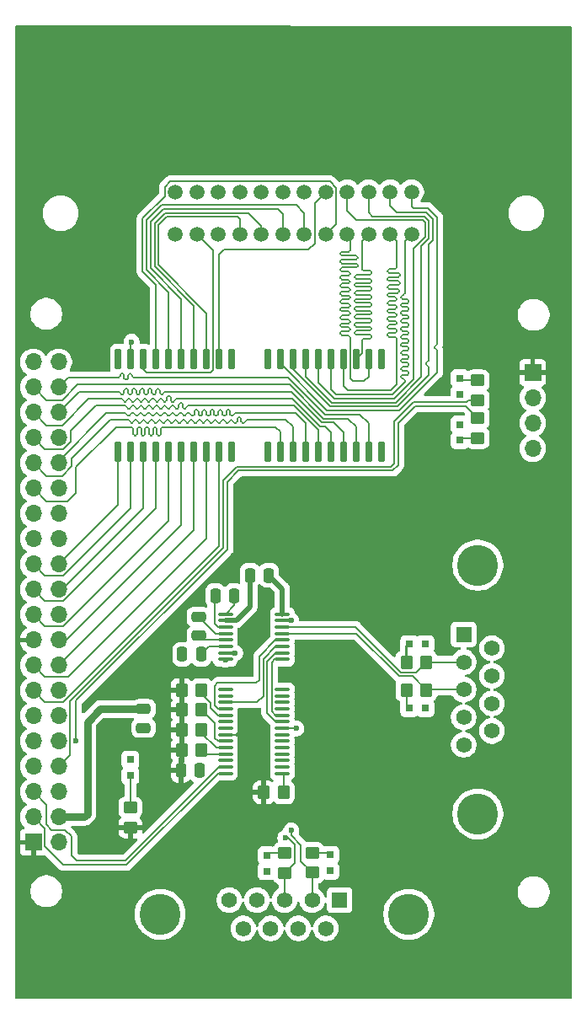
<source format=gbr>
%TF.GenerationSoftware,KiCad,Pcbnew,9.0.0*%
%TF.CreationDate,2025-03-08T15:00:36-07:00*%
%TF.ProjectId,Senior Capstone,53656e69-6f72-4204-9361-7073746f6e65,rev?*%
%TF.SameCoordinates,Original*%
%TF.FileFunction,Copper,L1,Top*%
%TF.FilePolarity,Positive*%
%FSLAX46Y46*%
G04 Gerber Fmt 4.6, Leading zero omitted, Abs format (unit mm)*
G04 Created by KiCad (PCBNEW 9.0.0) date 2025-03-08 15:00:36*
%MOMM*%
%LPD*%
G01*
G04 APERTURE LIST*
G04 Aperture macros list*
%AMRoundRect*
0 Rectangle with rounded corners*
0 $1 Rounding radius*
0 $2 $3 $4 $5 $6 $7 $8 $9 X,Y pos of 4 corners*
0 Add a 4 corners polygon primitive as box body*
4,1,4,$2,$3,$4,$5,$6,$7,$8,$9,$2,$3,0*
0 Add four circle primitives for the rounded corners*
1,1,$1+$1,$2,$3*
1,1,$1+$1,$4,$5*
1,1,$1+$1,$6,$7*
1,1,$1+$1,$8,$9*
0 Add four rect primitives between the rounded corners*
20,1,$1+$1,$2,$3,$4,$5,0*
20,1,$1+$1,$4,$5,$6,$7,0*
20,1,$1+$1,$6,$7,$8,$9,0*
20,1,$1+$1,$8,$9,$2,$3,0*%
G04 Aperture macros list end*
%TA.AperFunction,ComponentPad*%
%ADD10C,1.498600*%
%TD*%
%TA.AperFunction,SMDPad,CuDef*%
%ADD11RoundRect,0.250000X-0.250000X-0.475000X0.250000X-0.475000X0.250000X0.475000X-0.250000X0.475000X0*%
%TD*%
%TA.AperFunction,SMDPad,CuDef*%
%ADD12RoundRect,0.250000X-0.350000X-0.450000X0.350000X-0.450000X0.350000X0.450000X-0.350000X0.450000X0*%
%TD*%
%TA.AperFunction,SMDPad,CuDef*%
%ADD13RoundRect,0.100000X-0.637500X-0.100000X0.637500X-0.100000X0.637500X0.100000X-0.637500X0.100000X0*%
%TD*%
%TA.AperFunction,SMDPad,CuDef*%
%ADD14RoundRect,0.250000X0.250000X0.475000X-0.250000X0.475000X-0.250000X-0.475000X0.250000X-0.475000X0*%
%TD*%
%TA.AperFunction,SMDPad,CuDef*%
%ADD15R,0.800000X0.800000*%
%TD*%
%TA.AperFunction,ComponentPad*%
%ADD16R,1.575000X1.575000*%
%TD*%
%TA.AperFunction,ComponentPad*%
%ADD17C,1.575000*%
%TD*%
%TA.AperFunction,ComponentPad*%
%ADD18C,4.116000*%
%TD*%
%TA.AperFunction,ComponentPad*%
%ADD19R,1.700000X1.700000*%
%TD*%
%TA.AperFunction,ComponentPad*%
%ADD20O,1.700000X1.700000*%
%TD*%
%TA.AperFunction,SMDPad,CuDef*%
%ADD21RoundRect,0.250000X0.450000X-0.350000X0.450000X0.350000X-0.450000X0.350000X-0.450000X-0.350000X0*%
%TD*%
%TA.AperFunction,SMDPad,CuDef*%
%ADD22RoundRect,0.075000X-0.225000X0.955000X-0.225000X-0.955000X0.225000X-0.955000X0.225000X0.955000X0*%
%TD*%
%TA.AperFunction,SMDPad,CuDef*%
%ADD23RoundRect,0.250000X-0.450000X0.350000X-0.450000X-0.350000X0.450000X-0.350000X0.450000X0.350000X0*%
%TD*%
%TA.AperFunction,SMDPad,CuDef*%
%ADD24RoundRect,0.250000X0.350000X0.450000X-0.350000X0.450000X-0.350000X-0.450000X0.350000X-0.450000X0*%
%TD*%
%TA.AperFunction,SMDPad,CuDef*%
%ADD25RoundRect,0.250000X0.475000X-0.250000X0.475000X0.250000X-0.475000X0.250000X-0.475000X-0.250000X0*%
%TD*%
%TA.AperFunction,SMDPad,CuDef*%
%ADD26RoundRect,0.250000X-0.475000X0.250000X-0.475000X-0.250000X0.475000X-0.250000X0.475000X0.250000X0*%
%TD*%
%TA.AperFunction,ViaPad*%
%ADD27C,0.600000*%
%TD*%
%TA.AperFunction,Conductor*%
%ADD28C,0.200000*%
%TD*%
%TA.AperFunction,Conductor*%
%ADD29C,0.500000*%
%TD*%
%TA.AperFunction,Conductor*%
%ADD30C,0.750000*%
%TD*%
G04 APERTURE END LIST*
D10*
%TO.P,J6,1,DIO1*%
%TO.N,/GPIB/DIO1*%
X82525099Y-56850000D03*
%TO.P,J6,2,DIO2*%
%TO.N,/GPIB/DIO2*%
X80365101Y-56850000D03*
%TO.P,J6,3,DIO3*%
%TO.N,/GPIB/DIO3*%
X78205100Y-56850000D03*
%TO.P,J6,4,DIO4*%
%TO.N,/GPIB/DIO4*%
X76045099Y-56850000D03*
%TO.P,J6,5,EOI*%
%TO.N,/GPIB/EOI*%
X73885101Y-56850000D03*
%TO.P,J6,6,DAV*%
%TO.N,/GPIB/DAV*%
X71725100Y-56850000D03*
%TO.P,J6,7,NRFD*%
%TO.N,/GPIB/NFRD*%
X69565100Y-56850000D03*
%TO.P,J6,8,NDAC*%
%TO.N,/GPIB/NDAC*%
X67405099Y-56850000D03*
%TO.P,J6,9,IFC*%
%TO.N,/GPIB/IFC*%
X65245101Y-56850000D03*
%TO.P,J6,10,SRQ*%
%TO.N,/GPIB/SRQ*%
X63085100Y-56850000D03*
%TO.P,J6,11,ATN*%
%TO.N,/GPIB/ATN*%
X60925099Y-56850000D03*
%TO.P,J6,12,SHLD*%
%TO.N,GND*%
X58765101Y-56850000D03*
%TO.P,J6,13,DIO5*%
%TO.N,/GPIB/DIO5*%
X82525099Y-52560001D03*
%TO.P,J6,14,DIO6*%
%TO.N,/GPIB/DIO6*%
X80365101Y-52560001D03*
%TO.P,J6,15,DIO7*%
%TO.N,/GPIB/DIO7*%
X78205100Y-52560001D03*
%TO.P,J6,16,DIO8*%
%TO.N,/GPIB/DIO8*%
X76045099Y-52560001D03*
%TO.P,J6,17,REN*%
%TO.N,/GPIB/REN*%
X73885101Y-52560001D03*
%TO.P,J6,18,GND*%
%TO.N,GND*%
X71725100Y-52560001D03*
%TO.P,J6,19,GND*%
X69565100Y-52560001D03*
%TO.P,J6,20,GND*%
X67405099Y-52560001D03*
%TO.P,J6,21,GND*%
X65245101Y-52560001D03*
%TO.P,J6,22,GND*%
X63085100Y-52560001D03*
%TO.P,J6,23,GND*%
X60925099Y-52560001D03*
%TO.P,J6,24,GND*%
X58765101Y-52560001D03*
%TD*%
D11*
%TO.P,C6,1*%
%TO.N,+3V3*%
X59325000Y-110700000D03*
%TO.P,C6,2*%
%TO.N,GND*%
X61225000Y-110700000D03*
%TD*%
D12*
%TO.P,R5,1*%
%TO.N,+3V3*%
X59400000Y-108600000D03*
%TO.P,R5,2*%
%TO.N,Net-(U2-A1{slash}SI)*%
X61400000Y-108600000D03*
%TD*%
%TO.P,R2,1*%
%TO.N,+3V3*%
X67675000Y-112875000D03*
%TO.P,R2,2*%
%TO.N,Net-(U2-~{IRQ})*%
X69675000Y-112875000D03*
%TD*%
D11*
%TO.P,C1,1*%
%TO.N,Net-(U1-C1-)*%
X62800000Y-93125000D03*
%TO.P,C1,2*%
%TO.N,Net-(U1-C1+)*%
X64700000Y-93125000D03*
%TD*%
D12*
%TO.P,R3,1*%
%TO.N,+3V3*%
X59400000Y-104600000D03*
%TO.P,R3,2*%
%TO.N,Net-(U2-I2C{slash}~{SPI})*%
X61400000Y-104600000D03*
%TD*%
D13*
%TO.P,U2,1,~{RTSA}*%
%TO.N,unconnected-(U2-~{RTSA}-Pad1)*%
X63800000Y-102525000D03*
%TO.P,U2,2,~{CTSA}*%
%TO.N,unconnected-(U2-~{CTSA}-Pad2)*%
X63800000Y-103175000D03*
%TO.P,U2,3,TXA*%
%TO.N,/TXA1*%
X63800000Y-103825000D03*
%TO.P,U2,4,RXA*%
%TO.N,/RXA1*%
X63800000Y-104475000D03*
%TO.P,U2,5,~{RESET}*%
%TO.N,Net-(U2-~{RESET})*%
X63800000Y-105125000D03*
%TO.P,U2,6,XTAL1*%
%TO.N,unconnected-(U2-XTAL1-Pad6)*%
X63800000Y-105775000D03*
%TO.P,U2,7,XTAL2*%
%TO.N,unconnected-(U2-XTAL2-Pad7)*%
X63800000Y-106425000D03*
%TO.P,U2,8,VDD*%
%TO.N,+3V3*%
X63800000Y-107075000D03*
%TO.P,U2,9,I2C/~{SPI}*%
%TO.N,Net-(U2-I2C{slash}~{SPI})*%
X63800000Y-107725000D03*
%TO.P,U2,10,A0/~{CS}*%
%TO.N,Net-(U2-A0{slash}~{CS})*%
X63800000Y-108375000D03*
%TO.P,U2,11,A1/SI*%
%TO.N,Net-(U2-A1{slash}SI)*%
X63800000Y-109025000D03*
%TO.P,U2,12,n.c./SO*%
%TO.N,unconnected-(U2-n.c.{slash}SO-Pad12)*%
X63800000Y-109675000D03*
%TO.P,U2,13,SCL/SCLK*%
%TO.N,/GPIO3{slash}SCL1*%
X63800000Y-110325000D03*
%TO.P,U2,14,SDA/VSS*%
%TO.N,/GPIO2{slash}SDA1*%
X63800000Y-110975000D03*
%TO.P,U2,15,~{IRQ}*%
%TO.N,Net-(U2-~{IRQ})*%
X69525000Y-110975000D03*
%TO.P,U2,16,~{CTSB}*%
%TO.N,unconnected-(U2-~{CTSB}-Pad16)*%
X69525000Y-110325000D03*
%TO.P,U2,17,~{RTSB}*%
%TO.N,unconnected-(U2-~{RTSB}-Pad17)*%
X69525000Y-109675000D03*
%TO.P,U2,18,GPIO0/~{DSRB}*%
%TO.N,unconnected-(U2-GPIO0{slash}~{DSRB}-Pad18)*%
X69525000Y-109025000D03*
%TO.P,U2,19,GPIO1/~{DTRB}*%
%TO.N,unconnected-(U2-GPIO1{slash}~{DTRB}-Pad19)*%
X69525000Y-108375000D03*
%TO.P,U2,20,GPIO2/~{CDB}*%
%TO.N,unconnected-(U2-GPIO2{slash}~{CDB}-Pad20)*%
X69525000Y-107725000D03*
%TO.P,U2,21,GPIO3/~{RIB}*%
%TO.N,unconnected-(U2-GPIO3{slash}~{RIB}-Pad21)*%
X69525000Y-107075000D03*
%TO.P,U2,22,VSS*%
%TO.N,GND*%
X69525000Y-106425000D03*
%TO.P,U2,23,TXB*%
%TO.N,/TXB1*%
X69525000Y-105775000D03*
%TO.P,U2,24,RXB*%
%TO.N,/RXB1*%
X69525000Y-105125000D03*
%TO.P,U2,25,GPIO4/~{DSRA}*%
%TO.N,unconnected-(U2-GPIO4{slash}~{DSRA}-Pad25)*%
X69525000Y-104475000D03*
%TO.P,U2,26,GPIO5/~{DTRA}*%
%TO.N,unconnected-(U2-GPIO5{slash}~{DTRA}-Pad26)*%
X69525000Y-103825000D03*
%TO.P,U2,27,GPIO6/~{CDA}*%
%TO.N,unconnected-(U2-GPIO6{slash}~{CDA}-Pad27)*%
X69525000Y-103175000D03*
%TO.P,U2,28,GPIO7/~{RIA}*%
%TO.N,unconnected-(U2-GPIO7{slash}~{RIA}-Pad28)*%
X69525000Y-102525000D03*
%TD*%
D11*
%TO.P,C4,1*%
%TO.N,Net-(U1-VS+)*%
X66275000Y-91075000D03*
%TO.P,C4,2*%
%TO.N,+5V*%
X68175000Y-91075000D03*
%TD*%
D14*
%TO.P,C3,1*%
%TO.N,Net-(U1-VS-)*%
X61375000Y-99000000D03*
%TO.P,C3,2*%
%TO.N,GND*%
X59475000Y-99000000D03*
%TD*%
D15*
%TO.P,D4,1*%
%TO.N,GND*%
X74350000Y-120750000D03*
%TO.P,D4,2*%
%TO.N,Net-(D4-Pad2)*%
X74350000Y-119150000D03*
%TD*%
D16*
%TO.P,J2,01,01*%
%TO.N,unconnected-(J2-Pad01)*%
X87760000Y-97015000D03*
D17*
%TO.P,J2,02,02*%
%TO.N,/TX1*%
X87760000Y-99785000D03*
%TO.P,J2,03,03*%
%TO.N,/RX1*%
X87760000Y-102555000D03*
%TO.P,J2,04,04*%
%TO.N,unconnected-(J2-Pad04)*%
X87760000Y-105325000D03*
%TO.P,J2,05,05*%
%TO.N,GND*%
X87760000Y-108095000D03*
%TO.P,J2,06,06*%
%TO.N,unconnected-(J2-Pad06)*%
X90600000Y-98400000D03*
%TO.P,J2,07,07*%
%TO.N,unconnected-(J2-Pad07)*%
X90600000Y-101170000D03*
%TO.P,J2,08,08*%
%TO.N,unconnected-(J2-Pad08)*%
X90600000Y-103940000D03*
%TO.P,J2,09,09*%
%TO.N,unconnected-(J2-Pad09)*%
X90600000Y-106710000D03*
D18*
%TO.P,J2,S1,SHIELD*%
%TO.N,GND*%
X89180000Y-115050000D03*
%TO.P,J2,S2,SHIELD*%
X89180000Y-90060000D03*
%TD*%
D19*
%TO.P,J4,1,Pin_1*%
%TO.N,+3V3*%
X94700000Y-70700000D03*
D20*
%TO.P,J4,2,Pin_2*%
%TO.N,/GPIO14{slash}TXD0*%
X94700000Y-73240000D03*
%TO.P,J4,3,Pin_3*%
%TO.N,/GPIO15{slash}RXD0*%
X94700000Y-75780000D03*
%TO.P,J4,4,Pin_4*%
%TO.N,GND*%
X94700000Y-78320000D03*
%TD*%
D21*
%TO.P,R4,1*%
%TO.N,+3V3*%
X54250000Y-116400000D03*
%TO.P,R4,2*%
%TO.N,Net-(D1-Pad2)*%
X54250000Y-114400000D03*
%TD*%
D16*
%TO.P,J3,01,01*%
%TO.N,unconnected-(J3-Pad01)*%
X75285750Y-123702500D03*
D17*
%TO.P,J3,02,02*%
%TO.N,/TX2*%
X72515750Y-123702500D03*
%TO.P,J3,03,03*%
%TO.N,/RX2*%
X69745750Y-123702500D03*
%TO.P,J3,04,04*%
%TO.N,unconnected-(J3-Pad04)*%
X66975750Y-123702500D03*
%TO.P,J3,05,05*%
%TO.N,GND*%
X64205750Y-123702500D03*
%TO.P,J3,06,06*%
%TO.N,unconnected-(J3-Pad06)*%
X73900750Y-126542500D03*
%TO.P,J3,07,07*%
%TO.N,unconnected-(J3-Pad07)*%
X71130750Y-126542500D03*
%TO.P,J3,08,08*%
%TO.N,unconnected-(J3-Pad08)*%
X68360750Y-126542500D03*
%TO.P,J3,09,09*%
%TO.N,unconnected-(J3-Pad09)*%
X65590750Y-126542500D03*
D18*
%TO.P,J3,S1,SHIELD*%
%TO.N,GND*%
X57250750Y-125122500D03*
%TO.P,J3,S2,SHIELD*%
X82240750Y-125122500D03*
%TD*%
D15*
%TO.P,D7,1*%
%TO.N,GND*%
X87370000Y-75910000D03*
%TO.P,D7,2*%
%TO.N,Net-(D7-Pad2)*%
X87370000Y-77510000D03*
%TD*%
D13*
%TO.P,U1,1,C1+*%
%TO.N,Net-(U1-C1+)*%
X63800000Y-94975000D03*
%TO.P,U1,2,VS+*%
%TO.N,Net-(U1-VS+)*%
X63800000Y-95625000D03*
%TO.P,U1,3,C1-*%
%TO.N,Net-(U1-C1-)*%
X63800000Y-96275000D03*
%TO.P,U1,4,C2+*%
%TO.N,Net-(U1-C2+)*%
X63800000Y-96925000D03*
%TO.P,U1,5,C2-*%
%TO.N,Net-(U1-C2-)*%
X63800000Y-97575000D03*
%TO.P,U1,6,VS-*%
%TO.N,Net-(U1-VS-)*%
X63800000Y-98225000D03*
%TO.P,U1,7,T2OUT*%
%TO.N,/TX2*%
X63800000Y-98875000D03*
%TO.P,U1,8,R2IN*%
%TO.N,/RX2*%
X63800000Y-99525000D03*
%TO.P,U1,9,R2OUT*%
%TO.N,/RXB1*%
X69525000Y-99525000D03*
%TO.P,U1,10,T2IN*%
%TO.N,/TXB1*%
X69525000Y-98875000D03*
%TO.P,U1,11,T1IN*%
%TO.N,/TXA1*%
X69525000Y-98225000D03*
%TO.P,U1,12,R1OUT*%
%TO.N,/RXA1*%
X69525000Y-97575000D03*
%TO.P,U1,13,R1IN*%
%TO.N,/RX1*%
X69525000Y-96925000D03*
%TO.P,U1,14,T1OUT*%
%TO.N,/TX1*%
X69525000Y-96275000D03*
%TO.P,U1,15,GND*%
%TO.N,GND*%
X69525000Y-95625000D03*
%TO.P,U1,16,VCC*%
%TO.N,+5V*%
X69525000Y-94975000D03*
%TD*%
D15*
%TO.P,D2,1*%
%TO.N,GND*%
X83900000Y-98000000D03*
%TO.P,D2,2*%
%TO.N,Net-(D2-Pad2)*%
X82300000Y-98000000D03*
%TD*%
D22*
%TO.P,U3,1,TE*%
%TO.N,TE*%
X79465000Y-69360000D03*
%TO.P,U3,2,B1*%
%TO.N,/GPIB/DIO4*%
X78195000Y-69360000D03*
%TO.P,U3,3,B2*%
%TO.N,/GPIB/DIO3*%
X76925000Y-69360000D03*
%TO.P,U3,4,B3*%
%TO.N,/GPIB/DIO2*%
X75655000Y-69360000D03*
%TO.P,U3,5,B4*%
%TO.N,/GPIB/DIO1*%
X74385000Y-69360000D03*
%TO.P,U3,6,B5*%
%TO.N,/GPIB/DIO8*%
X73115000Y-69360000D03*
%TO.P,U3,7,B6*%
%TO.N,/GPIB/DIO7*%
X71845000Y-69360000D03*
%TO.P,U3,8,B7*%
%TO.N,/GPIB/DIO6*%
X70575000Y-69360000D03*
%TO.P,U3,9,B8*%
%TO.N,/GPIB/DIO5*%
X69305000Y-69360000D03*
%TO.P,U3,10,GND*%
%TO.N,GND*%
X68035000Y-69360000D03*
%TO.P,U3,11,PE*%
%TO.N,PE*%
X68035000Y-78640000D03*
%TO.P,U3,12,D8*%
%TO.N,GPIB_DIO8*%
X69305000Y-78640000D03*
%TO.P,U3,13,D7*%
%TO.N,GPIB_DIO7*%
X70575000Y-78640000D03*
%TO.P,U3,14,D6*%
%TO.N,GPIB_DIO6*%
X71845000Y-78640000D03*
%TO.P,U3,15,D5*%
%TO.N,GPIB_DIO5*%
X73115000Y-78640000D03*
%TO.P,U3,16,D4*%
%TO.N,GPIB_DIO4*%
X74385000Y-78640000D03*
%TO.P,U3,17,D3*%
%TO.N,GPIB_DIO3*%
X75655000Y-78640000D03*
%TO.P,U3,18,D2*%
%TO.N,GPIB_DIO2*%
X76925000Y-78640000D03*
%TO.P,U3,19,D1*%
%TO.N,GPIB_DIO1*%
X78195000Y-78640000D03*
%TO.P,U3,20,VCC*%
%TO.N,+5V*%
X79465000Y-78640000D03*
%TD*%
D23*
%TO.P,R12,1*%
%TO.N,/GPIO15{slash}RXD0*%
X89170000Y-75280000D03*
%TO.P,R12,2*%
%TO.N,Net-(D7-Pad2)*%
X89170000Y-77280000D03*
%TD*%
D22*
%TO.P,U4,1,TE*%
%TO.N,TE*%
X64465000Y-69360000D03*
%TO.P,U4,2,REN*%
%TO.N,/GPIB/REN*%
X63195000Y-69360000D03*
%TO.P,U4,3,IFC*%
%TO.N,/GPIB/IFC*%
X61925000Y-69360000D03*
%TO.P,U4,4,NDAC*%
%TO.N,/GPIB/NDAC*%
X60655000Y-69360000D03*
%TO.P,U4,5,NRFD*%
%TO.N,/GPIB/NFRD*%
X59385000Y-69360000D03*
%TO.P,U4,6,DAV*%
%TO.N,/GPIB/DAV*%
X58115000Y-69360000D03*
%TO.P,U4,7,EOI*%
%TO.N,/GPIB/EOI*%
X56845000Y-69360000D03*
%TO.P,U4,8,ATN*%
%TO.N,/GPIB/ATN*%
X55575000Y-69360000D03*
%TO.P,U4,9,SRQ*%
%TO.N,/GPIB/SRQ*%
X54305000Y-69360000D03*
%TO.P,U4,10,GND*%
%TO.N,GND*%
X53035000Y-69360000D03*
%TO.P,U4,11,DC*%
%TO.N,DC*%
X53035000Y-78640000D03*
%TO.P,U4,12,SRQ*%
%TO.N,GPIB_SRQ*%
X54305000Y-78640000D03*
%TO.P,U4,13,ATN*%
%TO.N,GPIB_ATN*%
X55575000Y-78640000D03*
%TO.P,U4,14,EOI*%
%TO.N,GPIB_EOI*%
X56845000Y-78640000D03*
%TO.P,U4,15,DAV*%
%TO.N,GPIB_DAV*%
X58115000Y-78640000D03*
%TO.P,U4,16,NRFD*%
%TO.N,GPIB_NRFD*%
X59385000Y-78640000D03*
%TO.P,U4,17,NDAC*%
%TO.N,GPIB_NDAC*%
X60655000Y-78640000D03*
%TO.P,U4,18,IFC*%
%TO.N,GPIB_IFC*%
X61925000Y-78640000D03*
%TO.P,U4,19,REN*%
%TO.N,GPIB_REN*%
X63195000Y-78640000D03*
%TO.P,U4,20,VCC*%
%TO.N,+5V*%
X64465000Y-78640000D03*
%TD*%
D15*
%TO.P,D5,1*%
%TO.N,GND*%
X67950000Y-120800000D03*
%TO.P,D5,2*%
%TO.N,Net-(D5-Pad2)*%
X67950000Y-119200000D03*
%TD*%
D12*
%TO.P,R6,1*%
%TO.N,+3V3*%
X59400000Y-106600000D03*
%TO.P,R6,2*%
%TO.N,Net-(U2-A0{slash}~{CS})*%
X61400000Y-106600000D03*
%TD*%
D21*
%TO.P,R10,1*%
%TO.N,/RX2*%
X69750000Y-121000000D03*
%TO.P,R10,2*%
%TO.N,Net-(D5-Pad2)*%
X69750000Y-119000000D03*
%TD*%
D15*
%TO.P,D1,1*%
%TO.N,GND*%
X54250000Y-109600000D03*
%TO.P,D1,2*%
%TO.N,Net-(D1-Pad2)*%
X54250000Y-111200000D03*
%TD*%
D24*
%TO.P,R7,1*%
%TO.N,/TX1*%
X84000000Y-99800000D03*
%TO.P,R7,2*%
%TO.N,Net-(D2-Pad2)*%
X82000000Y-99800000D03*
%TD*%
D15*
%TO.P,D3,1*%
%TO.N,GND*%
X83900000Y-104400000D03*
%TO.P,D3,2*%
%TO.N,Net-(D3-Pad2)*%
X82300000Y-104400000D03*
%TD*%
D19*
%TO.P,J1,1,Pin_1*%
%TO.N,+3V3*%
X44500000Y-117900000D03*
D20*
%TO.P,J1,2,Pin_2*%
%TO.N,+5V*%
X47040000Y-117900000D03*
%TO.P,J1,3,Pin_3*%
%TO.N,/GPIO2{slash}SDA1*%
X44500000Y-115360000D03*
%TO.P,J1,4,Pin_4*%
%TO.N,+5V*%
X47040000Y-115360000D03*
%TO.P,J1,5,Pin_5*%
%TO.N,/GPIO3{slash}SCL1*%
X44500000Y-112820000D03*
%TO.P,J1,6,Pin_6*%
%TO.N,GND*%
X47040000Y-112820000D03*
%TO.P,J1,7,Pin_7*%
%TO.N,/GPIO4{slash}GPCLK0*%
X44500000Y-110280000D03*
%TO.P,J1,8,Pin_8*%
%TO.N,/GPIO14{slash}TXD0*%
X47040000Y-110280000D03*
%TO.P,J1,9,Pin_9*%
%TO.N,GND*%
X44500000Y-107740000D03*
%TO.P,J1,10,Pin_10*%
%TO.N,/GPIO15{slash}RXD0*%
X47040000Y-107740000D03*
%TO.P,J1,11,Pin_11*%
%TO.N,/GPIO17*%
X44500000Y-105200000D03*
%TO.P,J1,12,Pin_12*%
%TO.N,TE*%
X47040000Y-105200000D03*
%TO.P,J1,13,Pin_13*%
%TO.N,GPIB_REN*%
X44500000Y-102660000D03*
%TO.P,J1,14,Pin_14*%
%TO.N,GND*%
X47040000Y-102660000D03*
%TO.P,J1,15,Pin_15*%
%TO.N,GPIB_IFC*%
X44500000Y-100120000D03*
%TO.P,J1,16,Pin_16*%
%TO.N,GPIB_NDAC*%
X47040000Y-100120000D03*
%TO.P,J1,17,Pin_17*%
%TO.N,+3V3*%
X44500000Y-97580000D03*
%TO.P,J1,18,Pin_18*%
%TO.N,GPIB_NRFD*%
X47040000Y-97580000D03*
%TO.P,J1,19,Pin_19*%
%TO.N,GPIB_DAV*%
X44500000Y-95040000D03*
%TO.P,J1,20,Pin_20*%
%TO.N,GND*%
X47040000Y-95040000D03*
%TO.P,J1,21,Pin_21*%
%TO.N,GPIB_EOI*%
X44500000Y-92500000D03*
%TO.P,J1,22,Pin_22*%
%TO.N,GPIB_ATN*%
X47040000Y-92500000D03*
%TO.P,J1,23,Pin_23*%
%TO.N,GPIB_SRQ*%
X44500000Y-89960000D03*
%TO.P,J1,24,Pin_24*%
%TO.N,DC*%
X47040000Y-89960000D03*
%TO.P,J1,25,Pin_25*%
%TO.N,GND*%
X44500000Y-87420000D03*
%TO.P,J1,26,Pin_26*%
%TO.N,/GPIO7{slash}SPI0.CE1*%
X47040000Y-87420000D03*
%TO.P,J1,27,Pin_27*%
%TO.N,/ID_SDA*%
X44500000Y-84880000D03*
%TO.P,J1,28,Pin_28*%
%TO.N,/ID_SCL*%
X47040000Y-84880000D03*
%TO.P,J1,29,Pin_29*%
%TO.N,GPIB_DIO8*%
X44500000Y-82340000D03*
%TO.P,J1,30,Pin_30*%
%TO.N,GND*%
X47040000Y-82340000D03*
%TO.P,J1,31,Pin_31*%
%TO.N,GPIB_DIO7*%
X44500000Y-79800000D03*
%TO.P,J1,32,Pin_32*%
%TO.N,GPIB_DIO6*%
X47040000Y-79800000D03*
%TO.P,J1,33,Pin_33*%
%TO.N,GPIB_DIO5*%
X44500000Y-77260000D03*
%TO.P,J1,34,Pin_34*%
%TO.N,GND*%
X47040000Y-77260000D03*
%TO.P,J1,35,Pin_35*%
%TO.N,GPIB_DIO4*%
X44500000Y-74720000D03*
%TO.P,J1,36,Pin_36*%
%TO.N,GPIB_DIO3*%
X47040000Y-74720000D03*
%TO.P,J1,37,Pin_37*%
%TO.N,GPIB_DIO2*%
X44500000Y-72180000D03*
%TO.P,J1,38,Pin_38*%
%TO.N,GPIB_DIO1*%
X47040000Y-72180000D03*
%TO.P,J1,39,Pin_39*%
%TO.N,GND*%
X44500000Y-69640000D03*
%TO.P,J1,40,Pin_40*%
%TO.N,/GPIO21{slash}PCM.DOUT*%
X47040000Y-69640000D03*
%TD*%
D24*
%TO.P,R8,1*%
%TO.N,/RX1*%
X84000000Y-102600000D03*
%TO.P,R8,2*%
%TO.N,Net-(D3-Pad2)*%
X82000000Y-102600000D03*
%TD*%
D15*
%TO.P,D6,1*%
%TO.N,GND*%
X87370000Y-72880000D03*
%TO.P,D6,2*%
%TO.N,Net-(D6-Pad2)*%
X87370000Y-71280000D03*
%TD*%
D21*
%TO.P,R9,1*%
%TO.N,/TX2*%
X72550000Y-120950000D03*
%TO.P,R9,2*%
%TO.N,Net-(D4-Pad2)*%
X72550000Y-118950000D03*
%TD*%
D25*
%TO.P,C2,1*%
%TO.N,Net-(U1-C2-)*%
X61125000Y-97150000D03*
%TO.P,C2,2*%
%TO.N,Net-(U1-C2+)*%
X61125000Y-95250000D03*
%TD*%
D12*
%TO.P,R1,1*%
%TO.N,+3V3*%
X59400000Y-102600000D03*
%TO.P,R1,2*%
%TO.N,Net-(U2-~{RESET})*%
X61400000Y-102600000D03*
%TD*%
D26*
%TO.P,C5,1*%
%TO.N,+5V*%
X55575000Y-104500000D03*
%TO.P,C5,2*%
%TO.N,GND*%
X55575000Y-106400000D03*
%TD*%
D21*
%TO.P,R11,1*%
%TO.N,/GPIO14{slash}TXD0*%
X89170000Y-73500000D03*
%TO.P,R11,2*%
%TO.N,Net-(D6-Pad2)*%
X89170000Y-71500000D03*
%TD*%
D27*
%TO.N,GND*%
X87380000Y-72880000D03*
X54250000Y-109600000D03*
X59450000Y-99000000D03*
X67950000Y-120800000D03*
X70925000Y-106450000D03*
X61225000Y-110725000D03*
X83900000Y-98000000D03*
X55575000Y-106400000D03*
X74350000Y-120750000D03*
X53044600Y-69367400D03*
X68030600Y-69367400D03*
X83900000Y-104400000D03*
X70407053Y-95625001D03*
X87370000Y-75900000D03*
%TO.N,/GPIO14{slash}TXD0*%
X89170000Y-73500000D03*
%TO.N,/GPIO15{slash}RXD0*%
X48791000Y-107700000D03*
X89170000Y-75280000D03*
%TO.N,TE*%
X79465000Y-69360000D03*
X64474600Y-69342000D03*
%TO.N,+5V*%
X51231800Y-104495600D03*
X68175000Y-91075000D03*
X79465000Y-78640000D03*
X64465000Y-78640000D03*
%TO.N,/RX2*%
X63800000Y-99575000D03*
X69832655Y-117467345D03*
%TO.N,/TX2*%
X64800000Y-98875000D03*
X70432655Y-116686236D03*
%TO.N,/GPIB/SRQ*%
X54365400Y-67614800D03*
%TD*%
D28*
%TO.N,GPIB_DIO1*%
X77320000Y-74923000D02*
X78195000Y-75798000D01*
X73857076Y-74923000D02*
X77320000Y-74923000D01*
X54190861Y-70791013D02*
X54270861Y-70791013D01*
X53630861Y-70942883D02*
X53630861Y-71296200D01*
X70130276Y-71196200D02*
X73857076Y-74923000D01*
X78195000Y-75798000D02*
X78195000Y-78640000D01*
X54030861Y-71296200D02*
X54030861Y-70951013D01*
X54590861Y-71196200D02*
X70130276Y-71196200D01*
X48023800Y-71196200D02*
X53070861Y-71196200D01*
X53730861Y-71396200D02*
X53930861Y-71396200D01*
X47040000Y-72180000D02*
X48023800Y-71196200D01*
X53230861Y-71036200D02*
X53230861Y-70942883D01*
X54430861Y-70951013D02*
X54430861Y-71036200D01*
X53390861Y-70782883D02*
X53470861Y-70782883D01*
X53930861Y-71396200D02*
G75*
G03*
X54030900Y-71296200I39J100000D01*
G01*
X53470861Y-70782883D02*
G75*
G02*
X53630917Y-70942883I39J-160017D01*
G01*
X53230861Y-70942883D02*
G75*
G02*
X53390861Y-70782861I160039J-17D01*
G01*
X54270861Y-70791013D02*
G75*
G02*
X54430887Y-70951013I39J-159987D01*
G01*
X54030861Y-70951013D02*
G75*
G02*
X54190861Y-70790961I160039J13D01*
G01*
X53630861Y-71296200D02*
G75*
G03*
X53730861Y-71396239I100039J0D01*
G01*
X54430861Y-71036200D02*
G75*
G03*
X54590861Y-71196239I160039J0D01*
G01*
X53070861Y-71196200D02*
G75*
G03*
X53230900Y-71036200I39J160000D01*
G01*
%TO.N,GND*%
X69525000Y-95625000D02*
X70407053Y-95625001D01*
X53035000Y-69360000D02*
X53037200Y-69360000D01*
X68035000Y-69363000D02*
X68030600Y-69367400D01*
X59475000Y-99000000D02*
X59450000Y-99000000D01*
X61225000Y-110700000D02*
X61225000Y-110725000D01*
X68035000Y-69360000D02*
X68035000Y-69363000D01*
X70900000Y-106425000D02*
X70925000Y-106450000D01*
X69525000Y-106425000D02*
X70900000Y-106425000D01*
X87370000Y-72880000D02*
X87380000Y-72880000D01*
X87370000Y-75910000D02*
X87370000Y-75900000D01*
X53037200Y-69360000D02*
X53044600Y-69367400D01*
%TO.N,GPIB_DIO7*%
X57136351Y-75463400D02*
X57238287Y-75463400D01*
X59936429Y-75761542D02*
X60038287Y-75761542D01*
X56336351Y-75463400D02*
X56438287Y-75463400D01*
X60336429Y-75463400D02*
X60438287Y-75463400D01*
X70575000Y-76153600D02*
X70575000Y-78640000D01*
X60736429Y-75761542D02*
X60838287Y-75761542D01*
X52247800Y-75463400D02*
X54038287Y-75463400D01*
X69884800Y-75463400D02*
X70575000Y-76153600D01*
X47396400Y-81076800D02*
X48336200Y-80137000D01*
X65537493Y-75761812D02*
X65639081Y-75761812D01*
X58336429Y-75761542D02*
X58438287Y-75761542D01*
X56736351Y-75761464D02*
X56838287Y-75761464D01*
X62336429Y-75761542D02*
X62438287Y-75761542D01*
X61536351Y-75761464D02*
X61638287Y-75761464D01*
X55936351Y-75761464D02*
X56038287Y-75761464D01*
X55536351Y-75463400D02*
X55638287Y-75463400D01*
X45776800Y-81076800D02*
X47396400Y-81076800D01*
X63936429Y-75761542D02*
X64038287Y-75761542D01*
X58736429Y-75463400D02*
X58838287Y-75463400D01*
X63536429Y-75463400D02*
X63638287Y-75463400D01*
X54336351Y-75761464D02*
X54438287Y-75761464D01*
X48336200Y-79375000D02*
X52247800Y-75463400D01*
X44500000Y-79800000D02*
X45776800Y-81076800D01*
X61936351Y-75463400D02*
X62038287Y-75463400D01*
X64336429Y-75463400D02*
X64438287Y-75463400D01*
X65137590Y-75164793D02*
X65238984Y-75164793D01*
X62736429Y-75463400D02*
X62838287Y-75463400D01*
X55136351Y-75761464D02*
X55238287Y-75761464D01*
X57536351Y-75761464D02*
X57638287Y-75761464D01*
X61136429Y-75463400D02*
X61238287Y-75463400D01*
X64988287Y-75612594D02*
X64988287Y-75314096D01*
X59536429Y-75463400D02*
X59638287Y-75463400D01*
X54736351Y-75463400D02*
X54838287Y-75463400D01*
X48336200Y-80137000D02*
X48336200Y-79375000D01*
X63136429Y-75761542D02*
X63238287Y-75761542D01*
X65937493Y-75463400D02*
X69884800Y-75463400D01*
X59136429Y-75761542D02*
X59238287Y-75761542D01*
X64736675Y-75761788D02*
X64839093Y-75761788D01*
X65388287Y-75314096D02*
X65388287Y-75612606D01*
X57936351Y-75463400D02*
X58038287Y-75463400D01*
X63238287Y-75761542D02*
G75*
G03*
X63387342Y-75612471I13J149042D01*
G01*
X55238287Y-75761464D02*
G75*
G03*
X55387364Y-75612432I13J149064D01*
G01*
X54587319Y-75612432D02*
G75*
G02*
X54736351Y-75463419I148981J32D01*
G01*
X57387319Y-75612432D02*
G75*
G03*
X57536351Y-75761381I148981J32D01*
G01*
X65388287Y-75612606D02*
G75*
G03*
X65537493Y-75761813I149213J6D01*
G01*
X59638287Y-75463400D02*
G75*
G02*
X59787400Y-75612471I13J-149100D01*
G01*
X54838287Y-75463400D02*
G75*
G02*
X54987300Y-75612432I13J-149000D01*
G01*
X57238287Y-75463400D02*
G75*
G02*
X57387300Y-75612432I13J-149000D01*
G01*
X58187358Y-75612471D02*
G75*
G03*
X58336429Y-75761542I149042J-29D01*
G01*
X54038287Y-75463400D02*
G75*
G02*
X54187300Y-75612432I13J-149000D01*
G01*
X59387358Y-75612471D02*
G75*
G02*
X59536429Y-75463458I149042J-29D01*
G01*
X54987319Y-75612432D02*
G75*
G03*
X55136351Y-75761381I148981J32D01*
G01*
X59238287Y-75761542D02*
G75*
G03*
X59387342Y-75612471I13J149042D01*
G01*
X54438287Y-75761464D02*
G75*
G03*
X54587364Y-75612432I13J149064D01*
G01*
X62838287Y-75463400D02*
G75*
G02*
X62987400Y-75612471I13J-149100D01*
G01*
X56438287Y-75463400D02*
G75*
G02*
X56587300Y-75612432I13J-149000D01*
G01*
X64438287Y-75463400D02*
G75*
G02*
X64587500Y-75612594I13J-149200D01*
G01*
X62587358Y-75612471D02*
G75*
G02*
X62736429Y-75463458I149042J-29D01*
G01*
X65788287Y-75612606D02*
G75*
G02*
X65937493Y-75463387I149213J6D01*
G01*
X65238984Y-75164793D02*
G75*
G02*
X65388307Y-75314096I16J-149307D01*
G01*
X55638287Y-75463400D02*
G75*
G02*
X55787300Y-75612432I13J-149000D01*
G01*
X62438287Y-75761542D02*
G75*
G03*
X62587342Y-75612471I13J149042D01*
G01*
X56038287Y-75761464D02*
G75*
G03*
X56187364Y-75612432I13J149064D01*
G01*
X57787319Y-75612432D02*
G75*
G02*
X57936351Y-75463419I148981J32D01*
G01*
X56587319Y-75612432D02*
G75*
G03*
X56736351Y-75761381I148981J32D01*
G01*
X64038287Y-75761542D02*
G75*
G03*
X64187342Y-75612471I13J149042D01*
G01*
X58438287Y-75761542D02*
G75*
G03*
X58587342Y-75612471I13J149042D01*
G01*
X60187358Y-75612471D02*
G75*
G02*
X60336429Y-75463458I149042J-29D01*
G01*
X62187358Y-75612471D02*
G75*
G03*
X62336429Y-75761542I149042J-29D01*
G01*
X54187319Y-75612432D02*
G75*
G03*
X54336351Y-75761381I148981J32D01*
G01*
X65639081Y-75761812D02*
G75*
G03*
X65788312Y-75612606I19J149212D01*
G01*
X58838287Y-75463400D02*
G75*
G02*
X58987400Y-75612471I13J-149100D01*
G01*
X64187358Y-75612471D02*
G75*
G02*
X64336429Y-75463458I149042J-29D01*
G01*
X64839093Y-75761788D02*
G75*
G03*
X64988288Y-75612594I7J149188D01*
G01*
X59787358Y-75612471D02*
G75*
G03*
X59936429Y-75761542I149042J-29D01*
G01*
X57638287Y-75761464D02*
G75*
G03*
X57787364Y-75612432I13J149064D01*
G01*
X63638287Y-75463400D02*
G75*
G02*
X63787400Y-75612471I13J-149100D01*
G01*
X56838287Y-75761464D02*
G75*
G03*
X56987364Y-75612432I13J149064D01*
G01*
X58987358Y-75612471D02*
G75*
G03*
X59136429Y-75761542I149042J-29D01*
G01*
X60987358Y-75612471D02*
G75*
G02*
X61136429Y-75463458I149042J-29D01*
G01*
X64587481Y-75612594D02*
G75*
G03*
X64736675Y-75761819I149219J-6D01*
G01*
X63387358Y-75612471D02*
G75*
G02*
X63536429Y-75463458I149042J-29D01*
G01*
X61238287Y-75463400D02*
G75*
G02*
X61387300Y-75612432I13J-149000D01*
G01*
X62038287Y-75463400D02*
G75*
G02*
X62187400Y-75612471I13J-149100D01*
G01*
X56187319Y-75612432D02*
G75*
G02*
X56336351Y-75463419I148981J32D01*
G01*
X60838287Y-75761542D02*
G75*
G03*
X60987342Y-75612471I13J149042D01*
G01*
X63787358Y-75612471D02*
G75*
G03*
X63936429Y-75761542I149042J-29D01*
G01*
X61787319Y-75612432D02*
G75*
G02*
X61936351Y-75463419I148981J32D01*
G01*
X56987319Y-75612432D02*
G75*
G02*
X57136351Y-75463419I148981J32D01*
G01*
X55387319Y-75612432D02*
G75*
G02*
X55536351Y-75463419I148981J32D01*
G01*
X60587358Y-75612471D02*
G75*
G03*
X60736429Y-75761542I149042J-29D01*
G01*
X61638287Y-75761464D02*
G75*
G03*
X61787364Y-75612432I13J149064D01*
G01*
X60038287Y-75761542D02*
G75*
G03*
X60187342Y-75612471I13J149042D01*
G01*
X55787319Y-75612432D02*
G75*
G03*
X55936351Y-75761381I148981J32D01*
G01*
X61387319Y-75612432D02*
G75*
G03*
X61536351Y-75761381I148981J32D01*
G01*
X64988287Y-75314096D02*
G75*
G02*
X65137590Y-75164787I149313J-4D01*
G01*
X58038287Y-75463400D02*
G75*
G02*
X58187400Y-75612471I13J-149100D01*
G01*
X60438287Y-75463400D02*
G75*
G02*
X60587400Y-75612471I13J-149100D01*
G01*
X62987358Y-75612471D02*
G75*
G03*
X63136429Y-75761542I149042J-29D01*
G01*
X58587358Y-75612471D02*
G75*
G02*
X58736429Y-75463458I149042J-29D01*
G01*
%TO.N,GPIB_DIO5*%
X59120572Y-74182588D02*
X59120572Y-73898248D01*
X56450648Y-74321076D02*
X56570572Y-74321076D01*
X59263323Y-73755497D02*
X59377821Y-73755497D01*
X44500000Y-77260000D02*
X45651000Y-78411000D01*
X58853748Y-74324176D02*
X58978984Y-74324176D01*
X45651000Y-78411000D02*
X47522200Y-78411000D01*
X55650648Y-74321076D02*
X55770572Y-74321076D01*
X54050648Y-74321076D02*
X54170572Y-74321076D01*
X57250648Y-74321076D02*
X57370572Y-74321076D01*
X58450648Y-74041000D02*
X58570572Y-74041000D01*
X70706676Y-74041000D02*
X73115000Y-76449324D01*
X54850648Y-74321076D02*
X54970572Y-74321076D01*
X59520572Y-73898248D02*
X59520572Y-74182582D01*
X48298100Y-76568300D02*
X50825400Y-74041000D01*
X58050648Y-74321076D02*
X58170572Y-74321076D01*
X54450648Y-74041000D02*
X54570572Y-74041000D01*
X48298100Y-77635100D02*
X48298100Y-76568300D01*
X57650648Y-74041000D02*
X57770572Y-74041000D01*
X73115000Y-76449324D02*
X73115000Y-78640000D01*
X47522200Y-78411000D02*
X48298100Y-77635100D01*
X60062154Y-74041000D02*
X70706676Y-74041000D01*
X56050648Y-74041000D02*
X56170572Y-74041000D01*
X56850648Y-74041000D02*
X56970572Y-74041000D01*
X55250648Y-74041000D02*
X55370572Y-74041000D01*
X59662154Y-74324164D02*
X59778990Y-74324164D01*
X50825400Y-74041000D02*
X53770572Y-74041000D01*
X57770572Y-74041000D02*
G75*
G02*
X57910600Y-74181038I28J-140000D01*
G01*
X59377821Y-73755497D02*
G75*
G02*
X59520503Y-73898248I-21J-142703D01*
G01*
X55770572Y-74321076D02*
G75*
G03*
X55910676Y-74181038I28J140076D01*
G01*
X58712160Y-74182588D02*
G75*
G03*
X58853748Y-74324140I141540J-12D01*
G01*
X54170572Y-74321076D02*
G75*
G03*
X54310676Y-74181038I28J140076D01*
G01*
X59778990Y-74324164D02*
G75*
G03*
X59920564Y-74182582I10J141564D01*
G01*
X54570572Y-74041000D02*
G75*
G02*
X54710600Y-74181038I28J-140000D01*
G01*
X57510610Y-74181038D02*
G75*
G02*
X57650648Y-74041010I139990J38D01*
G01*
X58170572Y-74321076D02*
G75*
G03*
X58310676Y-74181038I28J140076D01*
G01*
X57370572Y-74321076D02*
G75*
G03*
X57510676Y-74181038I28J140076D01*
G01*
X54310610Y-74181038D02*
G75*
G02*
X54450648Y-74041010I139990J38D01*
G01*
X55510610Y-74181038D02*
G75*
G03*
X55650648Y-74320990I139990J38D01*
G01*
X54710610Y-74181038D02*
G75*
G03*
X54850648Y-74320990I139990J38D01*
G01*
X55370572Y-74041000D02*
G75*
G02*
X55510600Y-74181038I28J-140000D01*
G01*
X57110610Y-74181038D02*
G75*
G03*
X57250648Y-74320990I139990J38D01*
G01*
X56970572Y-74041000D02*
G75*
G02*
X57110600Y-74181038I28J-140000D01*
G01*
X56310610Y-74181038D02*
G75*
G03*
X56450648Y-74320990I139990J38D01*
G01*
X59920572Y-74182582D02*
G75*
G02*
X60062154Y-74040972I141628J-18D01*
G01*
X54970572Y-74321076D02*
G75*
G03*
X55110676Y-74181038I28J140076D01*
G01*
X59520572Y-74182582D02*
G75*
G03*
X59662154Y-74324228I141628J-18D01*
G01*
X58570572Y-74041000D02*
G75*
G02*
X58712200Y-74182588I28J-141600D01*
G01*
X56570572Y-74321076D02*
G75*
G03*
X56710676Y-74181038I28J140076D01*
G01*
X56170572Y-74041000D02*
G75*
G02*
X56310600Y-74181038I28J-140000D01*
G01*
X55110610Y-74181038D02*
G75*
G02*
X55250648Y-74041010I139990J38D01*
G01*
X58310610Y-74181038D02*
G75*
G02*
X58450648Y-74041010I139990J38D01*
G01*
X53910610Y-74181038D02*
G75*
G03*
X54050648Y-74320990I139990J38D01*
G01*
X57910610Y-74181038D02*
G75*
G03*
X58050648Y-74320990I139990J38D01*
G01*
X58978984Y-74324176D02*
G75*
G03*
X59120576Y-74182588I16J141576D01*
G01*
X56710610Y-74181038D02*
G75*
G02*
X56850648Y-74041010I139990J38D01*
G01*
X55910610Y-74181038D02*
G75*
G02*
X56050648Y-74041010I139990J38D01*
G01*
X53770572Y-74041000D02*
G75*
G02*
X53910600Y-74181038I28J-140000D01*
G01*
X59120572Y-73898248D02*
G75*
G02*
X59263323Y-73755472I142728J48D01*
G01*
%TO.N,GPIB_DIO6*%
X64037938Y-74460099D02*
X64145838Y-74460099D01*
X60691888Y-74897610D02*
X60691888Y-74606143D01*
X56830950Y-74752200D02*
X56941888Y-74752200D01*
X62037938Y-75044301D02*
X62145838Y-75044301D01*
X60432708Y-75043020D02*
X60546478Y-75043020D01*
X60031046Y-74752200D02*
X60141888Y-74752200D01*
X70850776Y-74752200D02*
X71845000Y-75746424D01*
X61637938Y-74460099D02*
X61745838Y-74460099D01*
X62437938Y-74460099D02*
X62545838Y-74460099D01*
X63891888Y-74898251D02*
X63891888Y-74606149D01*
X61891888Y-74606149D02*
X61891888Y-74898251D01*
X54031046Y-75041358D02*
X54141888Y-75041358D01*
X54431046Y-74752200D02*
X54541888Y-74752200D01*
X64437285Y-75042994D02*
X64546491Y-75042994D01*
X60837944Y-74460087D02*
X60945832Y-74460087D01*
X51841400Y-74752200D02*
X53741888Y-74752200D01*
X58431046Y-74752200D02*
X58541888Y-74752200D01*
X47040000Y-79800000D02*
X47040000Y-79553600D01*
X61491888Y-74898257D02*
X61491888Y-74606149D01*
X63091888Y-74898251D02*
X63091888Y-74606149D01*
X63491888Y-74606149D02*
X63491888Y-74898251D01*
X63637938Y-75044301D02*
X63745838Y-75044301D01*
X62837938Y-75044301D02*
X62945838Y-75044301D01*
X47040000Y-79553600D02*
X51841400Y-74752200D01*
X55631046Y-75041358D02*
X55741888Y-75041358D01*
X54831046Y-75041358D02*
X54941888Y-75041358D01*
X59231046Y-74752200D02*
X59341888Y-74752200D01*
X56430950Y-75041262D02*
X56541888Y-75041262D01*
X57231046Y-75041358D02*
X57341888Y-75041358D01*
X58031046Y-75041358D02*
X58141888Y-75041358D01*
X62691888Y-74606149D02*
X62691888Y-74898251D01*
X61237944Y-75044313D02*
X61345832Y-75044313D01*
X63237938Y-74460099D02*
X63345838Y-74460099D01*
X62291888Y-74898251D02*
X62291888Y-74606149D01*
X61091888Y-74606143D02*
X61091888Y-74898257D01*
X58831046Y-75041358D02*
X58941888Y-75041358D01*
X59631046Y-75041358D02*
X59741888Y-75041358D01*
X57631046Y-74752200D02*
X57741888Y-74752200D01*
X55231046Y-74752200D02*
X55341888Y-74752200D01*
X56031046Y-74752200D02*
X56141888Y-74752200D01*
X64291888Y-74606149D02*
X64291888Y-74897597D01*
X71845000Y-75746424D02*
X71845000Y-78640000D01*
X64837285Y-74752200D02*
X70850776Y-74752200D01*
X54141888Y-75041358D02*
G75*
G03*
X54286458Y-74896779I12J144558D01*
G01*
X58686467Y-74896779D02*
G75*
G03*
X58831046Y-75041333I144533J-21D01*
G01*
X56941888Y-74752200D02*
G75*
G02*
X57086500Y-74896779I12J-144600D01*
G01*
X63345838Y-74460099D02*
G75*
G02*
X63491801Y-74606149I-38J-146001D01*
G01*
X56686419Y-74896731D02*
G75*
G02*
X56830950Y-74752219I144481J31D01*
G01*
X62945838Y-75044301D02*
G75*
G03*
X63091801Y-74898251I-38J146001D01*
G01*
X63091888Y-74606149D02*
G75*
G02*
X63237938Y-74460088I146012J49D01*
G01*
X57886467Y-74896779D02*
G75*
G03*
X58031046Y-75041333I144533J-21D01*
G01*
X58541888Y-74752200D02*
G75*
G02*
X58686500Y-74896779I12J-144600D01*
G01*
X54686467Y-74896779D02*
G75*
G03*
X54831046Y-75041333I144533J-21D01*
G01*
X55086467Y-74896779D02*
G75*
G02*
X55231046Y-74752267I144533J-21D01*
G01*
X55886467Y-74896779D02*
G75*
G02*
X56031046Y-74752267I144533J-21D01*
G01*
X59086467Y-74896779D02*
G75*
G02*
X59231046Y-74752267I144533J-21D01*
G01*
X62291888Y-74606149D02*
G75*
G02*
X62437938Y-74460088I146012J49D01*
G01*
X62545838Y-74460099D02*
G75*
G02*
X62691801Y-74606149I-38J-146001D01*
G01*
X59341888Y-74752200D02*
G75*
G02*
X59486500Y-74896779I12J-144600D01*
G01*
X61745838Y-74460099D02*
G75*
G02*
X61891801Y-74606149I-38J-146001D01*
G01*
X55741888Y-75041358D02*
G75*
G03*
X55886458Y-74896779I12J144558D01*
G01*
X54941888Y-75041358D02*
G75*
G03*
X55086458Y-74896779I12J144558D01*
G01*
X60945832Y-74460087D02*
G75*
G02*
X61091813Y-74606143I-32J-146013D01*
G01*
X60141888Y-74752200D02*
G75*
G02*
X60287300Y-74897610I12J-145400D01*
G01*
X64145838Y-74460099D02*
G75*
G02*
X64291801Y-74606149I-38J-146001D01*
G01*
X53886467Y-74896779D02*
G75*
G03*
X54031046Y-75041333I144533J-21D01*
G01*
X63891888Y-74606149D02*
G75*
G02*
X64037938Y-74460088I146012J49D01*
G01*
X58941888Y-75041358D02*
G75*
G03*
X59086458Y-74896779I12J144558D01*
G01*
X55341888Y-74752200D02*
G75*
G02*
X55486500Y-74896779I12J-144600D01*
G01*
X60546478Y-75043020D02*
G75*
G03*
X60691920Y-74897610I22J145420D01*
G01*
X57486467Y-74896779D02*
G75*
G02*
X57631046Y-74752267I144533J-21D01*
G01*
X54541888Y-74752200D02*
G75*
G02*
X54686500Y-74896779I12J-144600D01*
G01*
X60691888Y-74606143D02*
G75*
G02*
X60837944Y-74460088I146012J43D01*
G01*
X60287298Y-74897610D02*
G75*
G03*
X60432708Y-75043002I145402J10D01*
G01*
X56286419Y-74896731D02*
G75*
G03*
X56430950Y-75041181I144481J31D01*
G01*
X63745838Y-75044301D02*
G75*
G03*
X63891801Y-74898251I-38J146001D01*
G01*
X61345832Y-75044313D02*
G75*
G03*
X61491813Y-74898257I-32J146013D01*
G01*
X56541888Y-75041262D02*
G75*
G03*
X56686462Y-74896731I12J144562D01*
G01*
X62145838Y-75044301D02*
G75*
G03*
X62291801Y-74898251I-38J146001D01*
G01*
X59486467Y-74896779D02*
G75*
G03*
X59631046Y-75041333I144533J-21D01*
G01*
X64691888Y-74897597D02*
G75*
G02*
X64837285Y-74752188I145412J-3D01*
G01*
X61091888Y-74898257D02*
G75*
G03*
X61237944Y-75044312I146012J-43D01*
G01*
X61491888Y-74606149D02*
G75*
G02*
X61637938Y-74460088I146012J49D01*
G01*
X55486467Y-74896779D02*
G75*
G03*
X55631046Y-75041333I144533J-21D01*
G01*
X62691888Y-74898251D02*
G75*
G03*
X62837938Y-75044312I146012J-49D01*
G01*
X53741888Y-74752200D02*
G75*
G02*
X53886500Y-74896779I12J-144600D01*
G01*
X64546491Y-75042994D02*
G75*
G03*
X64691894Y-74897597I9J145394D01*
G01*
X58141888Y-75041358D02*
G75*
G03*
X58286458Y-74896779I12J144558D01*
G01*
X56141888Y-74752200D02*
G75*
G02*
X56286400Y-74896731I12J-144500D01*
G01*
X61891888Y-74898251D02*
G75*
G03*
X62037938Y-75044312I146012J-49D01*
G01*
X58286467Y-74896779D02*
G75*
G02*
X58431046Y-74752267I144533J-21D01*
G01*
X57341888Y-75041358D02*
G75*
G03*
X57486458Y-74896779I12J144558D01*
G01*
X54286467Y-74896779D02*
G75*
G02*
X54431046Y-74752267I144533J-21D01*
G01*
X57741888Y-74752200D02*
G75*
G02*
X57886500Y-74896779I12J-144600D01*
G01*
X64291888Y-74897597D02*
G75*
G03*
X64437285Y-75043012I145412J-3D01*
G01*
X57086467Y-74896779D02*
G75*
G03*
X57231046Y-75041333I144533J-21D01*
G01*
X59886467Y-74896779D02*
G75*
G02*
X60031046Y-74752267I144533J-21D01*
G01*
X63491888Y-74898251D02*
G75*
G03*
X63637938Y-75044312I146012J-49D01*
G01*
X59741888Y-75041358D02*
G75*
G03*
X59886458Y-74896779I12J144558D01*
G01*
%TO.N,/GPIO3{slash}SCL1*%
X45775000Y-114095000D02*
X45775000Y-116067900D01*
X53718630Y-119749000D02*
X63142630Y-110325000D01*
X48325000Y-119225000D02*
X48849000Y-119749000D01*
X46351000Y-116643900D02*
X47668900Y-116643900D01*
X45775000Y-116067900D02*
X46351000Y-116643900D01*
X44500000Y-112820000D02*
X45775000Y-114095000D01*
X47668900Y-116643900D02*
X48325000Y-117300000D01*
X48325000Y-117300000D02*
X48325000Y-119225000D01*
X48849000Y-119749000D02*
X53718630Y-119749000D01*
X63142630Y-110325000D02*
X63800000Y-110325000D01*
%TO.N,GPIB_DIO8*%
X55092931Y-76174600D02*
X55172931Y-76174600D01*
X57092931Y-77029359D02*
X57172931Y-77029359D01*
X48737200Y-80223976D02*
X52786576Y-76174600D01*
X45776800Y-83616800D02*
X47929800Y-83616800D01*
X56132931Y-76334600D02*
X56132931Y-76869350D01*
X55892931Y-76174600D02*
X55972931Y-76174600D01*
X48737200Y-82809400D02*
X48737200Y-80223976D01*
X55492931Y-77029353D02*
X55572931Y-77029353D01*
X56292931Y-77029350D02*
X56372931Y-77029350D01*
X54692931Y-77029350D02*
X54772931Y-77029350D01*
X56532931Y-76869350D02*
X56532931Y-76334600D01*
X56932931Y-76334600D02*
X56932931Y-76869359D01*
X57332931Y-76869359D02*
X57332931Y-76334600D01*
X57492931Y-76174600D02*
X68818000Y-76174600D01*
X52786576Y-76174600D02*
X54372931Y-76174600D01*
X44500000Y-82340000D02*
X45776800Y-83616800D01*
X69305000Y-76661600D02*
X69305000Y-78640000D01*
X55332931Y-76334600D02*
X55332931Y-76869353D01*
X54932931Y-76869350D02*
X54932931Y-76334600D01*
X47929800Y-83616800D02*
X48737200Y-82809400D01*
X54532931Y-76334600D02*
X54532931Y-76869350D01*
X56692931Y-76174600D02*
X56772931Y-76174600D01*
X68818000Y-76174600D02*
X69305000Y-76661600D01*
X55732931Y-76869353D02*
X55732931Y-76334600D01*
X55332931Y-76869353D02*
G75*
G03*
X55492931Y-77029369I159969J-47D01*
G01*
X55732931Y-76334600D02*
G75*
G02*
X55892931Y-76174631I159969J0D01*
G01*
X54532931Y-76869350D02*
G75*
G03*
X54692931Y-77029269I159969J50D01*
G01*
X56932931Y-76869359D02*
G75*
G03*
X57092931Y-77029369I159969J-41D01*
G01*
X56132931Y-76869350D02*
G75*
G03*
X56292931Y-77029269I159969J50D01*
G01*
X55172931Y-76174600D02*
G75*
G02*
X55332900Y-76334600I-31J-160000D01*
G01*
X54372931Y-76174600D02*
G75*
G02*
X54532900Y-76334600I-31J-160000D01*
G01*
X54932931Y-76334600D02*
G75*
G02*
X55092931Y-76174631I159969J0D01*
G01*
X57332931Y-76334600D02*
G75*
G02*
X57492931Y-76174631I159969J0D01*
G01*
X56772931Y-76174600D02*
G75*
G02*
X56932900Y-76334600I-31J-160000D01*
G01*
X56532931Y-76334600D02*
G75*
G02*
X56692931Y-76174631I159969J0D01*
G01*
X55972931Y-76174600D02*
G75*
G02*
X56132900Y-76334600I-31J-160000D01*
G01*
X56372931Y-77029350D02*
G75*
G03*
X56532950Y-76869350I-31J160050D01*
G01*
X55572931Y-77029353D02*
G75*
G03*
X55732853Y-76869353I-31J159953D01*
G01*
X54772931Y-77029350D02*
G75*
G03*
X54932950Y-76869350I-31J160050D01*
G01*
X57172931Y-77029359D02*
G75*
G03*
X57332859Y-76869359I-31J159959D01*
G01*
%TO.N,/GPIO14{slash}TXD0*%
X63596000Y-88298860D02*
X63596000Y-81861200D01*
X82460500Y-73884900D02*
X82695400Y-73650000D01*
X48190000Y-107451057D02*
X48191000Y-107450057D01*
X63596000Y-81529000D02*
X63830900Y-81294100D01*
X80750000Y-75927600D02*
X80750000Y-75595400D01*
X83027600Y-73650000D02*
X87774900Y-73650000D01*
X80750000Y-75595400D02*
X80984900Y-75360500D01*
X48191000Y-107450057D02*
X48191000Y-103703860D01*
X80450000Y-80150000D02*
X80750000Y-79850000D01*
X48190000Y-107948943D02*
X48190000Y-107451057D01*
X88225000Y-73500000D02*
X89170000Y-73500000D01*
X48390000Y-103504860D02*
X48624900Y-103269960D01*
X48191000Y-107949943D02*
X48190000Y-107948943D01*
X82695400Y-73650000D02*
X83027600Y-73650000D01*
X63596000Y-81861200D02*
X63596000Y-81529000D01*
X87774900Y-73650000D02*
X88075000Y-73650000D01*
X80984900Y-75360500D02*
X82460500Y-73884900D01*
X88075000Y-73650000D02*
X88225000Y-73500000D01*
X47040000Y-110280000D02*
X48191000Y-109129000D01*
X65307200Y-80150000D02*
X80450000Y-80150000D01*
X48191000Y-109129000D02*
X48191000Y-107949943D01*
X80750000Y-79850000D02*
X80750000Y-75927600D01*
X48624900Y-103269960D02*
X63596000Y-88298860D01*
X48191000Y-103703860D02*
X48390000Y-103504860D01*
X64740100Y-80384900D02*
X64975000Y-80150000D01*
X63830900Y-81294100D02*
X64740100Y-80384900D01*
X64975000Y-80150000D02*
X65307200Y-80150000D01*
%TO.N,GPIB_DIO2*%
X48940360Y-71907400D02*
X49940360Y-71907400D01*
X44500000Y-72180000D02*
X45776800Y-73456800D01*
X70274376Y-71907400D02*
X73690976Y-75324000D01*
X76120800Y-75324000D02*
X76925000Y-76128200D01*
X73690976Y-75324000D02*
X76120800Y-75324000D01*
X76925000Y-76128200D02*
X76925000Y-78640000D01*
X49940360Y-71907400D02*
X70274376Y-71907400D01*
X47390960Y-73456800D02*
X48940360Y-71907400D01*
X45776800Y-73456800D02*
X47390960Y-73456800D01*
%TO.N,GPIB_DIO3*%
X53763530Y-72336741D02*
X53881672Y-72336741D01*
X56022601Y-72759518D02*
X56022601Y-72477670D01*
X47040000Y-74720000D02*
X49141400Y-72618600D01*
X57762090Y-72618600D02*
X70418476Y-72618600D01*
X56422601Y-72477670D02*
X56422601Y-72759518D01*
X55622601Y-72477670D02*
X55622601Y-72759518D01*
X74667600Y-75725000D02*
X75655000Y-76712400D01*
X53622601Y-72758077D02*
X53622601Y-72477670D01*
X54563530Y-72336741D02*
X54681672Y-72336741D01*
X55763518Y-72900435D02*
X55881684Y-72900435D01*
X49141400Y-72618600D02*
X53072601Y-72618600D01*
X54822601Y-72477670D02*
X54822601Y-72759530D01*
X56163530Y-72336741D02*
X56281672Y-72336741D01*
X55222601Y-72759530D02*
X55222601Y-72477670D01*
X54022601Y-72477670D02*
X54022601Y-72759530D01*
X70418476Y-72618600D02*
X73524876Y-75725000D01*
X54963530Y-72900459D02*
X55081672Y-72900459D01*
X56963530Y-72336741D02*
X57081672Y-72336741D01*
X57222601Y-72477670D02*
X57222601Y-72758089D01*
X54163530Y-72900459D02*
X54281672Y-72900459D01*
X73524876Y-75725000D02*
X74667600Y-75725000D01*
X54422601Y-72759530D02*
X54422601Y-72477670D01*
X55363530Y-72336741D02*
X55481672Y-72336741D01*
X53351555Y-72897554D02*
X53483124Y-72897554D01*
X57362090Y-72897578D02*
X57483112Y-72897578D01*
X56563518Y-72900435D02*
X56681684Y-72900435D01*
X56822601Y-72759518D02*
X56822601Y-72477670D01*
X75655000Y-76712400D02*
X75655000Y-78640000D01*
X55222601Y-72477670D02*
G75*
G02*
X55363530Y-72336801I140899J-30D01*
G01*
X56681684Y-72900435D02*
G75*
G03*
X56822635Y-72759518I16J140935D01*
G01*
X55481672Y-72336741D02*
G75*
G02*
X55622659Y-72477670I28J-140959D01*
G01*
X56422601Y-72759518D02*
G75*
G03*
X56563518Y-72900399I140899J18D01*
G01*
X55081672Y-72900459D02*
G75*
G03*
X55222659Y-72759530I28J140959D01*
G01*
X57483112Y-72897578D02*
G75*
G03*
X57622578Y-72758089I-12J139478D01*
G01*
X54422601Y-72477670D02*
G75*
G02*
X54563530Y-72336801I140899J-30D01*
G01*
X56822601Y-72477670D02*
G75*
G02*
X56963530Y-72336801I140899J-30D01*
G01*
X55881684Y-72900435D02*
G75*
G03*
X56022635Y-72759518I16J140935D01*
G01*
X56022601Y-72477670D02*
G75*
G02*
X56163530Y-72336801I140899J-30D01*
G01*
X55622601Y-72759518D02*
G75*
G03*
X55763518Y-72900399I140899J18D01*
G01*
X54022601Y-72759530D02*
G75*
G03*
X54163530Y-72900399I140899J30D01*
G01*
X54281672Y-72900459D02*
G75*
G03*
X54422659Y-72759530I28J140959D01*
G01*
X53881672Y-72336741D02*
G75*
G02*
X54022659Y-72477670I28J-140959D01*
G01*
X54822601Y-72759530D02*
G75*
G03*
X54963530Y-72900399I140899J30D01*
G01*
X57622601Y-72758089D02*
G75*
G02*
X57762090Y-72618601I139499J-11D01*
G01*
X57222601Y-72758089D02*
G75*
G03*
X57362090Y-72897599I139499J-11D01*
G01*
X53072601Y-72618600D02*
G75*
G02*
X53212100Y-72758077I-1J-139500D01*
G01*
X53483124Y-72897554D02*
G75*
G03*
X53622554Y-72758077I-24J139454D01*
G01*
X56281672Y-72336741D02*
G75*
G02*
X56422659Y-72477670I28J-140959D01*
G01*
X57081672Y-72336741D02*
G75*
G02*
X57222659Y-72477670I28J-140959D01*
G01*
X53212078Y-72758077D02*
G75*
G03*
X53351555Y-72897622I139522J-23D01*
G01*
X53622601Y-72477670D02*
G75*
G02*
X53763530Y-72336801I140899J-30D01*
G01*
X54681672Y-72336741D02*
G75*
G02*
X54822659Y-72477670I28J-140959D01*
G01*
%TO.N,/GPIO15{slash}RXD0*%
X81151000Y-75761500D02*
X81151000Y-80016100D01*
X87941000Y-74051000D02*
X82861500Y-74051000D01*
X82861500Y-74051000D02*
X81151000Y-75761500D01*
X65141100Y-80551000D02*
X63997000Y-81695100D01*
X63997000Y-88464960D02*
X48791000Y-103670960D01*
X81151000Y-80016100D02*
X80616100Y-80551000D01*
X89170000Y-75280000D02*
X87941000Y-74051000D01*
X80616100Y-80551000D02*
X65141100Y-80551000D01*
X48791000Y-103670960D02*
X48791000Y-107700000D01*
X63997000Y-81695100D02*
X63997000Y-88464960D01*
%TO.N,/GPIO2{slash}SDA1*%
X63059730Y-110975000D02*
X53884730Y-120150000D01*
X45650000Y-116510000D02*
X44500000Y-115360000D01*
X53884730Y-120150000D02*
X47500000Y-120150000D01*
X63800000Y-110975000D02*
X63059730Y-110975000D01*
X45650000Y-118300000D02*
X45650000Y-116510000D01*
X47500000Y-120150000D02*
X45650000Y-118300000D01*
%TO.N,+3V3*%
X63800000Y-107075000D02*
X65100000Y-107075000D01*
%TO.N,GPIB_DIO4*%
X54458450Y-73628812D02*
X54559438Y-73628812D01*
X54058450Y-73329800D02*
X54159438Y-73329800D01*
X70562576Y-73329800D02*
X73358776Y-76126000D01*
X58459050Y-73629024D02*
X58559826Y-73629024D01*
X57658656Y-73629018D02*
X57759829Y-73629018D01*
X74385000Y-76687000D02*
X74385000Y-78640000D01*
X44500000Y-74720000D02*
X45776800Y-75996800D01*
X55258450Y-73628812D02*
X55359438Y-73628812D01*
X55658450Y-73329800D02*
X55759438Y-73329800D01*
X54858450Y-73329800D02*
X54959438Y-73329800D01*
X47390960Y-75996800D02*
X50057960Y-73329800D01*
X56458450Y-73329800D02*
X56559438Y-73329800D01*
X57258460Y-73329800D02*
X57359438Y-73329800D01*
X58059086Y-73030503D02*
X58159790Y-73030503D01*
X73824000Y-76126000D02*
X74385000Y-76687000D01*
X56058450Y-73628812D02*
X56159438Y-73628812D01*
X73358776Y-76126000D02*
X73824000Y-76126000D01*
X57909438Y-73479409D02*
X57909438Y-73180151D01*
X50057960Y-73329800D02*
X53359438Y-73329800D01*
X56858460Y-73628822D02*
X56959438Y-73628822D01*
X45776800Y-75996800D02*
X47390960Y-75996800D01*
X53658450Y-73628812D02*
X53759438Y-73628812D01*
X58309438Y-73180151D02*
X58309438Y-73479412D01*
X58859050Y-73329800D02*
X70562576Y-73329800D01*
X54708944Y-73479306D02*
G75*
G02*
X54858450Y-73329844I149456J6D01*
G01*
X56959438Y-73628822D02*
G75*
G03*
X57108922Y-73479311I-38J149522D01*
G01*
X53359438Y-73329800D02*
G75*
G02*
X53508900Y-73479306I-38J-149500D01*
G01*
X55759438Y-73329800D02*
G75*
G02*
X55908900Y-73479306I-38J-149500D01*
G01*
X57359438Y-73329800D02*
G75*
G02*
X57509000Y-73479409I-38J-149600D01*
G01*
X55359438Y-73628812D02*
G75*
G03*
X55508912Y-73479306I-38J149512D01*
G01*
X57909438Y-73180151D02*
G75*
G02*
X58059086Y-73030538I149662J-49D01*
G01*
X58709438Y-73479412D02*
G75*
G02*
X58859050Y-73329838I149562J12D01*
G01*
X56159438Y-73628812D02*
G75*
G03*
X56308912Y-73479306I-38J149512D01*
G01*
X55108944Y-73479306D02*
G75*
G03*
X55258450Y-73628756I149456J6D01*
G01*
X55508944Y-73479306D02*
G75*
G02*
X55658450Y-73329844I149456J6D01*
G01*
X56708949Y-73479311D02*
G75*
G03*
X56858460Y-73628851I149551J11D01*
G01*
X53908944Y-73479306D02*
G75*
G02*
X54058450Y-73329844I149456J6D01*
G01*
X57509047Y-73479409D02*
G75*
G03*
X57658656Y-73629053I149653J9D01*
G01*
X56308944Y-73479306D02*
G75*
G02*
X56458450Y-73329844I149456J6D01*
G01*
X54559438Y-73628812D02*
G75*
G03*
X54708912Y-73479306I-38J149512D01*
G01*
X55908944Y-73479306D02*
G75*
G03*
X56058450Y-73628756I149456J6D01*
G01*
X57759829Y-73629018D02*
G75*
G03*
X57909418Y-73479409I-29J149618D01*
G01*
X54959438Y-73329800D02*
G75*
G02*
X55108900Y-73479306I-38J-149500D01*
G01*
X53508944Y-73479306D02*
G75*
G03*
X53658450Y-73628756I149456J6D01*
G01*
X54159438Y-73329800D02*
G75*
G02*
X54308900Y-73479306I-38J-149500D01*
G01*
X58159790Y-73030503D02*
G75*
G02*
X58309497Y-73180151I10J-149697D01*
G01*
X54308944Y-73479306D02*
G75*
G03*
X54458450Y-73628756I149456J6D01*
G01*
X57108949Y-73479311D02*
G75*
G02*
X57258460Y-73329749I149551J11D01*
G01*
X58309438Y-73479412D02*
G75*
G03*
X58459050Y-73628962I149562J12D01*
G01*
X58559826Y-73629024D02*
G75*
G03*
X58709424Y-73479412I-26J149624D01*
G01*
X56559438Y-73329800D02*
G75*
G02*
X56708900Y-73479311I-38J-149500D01*
G01*
X53759438Y-73628812D02*
G75*
G03*
X53908912Y-73479306I-38J149512D01*
G01*
%TO.N,TE*%
X64465000Y-69351600D02*
X64474600Y-69342000D01*
X64465000Y-69360000D02*
X64465000Y-69351600D01*
%TO.N,GPIB_ATN*%
X55575000Y-84328200D02*
X55575000Y-78640000D01*
X47040000Y-92500000D02*
X47403200Y-92500000D01*
X47403200Y-92500000D02*
X55575000Y-84328200D01*
%TO.N,Net-(U1-C1+)*%
X64700000Y-94075000D02*
X63800000Y-94975000D01*
X64700000Y-93125000D02*
X64700000Y-94075000D01*
%TO.N,Net-(U1-C1-)*%
X62761500Y-95973999D02*
X63062501Y-96275000D01*
X63062501Y-96275000D02*
X63800000Y-96275000D01*
X62761500Y-93163500D02*
X62761500Y-95973999D01*
X62800000Y-93125000D02*
X62761500Y-93163500D01*
%TO.N,Net-(U1-C2+)*%
X61125000Y-95250000D02*
X62800000Y-96925000D01*
X62800000Y-96925000D02*
X63800000Y-96925000D01*
%TO.N,Net-(U1-C2-)*%
X61125000Y-97150000D02*
X61550000Y-97575000D01*
X61550000Y-97575000D02*
X63800000Y-97575000D01*
%TO.N,Net-(U1-VS-)*%
X62150000Y-98225000D02*
X63800000Y-98225000D01*
X61375000Y-99000000D02*
X62150000Y-98225000D01*
D29*
%TO.N,Net-(U1-VS+)*%
X66275000Y-94250000D02*
X66275000Y-91075000D01*
X63800000Y-95625000D02*
X64900000Y-95625000D01*
X64900000Y-95625000D02*
X66275000Y-94250000D01*
D28*
%TO.N,/RX1*%
X84000000Y-102600000D02*
X84045000Y-102555000D01*
X82602000Y-101202000D02*
X81580940Y-101202000D01*
X84045000Y-102555000D02*
X87760000Y-102555000D01*
X81248740Y-101202000D02*
X81013840Y-100967100D01*
X81580940Y-101202000D02*
X81248740Y-101202000D01*
X76971740Y-96925000D02*
X69525000Y-96925000D01*
X81013840Y-100967100D02*
X76971740Y-96925000D01*
X84000000Y-102600000D02*
X82602000Y-101202000D01*
D30*
%TO.N,+5V*%
X51697100Y-104487500D02*
X51720400Y-104510800D01*
X51231800Y-104495600D02*
X51689000Y-104495600D01*
X51720400Y-104510800D02*
X54254400Y-104510800D01*
X49925000Y-115048000D02*
X49925000Y-105802400D01*
X49925000Y-105802400D02*
X51231800Y-104495600D01*
X54265200Y-104500000D02*
X55575000Y-104500000D01*
X51689000Y-104495600D02*
X51697100Y-104487500D01*
D29*
X69525000Y-92425000D02*
X69525000Y-94975000D01*
X68175000Y-91075000D02*
X69525000Y-92425000D01*
D30*
X47040000Y-115360000D02*
X49613000Y-115360000D01*
X54254400Y-104510800D02*
X54265200Y-104500000D01*
X49613000Y-115360000D02*
X49925000Y-115048000D01*
D28*
%TO.N,/TX1*%
X82999000Y-100801000D02*
X84000000Y-99800000D01*
X84015000Y-99785000D02*
X87760000Y-99785000D01*
X81414840Y-100801000D02*
X82999000Y-100801000D01*
X69525000Y-96275000D02*
X76888840Y-96275000D01*
X84000000Y-99800000D02*
X84015000Y-99785000D01*
X76888840Y-96275000D02*
X81414840Y-100801000D01*
%TO.N,/RX2*%
X69832655Y-117467345D02*
X70114085Y-117467345D01*
X70751000Y-118104260D02*
X70751000Y-119999000D01*
X70114085Y-117467345D02*
X70751000Y-118104260D01*
X70751000Y-119999000D02*
X69750000Y-121000000D01*
X69745750Y-123702500D02*
X69745750Y-120854250D01*
%TO.N,/TX2*%
X72515750Y-123702500D02*
X72515750Y-120884250D01*
X64800000Y-98875000D02*
X63800000Y-98875000D01*
X70432655Y-117218815D02*
X71400000Y-118186160D01*
X70432655Y-116686236D02*
X70432655Y-117218815D01*
X71400000Y-119800000D02*
X72550000Y-120950000D01*
X71400000Y-118186160D02*
X71400000Y-119800000D01*
%TO.N,Net-(D6-Pad2)*%
X87590000Y-71500000D02*
X87370000Y-71280000D01*
X89170000Y-71500000D02*
X87590000Y-71500000D01*
%TO.N,Net-(D7-Pad2)*%
X87600000Y-77280000D02*
X87370000Y-77510000D01*
X89170000Y-77280000D02*
X87600000Y-77280000D01*
%TO.N,Net-(D2-Pad2)*%
X81950000Y-98200000D02*
X82150000Y-98000000D01*
X81950000Y-99800000D02*
X81950000Y-98200000D01*
X82000000Y-98300000D02*
X82300000Y-98000000D01*
X82000000Y-99800000D02*
X82000000Y-98300000D01*
%TO.N,Net-(D3-Pad2)*%
X82000000Y-102600000D02*
X82000000Y-104100000D01*
X82000000Y-102600000D02*
X82000000Y-104200000D01*
X82000000Y-104100000D02*
X82300000Y-104400000D01*
X82000000Y-104200000D02*
X82200000Y-104400000D01*
%TO.N,Net-(D4-Pad2)*%
X74150000Y-118950000D02*
X74350000Y-119150000D01*
X72550000Y-118950000D02*
X74150000Y-118950000D01*
%TO.N,Net-(D5-Pad2)*%
X69750000Y-119000000D02*
X68150000Y-119000000D01*
X68150000Y-119000000D02*
X67950000Y-119200000D01*
%TO.N,/TXA1*%
X68867630Y-98225000D02*
X67624000Y-99468630D01*
X67624000Y-103201000D02*
X67000000Y-103825000D01*
X69525000Y-98225000D02*
X68867630Y-98225000D01*
X67000000Y-103825000D02*
X63800000Y-103825000D01*
X67624000Y-99468630D02*
X67624000Y-103201000D01*
%TO.N,/RXA1*%
X67223000Y-99219630D02*
X68867630Y-97575000D01*
X62700000Y-103746740D02*
X62700000Y-102225000D01*
X63062501Y-104475000D02*
X62702000Y-104114499D01*
X66925000Y-101900000D02*
X67223000Y-101602000D01*
X67223000Y-101602000D02*
X67223000Y-99219630D01*
X62702000Y-104114499D02*
X62702000Y-103748740D01*
X63800000Y-104475000D02*
X63062501Y-104475000D01*
X62702000Y-103748740D02*
X62700000Y-103746740D01*
X62700000Y-102225000D02*
X63025000Y-101900000D01*
X63025000Y-101900000D02*
X66925000Y-101900000D01*
X68867630Y-97575000D02*
X69525000Y-97575000D01*
%TO.N,/RXB1*%
X68450000Y-99859730D02*
X68450000Y-104725000D01*
X69525000Y-99525000D02*
X68784730Y-99525000D01*
X68784730Y-99525000D02*
X68450000Y-99859730D01*
X68450000Y-104725000D02*
X68850000Y-105125000D01*
X68850000Y-105125000D02*
X69525000Y-105125000D01*
%TO.N,/TXB1*%
X68867630Y-105775000D02*
X69525000Y-105775000D01*
X68867630Y-98875000D02*
X68025000Y-99717630D01*
X68025000Y-99717630D02*
X68025000Y-104932370D01*
X69525000Y-98875000D02*
X68867630Y-98875000D01*
X68025000Y-104932370D02*
X68867630Y-105775000D01*
%TO.N,Net-(D1-Pad2)*%
X54250000Y-114500000D02*
X54250000Y-111200000D01*
%TO.N,GPIB_SRQ*%
X44500000Y-89960000D02*
X45651000Y-91111000D01*
X47516760Y-91111000D02*
X54305000Y-84322760D01*
X54305000Y-84322760D02*
X54305000Y-78640000D01*
X45651000Y-91111000D02*
X47516760Y-91111000D01*
%TO.N,GPIB_IFC*%
X48004800Y-101271000D02*
X61925000Y-87350800D01*
X44500000Y-100120000D02*
X45651000Y-101271000D01*
X45651000Y-101271000D02*
X48004800Y-101271000D01*
X61925000Y-87350800D02*
X61925000Y-78640000D01*
%TO.N,DC*%
X48337500Y-88662500D02*
X53035000Y-83965000D01*
X53035000Y-83965000D02*
X53035000Y-78640000D01*
X47040000Y-89960000D02*
X48337500Y-88662500D01*
%TO.N,GPIB_DAV*%
X47516760Y-96191000D02*
X58115000Y-85592760D01*
X45651000Y-96191000D02*
X47516760Y-96191000D01*
X44500000Y-95040000D02*
X45651000Y-96191000D01*
X58115000Y-85592760D02*
X58115000Y-78640000D01*
%TO.N,GPIB_NRFD*%
X47835000Y-97580000D02*
X59385000Y-86030000D01*
X47040000Y-97580000D02*
X47835000Y-97580000D01*
X59385000Y-86030000D02*
X59385000Y-78640000D01*
%TO.N,GPIB_REN*%
X63195000Y-88132760D02*
X63195000Y-78640000D01*
X47516760Y-103811000D02*
X63195000Y-88132760D01*
X44500000Y-102660000D02*
X45651000Y-103811000D01*
X45651000Y-103811000D02*
X47516760Y-103811000D01*
%TO.N,GPIB_EOI*%
X44500000Y-92500000D02*
X45651000Y-93651000D01*
X56845000Y-84322760D02*
X56845000Y-78640000D01*
X45651000Y-93651000D02*
X47516760Y-93651000D01*
X47516760Y-93651000D02*
X56845000Y-84322760D01*
%TO.N,GPIB_NDAC*%
X60655000Y-86505000D02*
X60655000Y-78640000D01*
X47040000Y-100120000D02*
X60655000Y-86505000D01*
%TO.N,/GPIB/DIO2*%
X81035400Y-63351557D02*
X81035400Y-63271557D01*
X80095924Y-63751557D02*
X80095924Y-63671557D01*
X80095924Y-65351557D02*
X80095924Y-65271557D01*
X81235400Y-62611557D02*
X81235400Y-62411557D01*
X81035400Y-62711557D02*
X81135400Y-62711557D01*
X80268045Y-61111557D02*
X81035400Y-61111557D01*
X80095948Y-64551557D02*
X80095948Y-64471557D01*
X81362755Y-60951557D02*
X81362755Y-60871557D01*
X80095948Y-62951557D02*
X80095948Y-62871557D01*
X81035400Y-57520299D02*
X80365101Y-56850000D01*
X80255948Y-64311557D02*
X80875400Y-64311557D01*
X75655000Y-72089600D02*
X76082400Y-72517000D01*
X81035400Y-65751557D02*
X81035400Y-65671557D01*
X80875400Y-63911557D02*
X80255924Y-63911557D01*
X81135400Y-62311557D02*
X81035400Y-62311557D01*
X80875400Y-62711557D02*
X81035400Y-62711557D01*
X80255948Y-62711557D02*
X80875400Y-62711557D01*
X80425800Y-72517000D02*
X81035400Y-71907400D01*
X81202755Y-60711557D02*
X81035400Y-60711557D01*
X81035400Y-64951557D02*
X81035400Y-64871557D01*
X75655000Y-69360000D02*
X75655000Y-72089600D01*
X81202767Y-61511557D02*
X81035400Y-61511557D01*
X81035400Y-62311557D02*
X80268033Y-62311557D01*
X80268033Y-61911557D02*
X81035400Y-61911557D01*
X80255924Y-63511557D02*
X80875400Y-63511557D01*
X81035400Y-59823838D02*
X81035400Y-57520299D01*
X81035400Y-66551557D02*
X81035400Y-66471557D01*
X81035400Y-60151557D02*
X81035400Y-60071557D01*
X81035400Y-61111557D02*
X81202755Y-61111557D01*
X81035400Y-60711557D02*
X80875400Y-60711557D01*
X80255924Y-65111557D02*
X80875400Y-65111557D01*
X81035400Y-61911557D02*
X81202767Y-61911557D01*
X80255924Y-66711557D02*
X80875400Y-66711557D01*
X80108045Y-61351557D02*
X80108045Y-61271557D01*
X80108045Y-60551557D02*
X80108045Y-60471557D01*
X80875400Y-64711557D02*
X80255948Y-64711557D01*
X81035400Y-64151557D02*
X81035400Y-64071557D01*
X80108033Y-62151557D02*
X80108033Y-62071557D01*
X80875400Y-66311557D02*
X80255924Y-66311557D01*
X80875400Y-67111557D02*
X80255924Y-67111557D01*
X80095924Y-66951557D02*
X80095924Y-66871557D01*
X81035400Y-61511557D02*
X80268045Y-61511557D01*
X81362767Y-61751557D02*
X81362767Y-61671557D01*
X80875400Y-60711557D02*
X80268045Y-60711557D01*
X80255924Y-65911557D02*
X80875400Y-65911557D01*
X81035400Y-60071557D02*
X81035400Y-59823838D01*
X80095924Y-66151557D02*
X80095924Y-66071557D01*
X80875400Y-63111557D02*
X80255948Y-63111557D01*
X80268045Y-60311557D02*
X80875400Y-60311557D01*
X80875400Y-65511557D02*
X80255924Y-65511557D01*
X76082400Y-72517000D02*
X80425800Y-72517000D01*
X81035400Y-71907400D02*
X81035400Y-67271557D01*
X81035400Y-64871557D02*
G75*
G03*
X80875400Y-64711600I-160000J-43D01*
G01*
X80255948Y-64711557D02*
G75*
G02*
X80095943Y-64551557I-48J159957D01*
G01*
X80268033Y-62311557D02*
G75*
G02*
X80108043Y-62151557I-33J159957D01*
G01*
X80268045Y-60711557D02*
G75*
G02*
X80108043Y-60551557I-45J159957D01*
G01*
X80095948Y-64471557D02*
G75*
G02*
X80255948Y-64311648I159952J-43D01*
G01*
X80255924Y-67111557D02*
G75*
G02*
X80095943Y-66951557I-24J159957D01*
G01*
X81202755Y-61111557D02*
G75*
G03*
X81362757Y-60951557I45J159957D01*
G01*
X80875400Y-65911557D02*
G75*
G03*
X81035357Y-65751557I0J159957D01*
G01*
X80255924Y-65511557D02*
G75*
G02*
X80095943Y-65351557I-24J159957D01*
G01*
X80255924Y-66311557D02*
G75*
G02*
X80095943Y-66151557I-24J159957D01*
G01*
X80095924Y-63671557D02*
G75*
G02*
X80255924Y-63511624I159976J-43D01*
G01*
X81035400Y-67271557D02*
G75*
G03*
X80875400Y-67111600I-160000J-43D01*
G01*
X80095924Y-66871557D02*
G75*
G02*
X80255924Y-66711624I159976J-43D01*
G01*
X81362767Y-61671557D02*
G75*
G03*
X81202767Y-61511633I-159967J-43D01*
G01*
X80095924Y-66071557D02*
G75*
G02*
X80255924Y-65911624I159976J-43D01*
G01*
X81135400Y-62711557D02*
G75*
G03*
X81235357Y-62611557I0J99957D01*
G01*
X81035400Y-65671557D02*
G75*
G03*
X80875400Y-65511600I-160000J-43D01*
G01*
X80875400Y-60311557D02*
G75*
G03*
X81035357Y-60151557I0J159957D01*
G01*
X80108045Y-61271557D02*
G75*
G02*
X80268045Y-61111645I159955J-43D01*
G01*
X80255948Y-63111557D02*
G75*
G02*
X80095943Y-62951557I-48J159957D01*
G01*
X80108045Y-60471557D02*
G75*
G02*
X80268045Y-60311645I159955J-43D01*
G01*
X81362755Y-60871557D02*
G75*
G03*
X81202755Y-60711645I-159955J-43D01*
G01*
X80875400Y-64311557D02*
G75*
G03*
X81035357Y-64151557I0J159957D01*
G01*
X80108033Y-62071557D02*
G75*
G02*
X80268033Y-61911633I159967J-43D01*
G01*
X80095924Y-65271557D02*
G75*
G02*
X80255924Y-65111624I159976J-43D01*
G01*
X81202767Y-61911557D02*
G75*
G03*
X81362757Y-61751557I33J159957D01*
G01*
X80875400Y-63511557D02*
G75*
G03*
X81035357Y-63351557I0J159957D01*
G01*
X80255924Y-63911557D02*
G75*
G02*
X80095943Y-63751557I-24J159957D01*
G01*
X81235400Y-62411557D02*
G75*
G03*
X81135400Y-62311600I-100000J-43D01*
G01*
X81035400Y-66471557D02*
G75*
G03*
X80875400Y-66311600I-160000J-43D01*
G01*
X81035400Y-64071557D02*
G75*
G03*
X80875400Y-63911600I-160000J-43D01*
G01*
X80268045Y-61511557D02*
G75*
G02*
X80108043Y-61351557I-45J159957D01*
G01*
X80875400Y-65111557D02*
G75*
G03*
X81035357Y-64951557I0J159957D01*
G01*
X80875400Y-66711557D02*
G75*
G03*
X81035357Y-66551557I0J159957D01*
G01*
X80095948Y-62871557D02*
G75*
G02*
X80255948Y-62711648I159952J-43D01*
G01*
X81035400Y-63271557D02*
G75*
G03*
X80875400Y-63111600I-160000J-43D01*
G01*
%TO.N,/GPIB/DIO7*%
X84281200Y-57214500D02*
X84281200Y-55442800D01*
X74472101Y-73720000D02*
X80924100Y-73720000D01*
X83499200Y-57996500D02*
X84281200Y-57214500D01*
X80924100Y-73720000D02*
X83499200Y-71144900D01*
X83499200Y-71144900D02*
X83499200Y-57996500D01*
X78205100Y-54655300D02*
X78205100Y-52560001D01*
X78546200Y-54996400D02*
X78205100Y-54655300D01*
X83834800Y-54996400D02*
X78546200Y-54996400D01*
X71845000Y-69360000D02*
X71845000Y-71092899D01*
X71845000Y-71092899D02*
X74472101Y-73720000D01*
X84281200Y-55442800D02*
X83834800Y-54996400D01*
%TO.N,/GPIB/SRQ*%
X54305000Y-69360000D02*
X54305000Y-67675200D01*
X54305000Y-67675200D02*
X54365400Y-67614800D01*
%TO.N,/GPIB/ATN*%
X62526000Y-70472824D02*
X62307824Y-70691000D01*
X55876001Y-70691000D02*
X55575000Y-70389999D01*
X60925099Y-56850000D02*
X62526000Y-58450901D01*
X62526000Y-58450901D02*
X62526000Y-70472824D01*
X62307824Y-70691000D02*
X55876001Y-70691000D01*
X55575000Y-70389999D02*
X55575000Y-69360000D01*
%TO.N,/GPIB/NDAC*%
X56682200Y-60059300D02*
X56682200Y-55739300D01*
X60655000Y-69360000D02*
X60655000Y-64032100D01*
X66140200Y-54675400D02*
X67405099Y-55940299D01*
X56682200Y-55739300D02*
X57746100Y-54675400D01*
X57746100Y-54675400D02*
X66140200Y-54675400D01*
X67405099Y-55940299D02*
X67405099Y-56850000D01*
X60655000Y-64032100D02*
X56682200Y-60059300D01*
%TO.N,/GPIB/EOI*%
X57718200Y-52044600D02*
X57718200Y-52121553D01*
X56845000Y-61923400D02*
X56845000Y-69360000D01*
X58253099Y-51509701D02*
X57718200Y-52044600D01*
X74935401Y-55799700D02*
X74935401Y-52124952D01*
X57714801Y-52124952D02*
X57714801Y-52995050D01*
X58253099Y-51509701D02*
X74320150Y-51509701D01*
X57718200Y-52998449D02*
X57718200Y-53002000D01*
X55479200Y-60557600D02*
X56845000Y-61923400D01*
X57714801Y-52995050D02*
X57718200Y-52998449D01*
X74935401Y-52124952D02*
X74320150Y-51509701D01*
X73885101Y-56850000D02*
X74935401Y-55799700D01*
X55479200Y-55241000D02*
X55479200Y-60557600D01*
X57718200Y-53002000D02*
X55479200Y-55241000D01*
X57718200Y-52121553D02*
X57714801Y-52124952D01*
%TO.N,/GPIB/DIO8*%
X76996800Y-55397400D02*
X76045099Y-54445699D01*
X80758000Y-73319000D02*
X82686400Y-71390600D01*
X83668700Y-55397400D02*
X76996800Y-55397400D01*
X82686400Y-71390600D02*
X82686400Y-58242200D01*
X73115000Y-69360000D02*
X73115000Y-71691500D01*
X76045099Y-54445699D02*
X76045099Y-52560001D01*
X74742500Y-73319000D02*
X80758000Y-73319000D01*
X73115000Y-71691500D02*
X74742500Y-73319000D01*
X83880200Y-55608900D02*
X83668700Y-55397400D01*
X82686400Y-58242200D02*
X83880200Y-57048400D01*
X83880200Y-57048400D02*
X83880200Y-55608900D01*
%TO.N,/GPIB/DIO6*%
X84261200Y-69483849D02*
X84261200Y-69364473D01*
X84682200Y-57380600D02*
X84682200Y-55276700D01*
X84000900Y-54595400D02*
X81010000Y-54595400D01*
X84261200Y-70950000D02*
X84261200Y-70164473D01*
X74306001Y-74121000D02*
X81090200Y-74121000D01*
X70575000Y-70389999D02*
X74306001Y-74121000D01*
X70575000Y-69360000D02*
X70575000Y-70389999D01*
X83980576Y-69883849D02*
X83980576Y-69764473D01*
X84682200Y-55276700D02*
X84000900Y-54595400D01*
X84261200Y-68523102D02*
X84261200Y-57801600D01*
X84261200Y-57801600D02*
X84682200Y-57380600D01*
X81090200Y-74121000D02*
X84261200Y-70950000D01*
X80365101Y-53950501D02*
X80365101Y-52560001D01*
X81010000Y-54595400D02*
X80365101Y-53950501D01*
X84261200Y-69364473D02*
X84261200Y-68523102D01*
X84120888Y-69624161D02*
G75*
G03*
X84261161Y-69483849I12J140261D01*
G01*
X83980576Y-69764473D02*
G75*
G02*
X84120888Y-69624176I140324J-27D01*
G01*
X84261200Y-70164473D02*
G75*
G03*
X84120888Y-70024200I-140300J-27D01*
G01*
X84120888Y-70024161D02*
G75*
G02*
X83980639Y-69883849I12J140261D01*
G01*
%TO.N,/GPIB/DIO4*%
X76164000Y-62957679D02*
X75505924Y-62957679D01*
X76324000Y-66397679D02*
X76324000Y-66317679D01*
X77102063Y-59997679D02*
X77102063Y-59917679D01*
X76324000Y-71260000D02*
X76324000Y-67117679D01*
X75505924Y-60957679D02*
X76164000Y-60957679D01*
X75345924Y-65997679D02*
X75345924Y-65917679D01*
X75505924Y-59357679D02*
X76324000Y-59357679D01*
X76324000Y-60797679D02*
X76324000Y-60717679D01*
X75345924Y-61997679D02*
X75345924Y-61917679D01*
X76164000Y-58957679D02*
X75505924Y-58957679D01*
X78195000Y-69360000D02*
X78195000Y-71115600D01*
X75505924Y-64157679D02*
X76164000Y-64157679D01*
X76324000Y-60157679D02*
X76942063Y-60157679D01*
X76324000Y-62397679D02*
X76324000Y-62317679D01*
X78195000Y-71115600D02*
X77758800Y-71551800D01*
X76942063Y-58957679D02*
X76324000Y-58957679D01*
X75345924Y-58797679D02*
X75345924Y-58717679D01*
X76164000Y-60557679D02*
X75505924Y-60557679D01*
X75505924Y-63357679D02*
X76164000Y-63357679D01*
X76615800Y-71551800D02*
X76324000Y-71260000D01*
X76324000Y-58317679D02*
X76324000Y-57926003D01*
X76164000Y-63757679D02*
X75505924Y-63757679D01*
X75505924Y-66557679D02*
X76164000Y-66557679D01*
X75345924Y-61197679D02*
X75345924Y-61117679D01*
X76164000Y-62157679D02*
X75505924Y-62157679D01*
X76164000Y-65357679D02*
X75505924Y-65357679D01*
X76324000Y-58957679D02*
X76164000Y-58957679D01*
X75345924Y-59597679D02*
X75345924Y-59517679D01*
X76324000Y-64797679D02*
X76324000Y-64717679D01*
X76324000Y-57128901D02*
X76045099Y-56850000D01*
X76164000Y-66157679D02*
X75505924Y-66157679D01*
X75345924Y-65197679D02*
X75345924Y-65117679D01*
X75345924Y-60397679D02*
X75345924Y-60317679D01*
X76324000Y-58397679D02*
X76324000Y-58317679D01*
X75345924Y-63597679D02*
X75345924Y-63517679D01*
X76324000Y-65597679D02*
X76324000Y-65517679D01*
X76164000Y-66957679D02*
X75505924Y-66957679D01*
X75345924Y-62797679D02*
X75345924Y-62717679D01*
X76164000Y-60157679D02*
X76324000Y-60157679D01*
X76324000Y-63997679D02*
X76324000Y-63917679D01*
X76324000Y-59757679D02*
X75505924Y-59757679D01*
X76942063Y-59757679D02*
X76324000Y-59757679D01*
X76324000Y-57926003D02*
X76324000Y-57128901D01*
X77758800Y-71551800D02*
X76615800Y-71551800D01*
X76324000Y-63197679D02*
X76324000Y-63117679D01*
X76164000Y-64557679D02*
X75505924Y-64557679D01*
X75505924Y-58557679D02*
X76164000Y-58557679D01*
X77102063Y-59197679D02*
X77102063Y-59117679D01*
X75505924Y-62557679D02*
X76164000Y-62557679D01*
X76164000Y-61357679D02*
X75505924Y-61357679D01*
X76324000Y-61597679D02*
X76324000Y-61517679D01*
X75505924Y-65757679D02*
X76164000Y-65757679D01*
X76324000Y-59357679D02*
X76942063Y-59357679D01*
X75505924Y-60157679D02*
X76164000Y-60157679D01*
X75505924Y-61757679D02*
X76164000Y-61757679D01*
X75505924Y-64957679D02*
X76164000Y-64957679D01*
X75345924Y-64397679D02*
X75345924Y-64317679D01*
X75345924Y-66797679D02*
X75345924Y-66717679D01*
X75505924Y-63757679D02*
G75*
G02*
X75345921Y-63597679I-24J159979D01*
G01*
X75345924Y-63517679D02*
G75*
G02*
X75505924Y-63357724I159976J-21D01*
G01*
X76164000Y-65757679D02*
G75*
G03*
X76323979Y-65597679I0J159979D01*
G01*
X76164000Y-66557679D02*
G75*
G03*
X76323979Y-66397679I0J159979D01*
G01*
X76324000Y-64717679D02*
G75*
G03*
X76164000Y-64557700I-160000J-21D01*
G01*
X76324000Y-65517679D02*
G75*
G03*
X76164000Y-65357700I-160000J-21D01*
G01*
X76324000Y-61517679D02*
G75*
G03*
X76164000Y-61357700I-160000J-21D01*
G01*
X76164000Y-64957679D02*
G75*
G03*
X76323979Y-64797679I0J159979D01*
G01*
X76324000Y-67117679D02*
G75*
G03*
X76164000Y-66957700I-160000J-21D01*
G01*
X76164000Y-62557679D02*
G75*
G03*
X76323979Y-62397679I0J159979D01*
G01*
X76324000Y-63917679D02*
G75*
G03*
X76164000Y-63757700I-160000J-21D01*
G01*
X75345924Y-65117679D02*
G75*
G02*
X75505924Y-64957724I159976J-21D01*
G01*
X75345924Y-64317679D02*
G75*
G02*
X75505924Y-64157724I159976J-21D01*
G01*
X76324000Y-63117679D02*
G75*
G03*
X76164000Y-62957700I-160000J-21D01*
G01*
X75345924Y-61917679D02*
G75*
G02*
X75505924Y-61757724I159976J-21D01*
G01*
X76164000Y-64157679D02*
G75*
G03*
X76323979Y-63997679I0J159979D01*
G01*
X76324000Y-60717679D02*
G75*
G03*
X76164000Y-60557700I-160000J-21D01*
G01*
X76164000Y-58557679D02*
G75*
G03*
X76323979Y-58397679I0J159979D01*
G01*
X76164000Y-61757679D02*
G75*
G03*
X76323979Y-61597679I0J159979D01*
G01*
X75505924Y-58957679D02*
G75*
G02*
X75345921Y-58797679I-24J159979D01*
G01*
X75505924Y-62957679D02*
G75*
G02*
X75345921Y-62797679I-24J159979D01*
G01*
X76942063Y-59357679D02*
G75*
G03*
X77102079Y-59197679I37J159979D01*
G01*
X76164000Y-63357679D02*
G75*
G03*
X76323979Y-63197679I0J159979D01*
G01*
X75505924Y-60557679D02*
G75*
G02*
X75345921Y-60397679I-24J159979D01*
G01*
X75345924Y-59517679D02*
G75*
G02*
X75505924Y-59357724I159976J-21D01*
G01*
X75345924Y-60317679D02*
G75*
G02*
X75505924Y-60157724I159976J-21D01*
G01*
X75345924Y-62717679D02*
G75*
G02*
X75505924Y-62557724I159976J-21D01*
G01*
X75345924Y-66717679D02*
G75*
G02*
X75505924Y-66557724I159976J-21D01*
G01*
X75505924Y-66157679D02*
G75*
G02*
X75345921Y-65997679I-24J159979D01*
G01*
X75505924Y-66957679D02*
G75*
G02*
X75345921Y-66797679I-24J159979D01*
G01*
X76324000Y-62317679D02*
G75*
G03*
X76164000Y-62157700I-160000J-21D01*
G01*
X75505924Y-62157679D02*
G75*
G02*
X75345921Y-61997679I-24J159979D01*
G01*
X77102063Y-59917679D02*
G75*
G03*
X76942063Y-59757737I-159963J-21D01*
G01*
X75505924Y-59757679D02*
G75*
G02*
X75345921Y-59597679I-24J159979D01*
G01*
X76164000Y-60957679D02*
G75*
G03*
X76323979Y-60797679I0J159979D01*
G01*
X75345924Y-58717679D02*
G75*
G02*
X75505924Y-58557724I159976J-21D01*
G01*
X76942063Y-60157679D02*
G75*
G03*
X77102079Y-59997679I37J159979D01*
G01*
X75505924Y-65357679D02*
G75*
G02*
X75345921Y-65197679I-24J159979D01*
G01*
X76324000Y-66317679D02*
G75*
G03*
X76164000Y-66157700I-160000J-21D01*
G01*
X75505924Y-64557679D02*
G75*
G02*
X75345921Y-64397679I-24J159979D01*
G01*
X77102063Y-59117679D02*
G75*
G03*
X76942063Y-58957737I-159963J-21D01*
G01*
X75345924Y-61117679D02*
G75*
G02*
X75505924Y-60957724I159976J-21D01*
G01*
X75505924Y-61357679D02*
G75*
G02*
X75345921Y-61197679I-24J159979D01*
G01*
X75345924Y-65917679D02*
G75*
G02*
X75505924Y-65757724I159976J-21D01*
G01*
%TO.N,/GPIB/REN*%
X72780400Y-53664702D02*
X72780400Y-57708800D01*
X73885101Y-52560001D02*
X72780400Y-53664702D01*
X72120000Y-58369200D02*
X63687200Y-58369200D01*
X63195000Y-58861400D02*
X63195000Y-69360000D01*
X72780400Y-57708800D02*
X72120000Y-58369200D01*
X63687200Y-58369200D02*
X63195000Y-58861400D01*
%TO.N,/GPIB/IFC*%
X57083200Y-55905400D02*
X57912200Y-55076400D01*
X57083200Y-59893200D02*
X57083200Y-55905400D01*
X57912200Y-55076400D02*
X65058800Y-55076400D01*
X61925000Y-64735000D02*
X57083200Y-59893200D01*
X61925000Y-69360000D02*
X61925000Y-64735000D01*
X65058800Y-55076400D02*
X65245101Y-55262701D01*
X65245101Y-55262701D02*
X65245101Y-56850000D01*
%TO.N,/GPIB/DIO3*%
X77555600Y-66496211D02*
X78355352Y-66496211D01*
X76795848Y-65936211D02*
X76795848Y-65856211D01*
X76795848Y-66736211D02*
X76795848Y-66656211D01*
X78355352Y-61296211D02*
X77555600Y-61296211D01*
X78515352Y-61536211D02*
X78515352Y-61456211D01*
X77555600Y-60896211D02*
X77715600Y-60896211D01*
X77555600Y-60336211D02*
X77555600Y-60256211D01*
X77555600Y-61296211D02*
X76955850Y-61296211D01*
X77555600Y-65696211D02*
X78355352Y-65696211D01*
X77555600Y-61696211D02*
X78355352Y-61696211D01*
X77555600Y-62496211D02*
X78355352Y-62496211D01*
X77555600Y-63296211D02*
X78355351Y-63296211D01*
X77555600Y-63696211D02*
X76955850Y-63696211D01*
X78355352Y-62096211D02*
X77555600Y-62096211D01*
X76955850Y-63296211D02*
X77555600Y-63296211D01*
X77555600Y-59987975D02*
X77555600Y-57499500D01*
X76795850Y-61136211D02*
X76795850Y-61056211D01*
X77715600Y-60896211D02*
X78355365Y-60896211D01*
X77555600Y-65296211D02*
X76955848Y-65296211D01*
X77555600Y-62896211D02*
X76955850Y-62896211D01*
X77555600Y-66096211D02*
X76955848Y-66096211D01*
X78355352Y-66896211D02*
X77715600Y-66896211D01*
X77555600Y-66896211D02*
X76955848Y-66896211D01*
X78515352Y-66336211D02*
X78515352Y-66256211D01*
X77715600Y-67296211D02*
X78355352Y-67296211D01*
X76955850Y-62496211D02*
X77555600Y-62496211D01*
X78515352Y-62336211D02*
X78515352Y-62256211D01*
X78355365Y-60496211D02*
X77715600Y-60496211D01*
X78355352Y-66096211D02*
X77555600Y-66096211D01*
X78515352Y-67136211D02*
X78515352Y-67056211D01*
X76955848Y-65696211D02*
X77555600Y-65696211D01*
X76955848Y-64896211D02*
X77555600Y-64896211D01*
X76795850Y-62736211D02*
X76795850Y-62656211D01*
X77555600Y-64496211D02*
X76955850Y-64496211D01*
X76955850Y-61696211D02*
X77555600Y-61696211D01*
X77555600Y-64896211D02*
X78355351Y-64896211D01*
X78355352Y-65296211D02*
X77555600Y-65296211D01*
X78515365Y-60736211D02*
X78515365Y-60656211D01*
X78515352Y-65536211D02*
X78515352Y-65456211D01*
X78355351Y-64496211D02*
X77555600Y-64496211D01*
X76955850Y-64096211D02*
X77555600Y-64096211D01*
X76955850Y-60896211D02*
X77555600Y-60896211D01*
X78355351Y-63696211D02*
X77555600Y-63696211D01*
X76795850Y-61936211D02*
X76795850Y-61856211D01*
X76795850Y-63536211D02*
X76795850Y-63456211D01*
X78515351Y-64736211D02*
X78515351Y-64656211D01*
X77715600Y-66896211D02*
X77555600Y-66896211D01*
X78355351Y-62896211D02*
X77555600Y-62896211D01*
X78515351Y-63936211D02*
X78515351Y-63856211D01*
X77555600Y-62096211D02*
X76955850Y-62096211D01*
X77555600Y-60256211D02*
X77555600Y-59987975D01*
X76955848Y-66496211D02*
X77555600Y-66496211D01*
X77555600Y-57499500D02*
X78205100Y-56850000D01*
X77555600Y-68729400D02*
X77555600Y-67456211D01*
X78515351Y-63136211D02*
X78515351Y-63056211D01*
X76795850Y-64336211D02*
X76795850Y-64256211D01*
X77555600Y-64096211D02*
X78355351Y-64096211D01*
X76925000Y-69360000D02*
X77555600Y-68729400D01*
X76795848Y-65136211D02*
X76795848Y-65056211D01*
X78355352Y-66496211D02*
G75*
G03*
X78515411Y-66336211I48J160011D01*
G01*
X78515351Y-63056211D02*
G75*
G03*
X78355351Y-62896249I-159951J11D01*
G01*
X78515352Y-65456211D02*
G75*
G03*
X78355352Y-65296248I-159952J11D01*
G01*
X78515352Y-66256211D02*
G75*
G03*
X78355352Y-66096248I-159952J11D01*
G01*
X78515352Y-61456211D02*
G75*
G03*
X78355352Y-61296248I-159952J11D01*
G01*
X78355351Y-64896211D02*
G75*
G03*
X78515411Y-64736211I49J160011D01*
G01*
X76795850Y-62656211D02*
G75*
G02*
X76955850Y-62496150I160050J11D01*
G01*
X76955848Y-66896211D02*
G75*
G02*
X76795789Y-66736211I-48J160011D01*
G01*
X78515365Y-60656211D02*
G75*
G03*
X78355365Y-60496235I-159965J11D01*
G01*
X78355352Y-61696211D02*
G75*
G03*
X78515411Y-61536211I48J160011D01*
G01*
X78355351Y-64096211D02*
G75*
G03*
X78515411Y-63936211I49J160011D01*
G01*
X76955850Y-63696211D02*
G75*
G02*
X76795889Y-63536211I50J160011D01*
G01*
X78355352Y-67296211D02*
G75*
G03*
X78515411Y-67136211I48J160011D01*
G01*
X76795848Y-65856211D02*
G75*
G02*
X76955848Y-65696248I159952J11D01*
G01*
X76955848Y-66096211D02*
G75*
G02*
X76795789Y-65936211I-48J160011D01*
G01*
X76955850Y-62096211D02*
G75*
G02*
X76795889Y-61936211I50J160011D01*
G01*
X78355352Y-62496211D02*
G75*
G03*
X78515411Y-62336211I48J160011D01*
G01*
X78515352Y-62256211D02*
G75*
G03*
X78355352Y-62096248I-159952J11D01*
G01*
X78355351Y-63296211D02*
G75*
G03*
X78515411Y-63136211I49J160011D01*
G01*
X76955850Y-64496211D02*
G75*
G02*
X76795889Y-64336211I50J160011D01*
G01*
X78355352Y-65696211D02*
G75*
G03*
X78515411Y-65536211I48J160011D01*
G01*
X76795850Y-64256211D02*
G75*
G02*
X76955850Y-64096150I160050J11D01*
G01*
X76795850Y-61856211D02*
G75*
G02*
X76955850Y-61696150I160050J11D01*
G01*
X78515351Y-63856211D02*
G75*
G03*
X78355351Y-63696249I-159951J11D01*
G01*
X78515351Y-64656211D02*
G75*
G03*
X78355351Y-64496249I-159951J11D01*
G01*
X76955850Y-61296211D02*
G75*
G02*
X76795889Y-61136211I50J160011D01*
G01*
X76795848Y-65056211D02*
G75*
G02*
X76955848Y-64896248I159952J11D01*
G01*
X78355365Y-60896211D02*
G75*
G03*
X78515411Y-60736211I35J160011D01*
G01*
X76795848Y-66656211D02*
G75*
G02*
X76955848Y-66496248I159952J11D01*
G01*
X76795850Y-63456211D02*
G75*
G02*
X76955850Y-63296150I160050J11D01*
G01*
X76795850Y-61056211D02*
G75*
G02*
X76955850Y-60896150I160050J11D01*
G01*
X76955850Y-62896211D02*
G75*
G02*
X76795889Y-62736211I50J160011D01*
G01*
X76955848Y-65296211D02*
G75*
G02*
X76795789Y-65136211I-48J160011D01*
G01*
X77555600Y-67456211D02*
G75*
G02*
X77715600Y-67296200I160000J11D01*
G01*
X78515352Y-67056211D02*
G75*
G03*
X78355352Y-66896248I-159952J11D01*
G01*
X77715600Y-60496211D02*
G75*
G02*
X77555589Y-60336211I0J160011D01*
G01*
%TO.N,/GPIB/DIO5*%
X82702600Y-54194400D02*
X82525099Y-54016899D01*
X85083200Y-70695100D02*
X85083200Y-68471809D01*
X85083200Y-67851051D02*
X85083200Y-67671809D01*
X85083200Y-55110600D02*
X84167000Y-54194400D01*
X84862442Y-68251051D02*
X84862442Y-68071809D01*
X74023176Y-74522000D02*
X81256300Y-74522000D01*
X85083200Y-67671809D02*
X85083200Y-65886651D01*
X85083200Y-65886651D02*
X85083200Y-55110600D01*
X81256300Y-74522000D02*
X85083200Y-70695100D01*
X82525099Y-54016899D02*
X82525099Y-52560001D01*
X69305000Y-69803824D02*
X74023176Y-74522000D01*
X69305000Y-69360000D02*
X69305000Y-69803824D01*
X84167000Y-54194400D02*
X82702600Y-54194400D01*
X84972821Y-68361430D02*
G75*
G02*
X84862470Y-68251051I-21J110330D01*
G01*
X84972821Y-67961430D02*
G75*
G03*
X85083130Y-67851051I-21J110330D01*
G01*
X85083200Y-68471809D02*
G75*
G03*
X84972821Y-68361400I-110400J9D01*
G01*
X84862442Y-68071809D02*
G75*
G02*
X84972821Y-67961442I110358J9D01*
G01*
%TO.N,/GPIB/NFRD*%
X57580000Y-54274400D02*
X69097400Y-54274400D01*
X56281200Y-55573200D02*
X56281200Y-60225400D01*
X59385000Y-63329200D02*
X59385000Y-69360000D01*
X56281200Y-55573200D02*
X57580000Y-54274400D01*
X69565100Y-56850000D02*
X69565100Y-54742100D01*
X56281200Y-60225400D02*
X59385000Y-63329200D01*
X69565100Y-54742100D02*
X69097400Y-54274400D01*
%TO.N,/GPIB/DAV*%
X55880200Y-55407100D02*
X55880200Y-60391500D01*
X55880200Y-55407100D02*
X57413900Y-53873400D01*
X71725100Y-56850000D02*
X71725100Y-54672300D01*
X57413900Y-53873400D02*
X70926200Y-53873400D01*
X55880200Y-60391500D02*
X58115000Y-62626300D01*
X71725100Y-54672300D02*
X70926200Y-53873400D01*
X58115000Y-62626300D02*
X58115000Y-69360000D01*
%TO.N,/GPIB/DIO1*%
X80591900Y-72918000D02*
X81848200Y-71661700D01*
X81450691Y-66357569D02*
X81450691Y-66277569D01*
X81848200Y-62757569D02*
X81848200Y-62677569D01*
X81848200Y-65717569D02*
X81610691Y-65717569D01*
X81848200Y-70917569D02*
X82085733Y-70917569D01*
X81848200Y-63717569D02*
X82085733Y-63717569D01*
X81848200Y-66117569D02*
X82085733Y-66117569D01*
X81848200Y-62677569D02*
X81848200Y-62306411D01*
X82085733Y-68117569D02*
X81848200Y-68117569D01*
X82245733Y-65957569D02*
X82245733Y-65877569D01*
X82245733Y-64357569D02*
X82245733Y-64277569D01*
X82085733Y-66517569D02*
X81848200Y-66517569D01*
X81848200Y-64117569D02*
X81610691Y-64117569D01*
X81848200Y-70117569D02*
X82085733Y-70117569D01*
X74908600Y-72918000D02*
X80591900Y-72918000D01*
X81450667Y-71157569D02*
X81450667Y-71077569D01*
X81848200Y-66917569D02*
X82085733Y-66917569D01*
X81848200Y-69317569D02*
X82085733Y-69317569D01*
X81848200Y-64517569D02*
X82085733Y-64517569D01*
X81688200Y-70917569D02*
X81848200Y-70917569D01*
X82245733Y-66757569D02*
X82245733Y-66677569D01*
X82245733Y-63557569D02*
X82245733Y-63477569D01*
X81848200Y-68517569D02*
X82085733Y-68517569D01*
X81610691Y-63717569D02*
X81848200Y-63717569D01*
X82245733Y-65157569D02*
X82245733Y-65077569D01*
X81848200Y-65317569D02*
X82085733Y-65317569D01*
X81610691Y-69317569D02*
X81848200Y-69317569D01*
X82085733Y-65717569D02*
X81848200Y-65717569D01*
X81450691Y-65557569D02*
X81450691Y-65477569D01*
X81450691Y-67157569D02*
X81450691Y-67077569D01*
X81610691Y-66117569D02*
X81848200Y-66117569D01*
X81848200Y-67717569D02*
X82085733Y-67717569D01*
X81450691Y-63957569D02*
X81450691Y-63877569D01*
X82085733Y-67317569D02*
X81848200Y-67317569D01*
X81848200Y-66517569D02*
X81610691Y-66517569D01*
X81848200Y-68117569D02*
X81610691Y-68117569D01*
X81848200Y-68917569D02*
X81610691Y-68917569D01*
X82245733Y-69957569D02*
X82245733Y-69877569D01*
X82085733Y-69717569D02*
X81848200Y-69717569D01*
X81848200Y-57526899D02*
X82525099Y-56850000D01*
X82085733Y-63317569D02*
X81848200Y-63317569D01*
X81450691Y-68757569D02*
X81450691Y-68677569D01*
X81450691Y-67957569D02*
X81450691Y-67877569D01*
X81688200Y-71317569D02*
X81610667Y-71317569D01*
X81848200Y-67317569D02*
X81610691Y-67317569D01*
X81610667Y-70117569D02*
X81848200Y-70117569D01*
X81848200Y-69717569D02*
X81610691Y-69717569D01*
X82245733Y-67557569D02*
X82245733Y-67477569D01*
X81450667Y-70357569D02*
X81450667Y-70277569D01*
X82245733Y-68357569D02*
X82245733Y-68277569D01*
X81610691Y-67717569D02*
X81848200Y-67717569D01*
X81848200Y-71661700D02*
X81848200Y-71477569D01*
X82085733Y-70517569D02*
X81848200Y-70517569D01*
X74385000Y-72394400D02*
X74908600Y-72918000D01*
X81450691Y-64757569D02*
X81450691Y-64677569D01*
X81610667Y-70917569D02*
X81688200Y-70917569D01*
X82085733Y-64917569D02*
X81848200Y-64917569D01*
X81610691Y-66917569D02*
X81848200Y-66917569D01*
X81848200Y-70517569D02*
X81610667Y-70517569D01*
X82245733Y-69157569D02*
X82245733Y-69077569D01*
X81450691Y-63157569D02*
X81450691Y-63077569D01*
X74385000Y-69360000D02*
X74385000Y-72394400D01*
X82085733Y-68917569D02*
X81848200Y-68917569D01*
X81610691Y-65317569D02*
X81848200Y-65317569D01*
X81688200Y-63317569D02*
X81610691Y-63317569D01*
X81610691Y-68517569D02*
X81848200Y-68517569D01*
X82085733Y-64117569D02*
X81848200Y-64117569D01*
X81610691Y-62917569D02*
X81688200Y-62917569D01*
X81848200Y-64917569D02*
X81610691Y-64917569D01*
X81848200Y-63317569D02*
X81688200Y-63317569D01*
X81450691Y-69557569D02*
X81450691Y-69477569D01*
X81848200Y-62306411D02*
X81848200Y-57526899D01*
X81610691Y-64517569D02*
X81848200Y-64517569D01*
X82245733Y-70757569D02*
X82245733Y-70677569D01*
X82245733Y-66677569D02*
G75*
G03*
X82085733Y-66517567I-160033J-31D01*
G01*
X82085733Y-64517569D02*
G75*
G03*
X82245669Y-64357569I-33J159969D01*
G01*
X81450667Y-71077569D02*
G75*
G02*
X81610667Y-70917567I160033J-31D01*
G01*
X81450691Y-65477569D02*
G75*
G02*
X81610691Y-65317591I160009J-31D01*
G01*
X82085733Y-65317569D02*
G75*
G03*
X82245669Y-65157569I-33J159969D01*
G01*
X82245733Y-70677569D02*
G75*
G03*
X82085733Y-70517567I-160033J-31D01*
G01*
X82085733Y-70917569D02*
G75*
G03*
X82245669Y-70757569I-33J159969D01*
G01*
X81450691Y-67077569D02*
G75*
G02*
X81610691Y-66917591I160009J-31D01*
G01*
X82245733Y-63477569D02*
G75*
G03*
X82085733Y-63317567I-160033J-31D01*
G01*
X81450691Y-68677569D02*
G75*
G02*
X81610691Y-68517591I160009J-31D01*
G01*
X81450691Y-63877569D02*
G75*
G02*
X81610691Y-63717591I160009J-31D01*
G01*
X81610691Y-63317569D02*
G75*
G02*
X81450731Y-63157569I9J159969D01*
G01*
X82085733Y-68517569D02*
G75*
G03*
X82245669Y-68357569I-33J159969D01*
G01*
X81610667Y-70517569D02*
G75*
G02*
X81450731Y-70357569I33J159969D01*
G01*
X81610691Y-66517569D02*
G75*
G02*
X81450731Y-66357569I9J159969D01*
G01*
X82245733Y-65077569D02*
G75*
G03*
X82085733Y-64917567I-160033J-31D01*
G01*
X82245733Y-68277569D02*
G75*
G03*
X82085733Y-68117567I-160033J-31D01*
G01*
X81610691Y-68917569D02*
G75*
G02*
X81450731Y-68757569I9J159969D01*
G01*
X82085733Y-66917569D02*
G75*
G03*
X82245669Y-66757569I-33J159969D01*
G01*
X82085733Y-63717569D02*
G75*
G03*
X82245669Y-63557569I-33J159969D01*
G01*
X82245733Y-69877569D02*
G75*
G03*
X82085733Y-69717567I-160033J-31D01*
G01*
X82245733Y-67477569D02*
G75*
G03*
X82085733Y-67317567I-160033J-31D01*
G01*
X81610667Y-71317569D02*
G75*
G02*
X81450731Y-71157569I33J159969D01*
G01*
X81610691Y-64117569D02*
G75*
G02*
X81450731Y-63957569I9J159969D01*
G01*
X82085733Y-67717569D02*
G75*
G03*
X82245669Y-67557569I-33J159969D01*
G01*
X81610691Y-64917569D02*
G75*
G02*
X81450731Y-64757569I9J159969D01*
G01*
X81450691Y-64677569D02*
G75*
G02*
X81610691Y-64517591I160009J-31D01*
G01*
X81450691Y-69477569D02*
G75*
G02*
X81610691Y-69317591I160009J-31D01*
G01*
X81450691Y-67877569D02*
G75*
G02*
X81610691Y-67717591I160009J-31D01*
G01*
X82085733Y-69317569D02*
G75*
G03*
X82245669Y-69157569I-33J159969D01*
G01*
X82085733Y-66117569D02*
G75*
G03*
X82245669Y-65957569I-33J159969D01*
G01*
X82245733Y-65877569D02*
G75*
G03*
X82085733Y-65717567I-160033J-31D01*
G01*
X82245733Y-64277569D02*
G75*
G03*
X82085733Y-64117567I-160033J-31D01*
G01*
X82085733Y-70117569D02*
G75*
G03*
X82245669Y-69957569I-33J159969D01*
G01*
X81450691Y-66277569D02*
G75*
G02*
X81610691Y-66117591I160009J-31D01*
G01*
X81610691Y-68117569D02*
G75*
G02*
X81450731Y-67957569I9J159969D01*
G01*
X81450667Y-70277569D02*
G75*
G02*
X81610667Y-70117567I160033J-31D01*
G01*
X81610691Y-67317569D02*
G75*
G02*
X81450731Y-67157569I9J159969D01*
G01*
X82245733Y-69077569D02*
G75*
G03*
X82085733Y-68917567I-160033J-31D01*
G01*
X81688200Y-62917569D02*
G75*
G03*
X81848169Y-62757569I0J159969D01*
G01*
X81610691Y-69717569D02*
G75*
G02*
X81450731Y-69557569I9J159969D01*
G01*
X81450691Y-63077569D02*
G75*
G02*
X81610691Y-62917591I160009J-31D01*
G01*
X81610691Y-65717569D02*
G75*
G02*
X81450731Y-65557569I9J159969D01*
G01*
X81848200Y-71477569D02*
G75*
G03*
X81688200Y-71317600I-160000J-31D01*
G01*
%TO.N,Net-(U2-~{RESET})*%
X62150000Y-103750000D02*
X62150000Y-103763840D01*
X62150000Y-103763840D02*
X62301000Y-103914840D01*
X63050000Y-105125000D02*
X63800000Y-105125000D01*
X62301000Y-103914840D02*
X62301000Y-104376000D01*
X62301000Y-104376000D02*
X63050000Y-105125000D01*
X61400000Y-102600000D02*
X61400000Y-103000000D01*
X61400000Y-103000000D02*
X62150000Y-103750000D01*
%TO.N,Net-(U2-~{IRQ})*%
X69675000Y-112875000D02*
X69675000Y-111125000D01*
X69675000Y-111125000D02*
X69525000Y-110975000D01*
%TO.N,Net-(U2-I2C{slash}~{SPI})*%
X62761500Y-107423999D02*
X63062501Y-107725000D01*
X63062501Y-107725000D02*
X63800000Y-107725000D01*
X62761500Y-105961500D02*
X62761500Y-107423999D01*
X61400000Y-104600000D02*
X62761500Y-105961500D01*
%TO.N,Net-(U2-A1{slash}SI)*%
X61825000Y-109025000D02*
X63800000Y-109025000D01*
X61400000Y-108600000D02*
X61825000Y-109025000D01*
%TO.N,Net-(U2-A0{slash}~{CS})*%
X61400000Y-106600000D02*
X61400000Y-106900000D01*
X62875000Y-108375000D02*
X63800000Y-108375000D01*
X61400000Y-106900000D02*
X62875000Y-108375000D01*
%TD*%
%TA.AperFunction,Conductor*%
%TO.N,+3V3*%
G36*
X98500592Y-35873835D02*
G01*
X98567620Y-35893548D01*
X98613353Y-35946371D01*
X98624537Y-35997803D01*
X98649468Y-133475468D01*
X98629801Y-133542513D01*
X98577008Y-133588281D01*
X98525468Y-133599500D01*
X42774500Y-133599500D01*
X42707461Y-133579815D01*
X42661706Y-133527011D01*
X42650500Y-133475500D01*
X42650500Y-124978813D01*
X54692250Y-124978813D01*
X54692250Y-125266186D01*
X54724423Y-125551727D01*
X54724424Y-125551736D01*
X54724425Y-125551740D01*
X54726326Y-125560068D01*
X54788369Y-125831899D01*
X54788373Y-125831911D01*
X54883281Y-126103141D01*
X55007961Y-126362042D01*
X55013141Y-126370286D01*
X55160850Y-126605363D01*
X55340019Y-126830034D01*
X55543216Y-127033231D01*
X55767887Y-127212400D01*
X56011205Y-127365287D01*
X56270112Y-127489970D01*
X56473821Y-127561250D01*
X56541338Y-127584876D01*
X56541350Y-127584880D01*
X56821510Y-127648825D01*
X57107064Y-127680999D01*
X57107065Y-127681000D01*
X57107068Y-127681000D01*
X57394435Y-127681000D01*
X57394435Y-127680999D01*
X57679990Y-127648825D01*
X57960150Y-127584880D01*
X58231388Y-127489970D01*
X58490295Y-127365287D01*
X58733613Y-127212400D01*
X58958284Y-127033231D01*
X59161481Y-126830034D01*
X59340650Y-126605363D01*
X59443843Y-126441132D01*
X64302750Y-126441132D01*
X64302750Y-126643867D01*
X64334465Y-126844108D01*
X64397111Y-127036917D01*
X64397112Y-127036920D01*
X64459665Y-127159686D01*
X64486524Y-127212400D01*
X64489155Y-127217562D01*
X64608312Y-127381569D01*
X64608316Y-127381574D01*
X64751675Y-127524933D01*
X64751680Y-127524937D01*
X64894736Y-127628872D01*
X64915691Y-127644097D01*
X65033776Y-127704264D01*
X65096329Y-127736137D01*
X65096332Y-127736138D01*
X65192736Y-127767461D01*
X65289143Y-127798785D01*
X65489382Y-127830500D01*
X65489383Y-127830500D01*
X65692117Y-127830500D01*
X65692118Y-127830500D01*
X65892357Y-127798785D01*
X66085170Y-127736137D01*
X66265809Y-127644097D01*
X66429826Y-127524932D01*
X66573182Y-127381576D01*
X66692347Y-127217559D01*
X66784387Y-127036920D01*
X66847035Y-126844107D01*
X66853277Y-126804697D01*
X66883206Y-126741563D01*
X66942517Y-126704631D01*
X67012380Y-126705629D01*
X67070613Y-126744239D01*
X67098223Y-126804697D01*
X67104465Y-126844108D01*
X67167111Y-127036917D01*
X67167112Y-127036920D01*
X67229665Y-127159686D01*
X67256524Y-127212400D01*
X67259155Y-127217562D01*
X67378312Y-127381569D01*
X67378316Y-127381574D01*
X67521675Y-127524933D01*
X67521680Y-127524937D01*
X67664736Y-127628872D01*
X67685691Y-127644097D01*
X67803776Y-127704264D01*
X67866329Y-127736137D01*
X67866332Y-127736138D01*
X67962736Y-127767461D01*
X68059143Y-127798785D01*
X68259382Y-127830500D01*
X68259383Y-127830500D01*
X68462117Y-127830500D01*
X68462118Y-127830500D01*
X68662357Y-127798785D01*
X68855170Y-127736137D01*
X69035809Y-127644097D01*
X69199826Y-127524932D01*
X69343182Y-127381576D01*
X69462347Y-127217559D01*
X69554387Y-127036920D01*
X69617035Y-126844107D01*
X69623277Y-126804697D01*
X69653206Y-126741563D01*
X69712517Y-126704631D01*
X69782380Y-126705629D01*
X69840613Y-126744239D01*
X69868223Y-126804697D01*
X69874465Y-126844108D01*
X69937111Y-127036917D01*
X69937112Y-127036920D01*
X69999665Y-127159686D01*
X70026524Y-127212400D01*
X70029155Y-127217562D01*
X70148312Y-127381569D01*
X70148316Y-127381574D01*
X70291675Y-127524933D01*
X70291680Y-127524937D01*
X70434736Y-127628872D01*
X70455691Y-127644097D01*
X70573776Y-127704264D01*
X70636329Y-127736137D01*
X70636332Y-127736138D01*
X70732736Y-127767461D01*
X70829143Y-127798785D01*
X71029382Y-127830500D01*
X71029383Y-127830500D01*
X71232117Y-127830500D01*
X71232118Y-127830500D01*
X71432357Y-127798785D01*
X71625170Y-127736137D01*
X71805809Y-127644097D01*
X71969826Y-127524932D01*
X72113182Y-127381576D01*
X72232347Y-127217559D01*
X72324387Y-127036920D01*
X72387035Y-126844107D01*
X72393277Y-126804697D01*
X72423206Y-126741563D01*
X72482517Y-126704631D01*
X72552380Y-126705629D01*
X72610613Y-126744239D01*
X72638223Y-126804697D01*
X72644465Y-126844108D01*
X72707111Y-127036917D01*
X72707112Y-127036920D01*
X72769665Y-127159686D01*
X72796524Y-127212400D01*
X72799155Y-127217562D01*
X72918312Y-127381569D01*
X72918316Y-127381574D01*
X73061675Y-127524933D01*
X73061680Y-127524937D01*
X73204736Y-127628872D01*
X73225691Y-127644097D01*
X73343776Y-127704264D01*
X73406329Y-127736137D01*
X73406332Y-127736138D01*
X73502736Y-127767461D01*
X73599143Y-127798785D01*
X73799382Y-127830500D01*
X73799383Y-127830500D01*
X74002117Y-127830500D01*
X74002118Y-127830500D01*
X74202357Y-127798785D01*
X74395170Y-127736137D01*
X74575809Y-127644097D01*
X74739826Y-127524932D01*
X74883182Y-127381576D01*
X75002347Y-127217559D01*
X75094387Y-127036920D01*
X75157035Y-126844107D01*
X75188750Y-126643868D01*
X75188750Y-126441132D01*
X75157035Y-126240893D01*
X75094387Y-126048080D01*
X75094387Y-126048079D01*
X75062514Y-125985526D01*
X75002347Y-125867441D01*
X74976524Y-125831899D01*
X74883187Y-125703430D01*
X74883183Y-125703425D01*
X74739824Y-125560066D01*
X74739819Y-125560062D01*
X74575812Y-125440905D01*
X74575811Y-125440904D01*
X74575809Y-125440903D01*
X74517936Y-125411415D01*
X74395170Y-125348862D01*
X74395167Y-125348861D01*
X74202358Y-125286215D01*
X74075887Y-125266184D01*
X74002118Y-125254500D01*
X73799382Y-125254500D01*
X73732635Y-125265071D01*
X73599141Y-125286215D01*
X73406332Y-125348861D01*
X73406329Y-125348862D01*
X73225687Y-125440905D01*
X73061680Y-125560062D01*
X73061675Y-125560066D01*
X72918316Y-125703425D01*
X72918312Y-125703430D01*
X72799155Y-125867437D01*
X72707112Y-126048079D01*
X72707111Y-126048082D01*
X72644465Y-126240891D01*
X72638223Y-126280302D01*
X72608294Y-126343437D01*
X72548982Y-126380368D01*
X72479120Y-126379370D01*
X72420887Y-126340760D01*
X72393277Y-126280302D01*
X72391993Y-126272199D01*
X72387035Y-126240893D01*
X72324387Y-126048080D01*
X72324387Y-126048079D01*
X72292514Y-125985526D01*
X72232347Y-125867441D01*
X72206524Y-125831899D01*
X72113187Y-125703430D01*
X72113183Y-125703425D01*
X71969824Y-125560066D01*
X71969819Y-125560062D01*
X71805812Y-125440905D01*
X71805811Y-125440904D01*
X71805809Y-125440903D01*
X71747936Y-125411415D01*
X71625170Y-125348862D01*
X71625167Y-125348861D01*
X71432358Y-125286215D01*
X71305887Y-125266184D01*
X71232118Y-125254500D01*
X71029382Y-125254500D01*
X70962635Y-125265071D01*
X70829141Y-125286215D01*
X70636332Y-125348861D01*
X70636329Y-125348862D01*
X70455687Y-125440905D01*
X70291680Y-125560062D01*
X70291675Y-125560066D01*
X70148316Y-125703425D01*
X70148312Y-125703430D01*
X70029155Y-125867437D01*
X69937112Y-126048079D01*
X69937111Y-126048082D01*
X69874465Y-126240891D01*
X69868223Y-126280302D01*
X69838294Y-126343437D01*
X69778982Y-126380368D01*
X69709120Y-126379370D01*
X69650887Y-126340760D01*
X69623277Y-126280302D01*
X69621993Y-126272199D01*
X69617035Y-126240893D01*
X69554387Y-126048080D01*
X69554387Y-126048079D01*
X69522514Y-125985526D01*
X69462347Y-125867441D01*
X69436524Y-125831899D01*
X69343187Y-125703430D01*
X69343183Y-125703425D01*
X69199824Y-125560066D01*
X69199819Y-125560062D01*
X69035812Y-125440905D01*
X69035811Y-125440904D01*
X69035809Y-125440903D01*
X68977936Y-125411415D01*
X68855170Y-125348862D01*
X68855167Y-125348861D01*
X68662358Y-125286215D01*
X68535887Y-125266184D01*
X68462118Y-125254500D01*
X68259382Y-125254500D01*
X68192635Y-125265071D01*
X68059141Y-125286215D01*
X67866332Y-125348861D01*
X67866329Y-125348862D01*
X67685687Y-125440905D01*
X67521680Y-125560062D01*
X67521675Y-125560066D01*
X67378316Y-125703425D01*
X67378312Y-125703430D01*
X67259155Y-125867437D01*
X67167112Y-126048079D01*
X67167111Y-126048082D01*
X67104465Y-126240891D01*
X67098223Y-126280302D01*
X67068294Y-126343437D01*
X67008982Y-126380368D01*
X66939120Y-126379370D01*
X66880887Y-126340760D01*
X66853277Y-126280302D01*
X66851993Y-126272199D01*
X66847035Y-126240893D01*
X66784387Y-126048080D01*
X66784387Y-126048079D01*
X66752514Y-125985526D01*
X66692347Y-125867441D01*
X66666524Y-125831899D01*
X66573187Y-125703430D01*
X66573183Y-125703425D01*
X66429824Y-125560066D01*
X66429819Y-125560062D01*
X66265812Y-125440905D01*
X66265811Y-125440904D01*
X66265809Y-125440903D01*
X66207936Y-125411415D01*
X66085170Y-125348862D01*
X66085167Y-125348861D01*
X65892358Y-125286215D01*
X65765887Y-125266184D01*
X65692118Y-125254500D01*
X65489382Y-125254500D01*
X65422635Y-125265071D01*
X65289141Y-125286215D01*
X65096332Y-125348861D01*
X65096329Y-125348862D01*
X64915687Y-125440905D01*
X64751680Y-125560062D01*
X64751675Y-125560066D01*
X64608316Y-125703425D01*
X64608312Y-125703430D01*
X64489155Y-125867437D01*
X64397112Y-126048079D01*
X64397111Y-126048082D01*
X64334465Y-126240891D01*
X64302750Y-126441132D01*
X59443843Y-126441132D01*
X59493537Y-126362045D01*
X59618220Y-126103138D01*
X59713130Y-125831900D01*
X59777075Y-125551740D01*
X59809250Y-125266182D01*
X59809250Y-124978818D01*
X59777075Y-124693260D01*
X59713130Y-124413100D01*
X59618220Y-124141862D01*
X59493537Y-123882955D01*
X59340650Y-123639637D01*
X59309943Y-123601132D01*
X62917750Y-123601132D01*
X62917750Y-123803868D01*
X62927374Y-123864631D01*
X62949465Y-124004108D01*
X63012111Y-124196917D01*
X63012112Y-124196920D01*
X63104155Y-124377562D01*
X63223312Y-124541569D01*
X63223316Y-124541574D01*
X63366675Y-124684933D01*
X63366680Y-124684937D01*
X63509736Y-124788872D01*
X63530691Y-124804097D01*
X63615961Y-124847544D01*
X63711329Y-124896137D01*
X63711332Y-124896138D01*
X63807736Y-124927461D01*
X63904143Y-124958785D01*
X64104382Y-124990500D01*
X64104383Y-124990500D01*
X64307117Y-124990500D01*
X64307118Y-124990500D01*
X64507357Y-124958785D01*
X64700170Y-124896137D01*
X64880809Y-124804097D01*
X65044826Y-124684932D01*
X65188182Y-124541576D01*
X65307347Y-124377559D01*
X65399387Y-124196920D01*
X65462035Y-124004107D01*
X65468277Y-123964697D01*
X65498206Y-123901563D01*
X65557517Y-123864631D01*
X65627380Y-123865629D01*
X65685613Y-123904239D01*
X65713223Y-123964697D01*
X65719465Y-124004108D01*
X65782111Y-124196917D01*
X65782112Y-124196920D01*
X65874155Y-124377562D01*
X65993312Y-124541569D01*
X65993316Y-124541574D01*
X66136675Y-124684933D01*
X66136680Y-124684937D01*
X66279736Y-124788872D01*
X66300691Y-124804097D01*
X66385961Y-124847544D01*
X66481329Y-124896137D01*
X66481332Y-124896138D01*
X66577736Y-124927461D01*
X66674143Y-124958785D01*
X66874382Y-124990500D01*
X66874383Y-124990500D01*
X67077117Y-124990500D01*
X67077118Y-124990500D01*
X67277357Y-124958785D01*
X67470170Y-124896137D01*
X67650809Y-124804097D01*
X67814826Y-124684932D01*
X67958182Y-124541576D01*
X68077347Y-124377559D01*
X68169387Y-124196920D01*
X68232035Y-124004107D01*
X68238277Y-123964697D01*
X68268206Y-123901563D01*
X68327517Y-123864631D01*
X68397380Y-123865629D01*
X68455613Y-123904239D01*
X68483223Y-123964697D01*
X68489465Y-124004108D01*
X68552111Y-124196917D01*
X68552112Y-124196920D01*
X68644155Y-124377562D01*
X68763312Y-124541569D01*
X68763316Y-124541574D01*
X68906675Y-124684933D01*
X68906680Y-124684937D01*
X69049736Y-124788872D01*
X69070691Y-124804097D01*
X69155961Y-124847544D01*
X69251329Y-124896137D01*
X69251332Y-124896138D01*
X69347736Y-124927461D01*
X69444143Y-124958785D01*
X69644382Y-124990500D01*
X69644383Y-124990500D01*
X69847117Y-124990500D01*
X69847118Y-124990500D01*
X70047357Y-124958785D01*
X70240170Y-124896137D01*
X70420809Y-124804097D01*
X70584826Y-124684932D01*
X70728182Y-124541576D01*
X70847347Y-124377559D01*
X70939387Y-124196920D01*
X71002035Y-124004107D01*
X71008277Y-123964697D01*
X71038206Y-123901563D01*
X71097517Y-123864631D01*
X71167380Y-123865629D01*
X71225613Y-123904239D01*
X71253223Y-123964697D01*
X71259465Y-124004108D01*
X71322111Y-124196917D01*
X71322112Y-124196920D01*
X71414155Y-124377562D01*
X71533312Y-124541569D01*
X71533316Y-124541574D01*
X71676675Y-124684933D01*
X71676680Y-124684937D01*
X71819736Y-124788872D01*
X71840691Y-124804097D01*
X71925961Y-124847544D01*
X72021329Y-124896137D01*
X72021332Y-124896138D01*
X72117736Y-124927461D01*
X72214143Y-124958785D01*
X72414382Y-124990500D01*
X72414383Y-124990500D01*
X72617117Y-124990500D01*
X72617118Y-124990500D01*
X72817357Y-124958785D01*
X73010170Y-124896137D01*
X73190809Y-124804097D01*
X73354826Y-124684932D01*
X73498182Y-124541576D01*
X73617347Y-124377559D01*
X73709387Y-124196920D01*
X73755819Y-124054014D01*
X73795256Y-123996339D01*
X73859614Y-123969140D01*
X73928461Y-123981054D01*
X73979937Y-124028298D01*
X73997750Y-124092332D01*
X73997751Y-124537863D01*
X73997751Y-124537876D01*
X74004158Y-124597483D01*
X74054452Y-124732328D01*
X74054456Y-124732335D01*
X74140702Y-124847544D01*
X74140705Y-124847547D01*
X74255914Y-124933793D01*
X74255921Y-124933797D01*
X74390767Y-124984091D01*
X74390766Y-124984091D01*
X74397694Y-124984835D01*
X74450377Y-124990500D01*
X76121122Y-124990499D01*
X76180733Y-124984091D01*
X76194884Y-124978813D01*
X79682250Y-124978813D01*
X79682250Y-125266186D01*
X79714423Y-125551727D01*
X79714424Y-125551736D01*
X79714425Y-125551740D01*
X79716326Y-125560068D01*
X79778369Y-125831899D01*
X79778373Y-125831911D01*
X79873281Y-126103141D01*
X79997961Y-126362042D01*
X80003141Y-126370286D01*
X80150850Y-126605363D01*
X80330019Y-126830034D01*
X80533216Y-127033231D01*
X80757887Y-127212400D01*
X81001205Y-127365287D01*
X81260112Y-127489970D01*
X81463821Y-127561250D01*
X81531338Y-127584876D01*
X81531350Y-127584880D01*
X81811510Y-127648825D01*
X82097064Y-127680999D01*
X82097065Y-127681000D01*
X82097068Y-127681000D01*
X82384435Y-127681000D01*
X82384435Y-127680999D01*
X82669990Y-127648825D01*
X82950150Y-127584880D01*
X83221388Y-127489970D01*
X83480295Y-127365287D01*
X83723613Y-127212400D01*
X83948284Y-127033231D01*
X84151481Y-126830034D01*
X84330650Y-126605363D01*
X84483537Y-126362045D01*
X84608220Y-126103138D01*
X84703130Y-125831900D01*
X84767075Y-125551740D01*
X84799250Y-125266182D01*
X84799250Y-124978818D01*
X84767075Y-124693260D01*
X84703130Y-124413100D01*
X84608220Y-124141862D01*
X84483537Y-123882955D01*
X84330650Y-123639637D01*
X84151481Y-123414966D01*
X83948284Y-123211769D01*
X83901907Y-123174785D01*
X83891224Y-123166266D01*
X83723613Y-123032600D01*
X83480295Y-122879713D01*
X83446471Y-122863424D01*
X83260859Y-122774038D01*
X93199500Y-122774038D01*
X93199500Y-123025962D01*
X93223071Y-123174785D01*
X93238910Y-123274785D01*
X93316760Y-123514383D01*
X93431132Y-123738848D01*
X93579201Y-123942649D01*
X93579205Y-123942654D01*
X93757345Y-124120794D01*
X93757350Y-124120798D01*
X93862120Y-124196917D01*
X93961155Y-124268870D01*
X94104184Y-124341747D01*
X94185616Y-124383239D01*
X94185618Y-124383239D01*
X94185621Y-124383241D01*
X94425215Y-124461090D01*
X94674038Y-124500500D01*
X94674039Y-124500500D01*
X94925961Y-124500500D01*
X94925962Y-124500500D01*
X95174785Y-124461090D01*
X95414379Y-124383241D01*
X95638845Y-124268870D01*
X95842656Y-124120793D01*
X96020793Y-123942656D01*
X96168870Y-123738845D01*
X96283241Y-123514379D01*
X96361090Y-123274785D01*
X96400500Y-123025962D01*
X96400500Y-122774038D01*
X96361090Y-122525215D01*
X96283241Y-122285621D01*
X96283239Y-122285618D01*
X96283239Y-122285616D01*
X96241747Y-122204184D01*
X96168870Y-122061155D01*
X96096213Y-121961151D01*
X96020798Y-121857350D01*
X96020794Y-121857345D01*
X95842654Y-121679205D01*
X95842649Y-121679201D01*
X95638848Y-121531132D01*
X95638847Y-121531131D01*
X95638845Y-121531130D01*
X95568747Y-121495413D01*
X95414383Y-121416760D01*
X95174785Y-121338910D01*
X95034930Y-121316759D01*
X94925962Y-121299500D01*
X94674038Y-121299500D01*
X94623636Y-121307483D01*
X94425214Y-121338910D01*
X94185616Y-121416760D01*
X93961151Y-121531132D01*
X93757350Y-121679201D01*
X93757345Y-121679205D01*
X93579205Y-121857345D01*
X93579201Y-121857350D01*
X93431132Y-122061151D01*
X93316760Y-122285616D01*
X93238910Y-122525214D01*
X93215556Y-122672664D01*
X93199500Y-122774038D01*
X83260859Y-122774038D01*
X83221391Y-122755031D01*
X82950161Y-122660123D01*
X82950149Y-122660119D01*
X82690713Y-122600905D01*
X82669990Y-122596175D01*
X82669986Y-122596174D01*
X82669977Y-122596173D01*
X82384436Y-122564000D01*
X82384432Y-122564000D01*
X82097068Y-122564000D01*
X82097063Y-122564000D01*
X81811522Y-122596173D01*
X81811510Y-122596175D01*
X81531350Y-122660119D01*
X81531338Y-122660123D01*
X81260108Y-122755031D01*
X81001207Y-122879711D01*
X80757888Y-123032599D01*
X80533216Y-123211768D01*
X80330018Y-123414966D01*
X80150849Y-123639638D01*
X79997961Y-123882957D01*
X79873281Y-124141858D01*
X79778373Y-124413088D01*
X79778369Y-124413100D01*
X79714425Y-124693260D01*
X79714423Y-124693272D01*
X79682250Y-124978813D01*
X76194884Y-124978813D01*
X76315581Y-124933796D01*
X76430796Y-124847546D01*
X76517046Y-124732331D01*
X76567341Y-124597483D01*
X76573750Y-124537873D01*
X76573749Y-122867128D01*
X76567341Y-122807517D01*
X76534722Y-122720062D01*
X76517047Y-122672671D01*
X76517043Y-122672664D01*
X76430797Y-122557455D01*
X76430794Y-122557452D01*
X76315585Y-122471206D01*
X76315578Y-122471202D01*
X76180732Y-122420908D01*
X76180733Y-122420908D01*
X76121133Y-122414501D01*
X76121131Y-122414500D01*
X76121123Y-122414500D01*
X76121114Y-122414500D01*
X74450379Y-122414500D01*
X74450373Y-122414501D01*
X74390766Y-122420908D01*
X74255921Y-122471202D01*
X74255914Y-122471206D01*
X74140705Y-122557452D01*
X74140702Y-122557455D01*
X74054456Y-122672664D01*
X74054452Y-122672671D01*
X74004158Y-122807517D01*
X73998148Y-122863424D01*
X73997751Y-122867123D01*
X73997750Y-122867135D01*
X73997750Y-123312666D01*
X73978065Y-123379705D01*
X73925261Y-123425460D01*
X73856103Y-123435404D01*
X73792547Y-123406379D01*
X73755819Y-123350984D01*
X73709388Y-123208082D01*
X73709387Y-123208079D01*
X73677514Y-123145526D01*
X73617347Y-123027441D01*
X73602122Y-123006486D01*
X73498187Y-122863430D01*
X73498183Y-122863425D01*
X73354824Y-122720066D01*
X73354819Y-122720062D01*
X73190808Y-122600902D01*
X73190810Y-122600902D01*
X73183948Y-122597406D01*
X73133155Y-122549429D01*
X73116250Y-122486925D01*
X73116250Y-122141650D01*
X73135935Y-122074611D01*
X73188739Y-122028856D01*
X73201236Y-122023947D01*
X73319334Y-121984814D01*
X73468656Y-121892712D01*
X73592712Y-121768656D01*
X73648436Y-121678311D01*
X73700381Y-121631589D01*
X73769343Y-121620366D01*
X73797300Y-121627226D01*
X73842517Y-121644091D01*
X73902127Y-121650500D01*
X74797872Y-121650499D01*
X74857483Y-121644091D01*
X74992331Y-121593796D01*
X75107546Y-121507546D01*
X75193796Y-121392331D01*
X75244091Y-121257483D01*
X75250500Y-121197873D01*
X75250499Y-120302128D01*
X75244091Y-120242517D01*
X75199042Y-120121735D01*
X75193797Y-120107671D01*
X75193796Y-120107669D01*
X75131394Y-120024311D01*
X75106977Y-119958847D01*
X75121828Y-119890574D01*
X75131394Y-119875689D01*
X75156366Y-119842331D01*
X75193796Y-119792331D01*
X75244091Y-119657483D01*
X75250500Y-119597873D01*
X75250499Y-118702128D01*
X75244091Y-118642517D01*
X75193796Y-118507669D01*
X75193795Y-118507668D01*
X75193793Y-118507664D01*
X75107547Y-118392455D01*
X75107544Y-118392452D01*
X74992335Y-118306206D01*
X74992328Y-118306202D01*
X74857482Y-118255908D01*
X74857483Y-118255908D01*
X74797883Y-118249501D01*
X74797881Y-118249500D01*
X74797873Y-118249500D01*
X74797864Y-118249500D01*
X73902129Y-118249500D01*
X73902123Y-118249501D01*
X73842515Y-118255909D01*
X73797305Y-118272771D01*
X73727614Y-118277755D01*
X73666291Y-118244269D01*
X73648434Y-118221685D01*
X73647976Y-118220943D01*
X73592712Y-118131344D01*
X73468656Y-118007288D01*
X73319334Y-117915186D01*
X73152797Y-117860001D01*
X73152795Y-117860000D01*
X73050010Y-117849500D01*
X72049998Y-117849500D01*
X72049980Y-117849501D01*
X71983930Y-117856249D01*
X71982007Y-117855891D01*
X71980176Y-117856575D01*
X71947814Y-117849535D01*
X71915237Y-117843479D01*
X71913206Y-117842006D01*
X71911903Y-117841723D01*
X71883647Y-117820572D01*
X71880521Y-117817446D01*
X71880520Y-117817444D01*
X71768716Y-117705640D01*
X71768713Y-117705638D01*
X71196664Y-117133589D01*
X71163179Y-117072266D01*
X71168163Y-117002574D01*
X71169773Y-116998480D01*
X71202392Y-116919733D01*
X71233155Y-116765078D01*
X71233155Y-116607394D01*
X71233155Y-116607391D01*
X71233154Y-116607389D01*
X71218329Y-116532861D01*
X71202392Y-116452739D01*
X71200090Y-116447181D01*
X71142052Y-116307063D01*
X71142045Y-116307050D01*
X71054444Y-116175947D01*
X71054441Y-116175943D01*
X70942947Y-116064449D01*
X70942943Y-116064446D01*
X70811840Y-115976845D01*
X70811827Y-115976838D01*
X70666156Y-115916500D01*
X70666144Y-115916497D01*
X70511500Y-115885736D01*
X70511497Y-115885736D01*
X70353813Y-115885736D01*
X70353810Y-115885736D01*
X70199165Y-115916497D01*
X70199153Y-115916500D01*
X70053482Y-115976838D01*
X70053469Y-115976845D01*
X69922366Y-116064446D01*
X69922362Y-116064449D01*
X69810868Y-116175943D01*
X69810865Y-116175947D01*
X69723264Y-116307050D01*
X69723257Y-116307063D01*
X69662919Y-116452734D01*
X69662916Y-116452746D01*
X69632155Y-116607388D01*
X69631580Y-116613231D01*
X69605419Y-116678018D01*
X69555630Y-116715637D01*
X69453479Y-116757949D01*
X69453469Y-116757954D01*
X69322366Y-116845555D01*
X69322362Y-116845558D01*
X69210868Y-116957052D01*
X69210865Y-116957056D01*
X69123264Y-117088159D01*
X69123257Y-117088172D01*
X69062919Y-117233843D01*
X69062916Y-117233855D01*
X69032155Y-117388498D01*
X69032155Y-117546191D01*
X69062916Y-117700834D01*
X69062919Y-117700846D01*
X69098235Y-117786106D01*
X69105704Y-117855575D01*
X69074429Y-117918054D01*
X69022680Y-117951263D01*
X68980672Y-117965183D01*
X68980663Y-117965187D01*
X68831342Y-118057289D01*
X68707288Y-118181343D01*
X68707285Y-118181347D01*
X68651564Y-118271685D01*
X68599616Y-118318410D01*
X68530654Y-118329631D01*
X68502695Y-118322771D01*
X68457481Y-118305908D01*
X68457483Y-118305908D01*
X68397883Y-118299501D01*
X68397881Y-118299500D01*
X68397873Y-118299500D01*
X68397864Y-118299500D01*
X67502129Y-118299500D01*
X67502123Y-118299501D01*
X67442516Y-118305908D01*
X67307671Y-118356202D01*
X67307664Y-118356206D01*
X67192455Y-118442452D01*
X67192452Y-118442455D01*
X67106206Y-118557664D01*
X67106202Y-118557671D01*
X67055908Y-118692517D01*
X67049501Y-118752116D01*
X67049500Y-118752135D01*
X67049500Y-119647870D01*
X67049501Y-119647876D01*
X67055908Y-119707483D01*
X67106202Y-119842328D01*
X67106203Y-119842330D01*
X67168606Y-119925689D01*
X67193023Y-119991153D01*
X67178172Y-120059426D01*
X67168606Y-120074311D01*
X67106203Y-120157669D01*
X67106202Y-120157671D01*
X67055908Y-120292517D01*
X67049501Y-120352116D01*
X67049500Y-120352135D01*
X67049500Y-121247870D01*
X67049501Y-121247876D01*
X67055908Y-121307483D01*
X67106202Y-121442328D01*
X67106206Y-121442335D01*
X67192452Y-121557544D01*
X67192455Y-121557547D01*
X67307664Y-121643793D01*
X67307671Y-121643797D01*
X67442517Y-121694091D01*
X67442516Y-121694091D01*
X67449444Y-121694835D01*
X67502127Y-121700500D01*
X68397872Y-121700499D01*
X68457483Y-121694091D01*
X68502692Y-121677228D01*
X68572383Y-121672243D01*
X68633706Y-121705728D01*
X68651565Y-121728314D01*
X68676448Y-121768657D01*
X68707288Y-121818656D01*
X68831344Y-121942712D01*
X68980666Y-122034814D01*
X69060147Y-122061151D01*
X69060253Y-122061186D01*
X69117699Y-122100958D01*
X69144522Y-122165474D01*
X69145250Y-122178892D01*
X69145250Y-122486925D01*
X69125565Y-122553964D01*
X69077552Y-122597406D01*
X69070690Y-122600902D01*
X68906680Y-122720062D01*
X68906675Y-122720066D01*
X68763316Y-122863425D01*
X68763312Y-122863430D01*
X68644155Y-123027437D01*
X68552112Y-123208079D01*
X68552111Y-123208082D01*
X68489465Y-123400891D01*
X68483223Y-123440302D01*
X68453294Y-123503437D01*
X68393982Y-123540368D01*
X68324120Y-123539370D01*
X68265887Y-123500760D01*
X68238277Y-123440302D01*
X68234264Y-123414966D01*
X68232035Y-123400893D01*
X68170586Y-123211769D01*
X68169388Y-123208082D01*
X68169387Y-123208079D01*
X68137514Y-123145526D01*
X68077347Y-123027441D01*
X68062122Y-123006486D01*
X67958187Y-122863430D01*
X67958183Y-122863425D01*
X67814824Y-122720066D01*
X67814819Y-122720062D01*
X67650812Y-122600905D01*
X67650811Y-122600904D01*
X67650809Y-122600903D01*
X67578383Y-122564000D01*
X67470170Y-122508862D01*
X67470167Y-122508861D01*
X67277358Y-122446215D01*
X67144763Y-122425214D01*
X67077118Y-122414500D01*
X66874382Y-122414500D01*
X66807635Y-122425071D01*
X66674141Y-122446215D01*
X66481332Y-122508861D01*
X66481329Y-122508862D01*
X66300687Y-122600905D01*
X66136680Y-122720062D01*
X66136675Y-122720066D01*
X65993316Y-122863425D01*
X65993312Y-122863430D01*
X65874155Y-123027437D01*
X65782112Y-123208079D01*
X65782111Y-123208082D01*
X65719465Y-123400891D01*
X65713223Y-123440302D01*
X65683294Y-123503437D01*
X65623982Y-123540368D01*
X65554120Y-123539370D01*
X65495887Y-123500760D01*
X65468277Y-123440302D01*
X65464264Y-123414966D01*
X65462035Y-123400893D01*
X65400586Y-123211769D01*
X65399388Y-123208082D01*
X65399387Y-123208079D01*
X65367514Y-123145526D01*
X65307347Y-123027441D01*
X65292122Y-123006486D01*
X65188187Y-122863430D01*
X65188183Y-122863425D01*
X65044824Y-122720066D01*
X65044819Y-122720062D01*
X64880812Y-122600905D01*
X64880811Y-122600904D01*
X64880809Y-122600903D01*
X64808383Y-122564000D01*
X64700170Y-122508862D01*
X64700167Y-122508861D01*
X64507358Y-122446215D01*
X64374763Y-122425214D01*
X64307118Y-122414500D01*
X64104382Y-122414500D01*
X64037635Y-122425071D01*
X63904141Y-122446215D01*
X63711332Y-122508861D01*
X63711329Y-122508862D01*
X63530687Y-122600905D01*
X63366680Y-122720062D01*
X63366675Y-122720066D01*
X63223316Y-122863425D01*
X63223312Y-122863430D01*
X63104155Y-123027437D01*
X63012112Y-123208079D01*
X63012111Y-123208082D01*
X62949465Y-123400891D01*
X62949465Y-123400893D01*
X62917750Y-123601132D01*
X59309943Y-123601132D01*
X59161481Y-123414966D01*
X58958284Y-123211769D01*
X58911907Y-123174785D01*
X58901224Y-123166266D01*
X58733613Y-123032600D01*
X58490295Y-122879713D01*
X58490292Y-122879711D01*
X58231391Y-122755031D01*
X57960161Y-122660123D01*
X57960149Y-122660119D01*
X57700713Y-122600905D01*
X57679990Y-122596175D01*
X57679986Y-122596174D01*
X57679977Y-122596173D01*
X57394436Y-122564000D01*
X57394432Y-122564000D01*
X57107068Y-122564000D01*
X57107063Y-122564000D01*
X56821522Y-122596173D01*
X56821510Y-122596175D01*
X56541350Y-122660119D01*
X56541338Y-122660123D01*
X56270108Y-122755031D01*
X56011207Y-122879711D01*
X55767888Y-123032599D01*
X55543216Y-123211768D01*
X55340018Y-123414966D01*
X55160849Y-123639638D01*
X55007961Y-123882957D01*
X54883281Y-124141858D01*
X54788373Y-124413088D01*
X54788369Y-124413100D01*
X54724425Y-124693260D01*
X54724423Y-124693272D01*
X54692250Y-124978813D01*
X42650500Y-124978813D01*
X42650500Y-122674038D01*
X44199500Y-122674038D01*
X44199500Y-122925962D01*
X44215339Y-123025962D01*
X44238910Y-123174785D01*
X44316760Y-123414383D01*
X44395413Y-123568747D01*
X44411914Y-123601132D01*
X44431132Y-123638848D01*
X44579201Y-123842649D01*
X44579205Y-123842654D01*
X44757345Y-124020794D01*
X44757350Y-124020798D01*
X44894984Y-124120794D01*
X44961155Y-124168870D01*
X45104184Y-124241747D01*
X45185616Y-124283239D01*
X45185618Y-124283239D01*
X45185621Y-124283241D01*
X45425215Y-124361090D01*
X45674038Y-124400500D01*
X45674039Y-124400500D01*
X45925961Y-124400500D01*
X45925962Y-124400500D01*
X46174785Y-124361090D01*
X46414379Y-124283241D01*
X46638845Y-124168870D01*
X46842656Y-124020793D01*
X47020793Y-123842656D01*
X47168870Y-123638845D01*
X47283241Y-123414379D01*
X47361090Y-123174785D01*
X47400500Y-122925962D01*
X47400500Y-122674038D01*
X47361090Y-122425215D01*
X47283241Y-122185621D01*
X47283239Y-122185618D01*
X47283239Y-122185616D01*
X47240103Y-122100958D01*
X47168870Y-121961155D01*
X47149952Y-121935117D01*
X47020798Y-121757350D01*
X47020794Y-121757345D01*
X46842654Y-121579205D01*
X46842649Y-121579201D01*
X46638848Y-121431132D01*
X46638847Y-121431131D01*
X46638845Y-121431130D01*
X46568747Y-121395413D01*
X46414383Y-121316760D01*
X46174785Y-121238910D01*
X45925962Y-121199500D01*
X45674038Y-121199500D01*
X45549626Y-121219205D01*
X45425214Y-121238910D01*
X45185616Y-121316760D01*
X44961151Y-121431132D01*
X44757350Y-121579201D01*
X44757345Y-121579205D01*
X44579205Y-121757345D01*
X44579201Y-121757350D01*
X44431132Y-121961151D01*
X44316760Y-122185616D01*
X44238910Y-122425214D01*
X44211083Y-122600905D01*
X44199500Y-122674038D01*
X42650500Y-122674038D01*
X42650500Y-69533713D01*
X43149500Y-69533713D01*
X43149500Y-69746286D01*
X43182753Y-69956239D01*
X43248444Y-70158414D01*
X43344951Y-70347820D01*
X43469890Y-70519786D01*
X43620213Y-70670109D01*
X43792182Y-70795050D01*
X43800946Y-70799516D01*
X43851742Y-70847491D01*
X43868536Y-70915312D01*
X43845998Y-70981447D01*
X43800946Y-71020484D01*
X43792182Y-71024949D01*
X43620213Y-71149890D01*
X43469890Y-71300213D01*
X43344951Y-71472179D01*
X43248444Y-71661585D01*
X43248443Y-71661587D01*
X43248443Y-71661588D01*
X43230976Y-71715346D01*
X43182753Y-71863760D01*
X43149500Y-72073713D01*
X43149500Y-72286286D01*
X43176485Y-72456666D01*
X43182754Y-72496243D01*
X43242897Y-72681344D01*
X43248444Y-72698414D01*
X43344951Y-72887820D01*
X43469890Y-73059786D01*
X43620213Y-73210109D01*
X43792182Y-73335050D01*
X43800946Y-73339516D01*
X43851742Y-73387491D01*
X43868536Y-73455312D01*
X43845998Y-73521447D01*
X43800946Y-73560484D01*
X43792182Y-73564949D01*
X43620213Y-73689890D01*
X43469890Y-73840213D01*
X43344951Y-74012179D01*
X43248444Y-74201585D01*
X43182753Y-74403760D01*
X43156026Y-74572512D01*
X43149500Y-74613713D01*
X43149500Y-74826287D01*
X43182754Y-75036243D01*
X43244632Y-75226684D01*
X43248444Y-75238414D01*
X43344951Y-75427820D01*
X43469890Y-75599786D01*
X43620213Y-75750109D01*
X43792182Y-75875050D01*
X43800946Y-75879516D01*
X43851742Y-75927491D01*
X43868536Y-75995312D01*
X43845998Y-76061447D01*
X43800946Y-76100484D01*
X43792182Y-76104949D01*
X43620213Y-76229890D01*
X43469890Y-76380213D01*
X43344951Y-76552179D01*
X43248444Y-76741585D01*
X43182753Y-76943760D01*
X43149500Y-77153713D01*
X43149500Y-77366286D01*
X43180987Y-77565090D01*
X43182754Y-77576243D01*
X43240545Y-77754106D01*
X43248444Y-77778414D01*
X43344951Y-77967820D01*
X43469890Y-78139786D01*
X43620213Y-78290109D01*
X43792182Y-78415050D01*
X43800946Y-78419516D01*
X43851742Y-78467491D01*
X43868536Y-78535312D01*
X43845998Y-78601447D01*
X43800946Y-78640484D01*
X43792182Y-78644949D01*
X43620213Y-78769890D01*
X43469890Y-78920213D01*
X43344951Y-79092179D01*
X43248444Y-79281585D01*
X43182753Y-79483760D01*
X43149500Y-79693713D01*
X43149500Y-79906286D01*
X43179816Y-80097698D01*
X43182754Y-80116243D01*
X43225527Y-80247885D01*
X43248444Y-80318414D01*
X43344951Y-80507820D01*
X43469890Y-80679786D01*
X43620213Y-80830109D01*
X43792182Y-80955050D01*
X43800946Y-80959516D01*
X43851742Y-81007491D01*
X43868536Y-81075312D01*
X43845998Y-81141447D01*
X43800946Y-81180484D01*
X43792182Y-81184949D01*
X43620213Y-81309890D01*
X43469890Y-81460213D01*
X43344951Y-81632179D01*
X43248444Y-81821585D01*
X43182753Y-82023760D01*
X43149500Y-82233713D01*
X43149500Y-82446287D01*
X43182754Y-82656243D01*
X43206829Y-82730339D01*
X43248444Y-82858414D01*
X43344951Y-83047820D01*
X43469890Y-83219786D01*
X43620213Y-83370109D01*
X43792182Y-83495050D01*
X43800946Y-83499516D01*
X43851742Y-83547491D01*
X43868536Y-83615312D01*
X43845998Y-83681447D01*
X43800946Y-83720484D01*
X43792182Y-83724949D01*
X43620213Y-83849890D01*
X43469890Y-84000213D01*
X43344951Y-84172179D01*
X43248444Y-84361585D01*
X43182753Y-84563760D01*
X43164233Y-84680691D01*
X43149500Y-84773713D01*
X43149500Y-84986287D01*
X43182754Y-85196243D01*
X43230771Y-85344024D01*
X43248444Y-85398414D01*
X43344951Y-85587820D01*
X43469890Y-85759786D01*
X43620213Y-85910109D01*
X43792182Y-86035050D01*
X43800946Y-86039516D01*
X43851742Y-86087491D01*
X43868536Y-86155312D01*
X43845998Y-86221447D01*
X43800946Y-86260484D01*
X43792182Y-86264949D01*
X43620213Y-86389890D01*
X43469890Y-86540213D01*
X43344951Y-86712179D01*
X43248444Y-86901585D01*
X43182753Y-87103760D01*
X43149500Y-87313713D01*
X43149500Y-87526286D01*
X43180104Y-87719516D01*
X43182754Y-87736243D01*
X43230771Y-87884024D01*
X43248444Y-87938414D01*
X43344951Y-88127820D01*
X43469890Y-88299786D01*
X43620213Y-88450109D01*
X43792182Y-88575050D01*
X43800946Y-88579516D01*
X43851742Y-88627491D01*
X43868536Y-88695312D01*
X43845998Y-88761447D01*
X43800946Y-88800484D01*
X43792182Y-88804949D01*
X43620213Y-88929890D01*
X43469890Y-89080213D01*
X43344951Y-89252179D01*
X43248444Y-89441585D01*
X43182753Y-89643760D01*
X43149500Y-89853713D01*
X43149500Y-90066286D01*
X43182753Y-90276239D01*
X43248444Y-90478414D01*
X43344951Y-90667820D01*
X43469890Y-90839786D01*
X43620213Y-90990109D01*
X43792182Y-91115050D01*
X43800946Y-91119516D01*
X43851742Y-91167491D01*
X43868536Y-91235312D01*
X43845998Y-91301447D01*
X43800946Y-91340484D01*
X43792182Y-91344949D01*
X43620213Y-91469890D01*
X43469890Y-91620213D01*
X43344951Y-91792179D01*
X43248444Y-91981585D01*
X43182753Y-92183760D01*
X43149500Y-92393713D01*
X43149500Y-92606286D01*
X43182753Y-92816239D01*
X43248444Y-93018414D01*
X43344951Y-93207820D01*
X43469890Y-93379786D01*
X43620213Y-93530109D01*
X43792182Y-93655050D01*
X43800946Y-93659516D01*
X43851742Y-93707491D01*
X43868536Y-93775312D01*
X43845998Y-93841447D01*
X43800946Y-93880484D01*
X43792182Y-93884949D01*
X43620213Y-94009890D01*
X43469890Y-94160213D01*
X43344951Y-94332179D01*
X43248444Y-94521585D01*
X43182753Y-94723760D01*
X43149500Y-94933713D01*
X43149500Y-95146286D01*
X43166330Y-95252550D01*
X43182754Y-95356243D01*
X43245872Y-95550500D01*
X43248444Y-95558414D01*
X43344951Y-95747820D01*
X43469890Y-95919786D01*
X43620213Y-96070109D01*
X43792179Y-96195048D01*
X43792181Y-96195049D01*
X43792184Y-96195051D01*
X43801493Y-96199794D01*
X43852290Y-96247766D01*
X43869087Y-96315587D01*
X43846552Y-96381722D01*
X43801502Y-96420762D01*
X43792443Y-96425378D01*
X43620540Y-96550272D01*
X43620535Y-96550276D01*
X43470276Y-96700535D01*
X43470272Y-96700540D01*
X43345379Y-96872442D01*
X43248904Y-97061782D01*
X43183242Y-97263870D01*
X43183242Y-97263873D01*
X43172769Y-97330000D01*
X44066988Y-97330000D01*
X44034075Y-97387007D01*
X44000000Y-97514174D01*
X44000000Y-97645826D01*
X44034075Y-97772993D01*
X44066988Y-97830000D01*
X43172769Y-97830000D01*
X43183242Y-97896126D01*
X43183242Y-97896129D01*
X43248904Y-98098217D01*
X43345379Y-98287557D01*
X43470272Y-98459459D01*
X43470276Y-98459464D01*
X43620535Y-98609723D01*
X43620540Y-98609727D01*
X43792444Y-98734622D01*
X43801495Y-98739234D01*
X43852292Y-98787208D01*
X43869087Y-98855029D01*
X43846550Y-98921164D01*
X43801499Y-98960202D01*
X43792182Y-98964949D01*
X43620213Y-99089890D01*
X43469890Y-99240213D01*
X43344951Y-99412179D01*
X43248444Y-99601585D01*
X43248443Y-99601587D01*
X43248443Y-99601588D01*
X43237432Y-99635476D01*
X43182753Y-99803760D01*
X43149500Y-100013713D01*
X43149500Y-100226286D01*
X43180871Y-100424359D01*
X43182754Y-100436243D01*
X43243784Y-100624074D01*
X43248444Y-100638414D01*
X43344951Y-100827820D01*
X43469890Y-100999786D01*
X43620213Y-101150109D01*
X43792182Y-101275050D01*
X43800946Y-101279516D01*
X43851742Y-101327491D01*
X43868536Y-101395312D01*
X43845998Y-101461447D01*
X43800946Y-101500484D01*
X43792182Y-101504949D01*
X43620213Y-101629890D01*
X43620209Y-101629894D01*
X43469896Y-101780208D01*
X43469890Y-101780213D01*
X43344951Y-101952179D01*
X43248444Y-102141585D01*
X43182753Y-102343760D01*
X43149500Y-102553713D01*
X43149500Y-102766286D01*
X43163805Y-102856608D01*
X43182754Y-102976243D01*
X43247394Y-103175185D01*
X43248444Y-103178414D01*
X43344951Y-103367820D01*
X43469890Y-103539786D01*
X43620213Y-103690109D01*
X43792182Y-103815050D01*
X43800946Y-103819516D01*
X43851742Y-103867491D01*
X43868536Y-103935312D01*
X43845998Y-104001447D01*
X43800946Y-104040484D01*
X43792182Y-104044949D01*
X43620213Y-104169890D01*
X43469890Y-104320213D01*
X43344951Y-104492179D01*
X43248444Y-104681585D01*
X43182753Y-104883760D01*
X43153362Y-105069331D01*
X43149500Y-105093713D01*
X43149500Y-105306287D01*
X43158266Y-105361630D01*
X43180750Y-105503594D01*
X43182754Y-105516243D01*
X43236499Y-105681653D01*
X43248444Y-105718414D01*
X43344951Y-105907820D01*
X43469890Y-106079786D01*
X43620213Y-106230109D01*
X43792182Y-106355050D01*
X43800946Y-106359516D01*
X43851742Y-106407491D01*
X43868536Y-106475312D01*
X43845998Y-106541447D01*
X43800946Y-106580484D01*
X43792182Y-106584949D01*
X43620213Y-106709890D01*
X43469890Y-106860213D01*
X43344951Y-107032179D01*
X43248444Y-107221585D01*
X43182753Y-107423760D01*
X43149500Y-107633713D01*
X43149500Y-107846286D01*
X43173419Y-107997309D01*
X43182754Y-108056243D01*
X43241043Y-108235638D01*
X43248444Y-108258414D01*
X43344951Y-108447820D01*
X43469890Y-108619786D01*
X43620213Y-108770109D01*
X43792182Y-108895050D01*
X43800946Y-108899516D01*
X43851742Y-108947491D01*
X43868536Y-109015312D01*
X43845998Y-109081447D01*
X43800946Y-109120484D01*
X43792182Y-109124949D01*
X43620213Y-109249890D01*
X43469890Y-109400213D01*
X43344951Y-109572179D01*
X43248444Y-109761585D01*
X43182753Y-109963760D01*
X43165562Y-110072302D01*
X43149500Y-110173713D01*
X43149500Y-110386287D01*
X43151672Y-110400000D01*
X43176644Y-110557671D01*
X43182754Y-110596243D01*
X43233404Y-110752128D01*
X43248444Y-110798414D01*
X43344951Y-110987820D01*
X43469890Y-111159786D01*
X43620213Y-111310109D01*
X43792182Y-111435050D01*
X43800946Y-111439516D01*
X43851742Y-111487491D01*
X43868536Y-111555312D01*
X43845998Y-111621447D01*
X43800946Y-111660484D01*
X43792182Y-111664949D01*
X43620213Y-111789890D01*
X43469890Y-111940213D01*
X43344951Y-112112179D01*
X43248444Y-112301585D01*
X43182753Y-112503760D01*
X43179599Y-112523675D01*
X43149500Y-112713713D01*
X43149500Y-112926287D01*
X43182754Y-113136243D01*
X43239135Y-113309766D01*
X43248444Y-113338414D01*
X43344951Y-113527820D01*
X43469890Y-113699786D01*
X43620213Y-113850109D01*
X43792182Y-113975050D01*
X43800946Y-113979516D01*
X43851742Y-114027491D01*
X43868536Y-114095312D01*
X43845998Y-114161447D01*
X43800946Y-114200484D01*
X43792182Y-114204949D01*
X43620213Y-114329890D01*
X43469890Y-114480213D01*
X43344951Y-114652179D01*
X43248444Y-114841585D01*
X43182753Y-115043760D01*
X43155052Y-115218657D01*
X43149500Y-115253713D01*
X43149500Y-115466287D01*
X43182754Y-115676243D01*
X43209773Y-115759400D01*
X43248444Y-115878414D01*
X43344951Y-116067820D01*
X43469890Y-116239786D01*
X43583818Y-116353714D01*
X43617303Y-116415037D01*
X43612319Y-116484729D01*
X43570447Y-116540662D01*
X43539471Y-116557577D01*
X43407912Y-116606646D01*
X43407906Y-116606649D01*
X43292812Y-116692809D01*
X43292809Y-116692812D01*
X43206649Y-116807906D01*
X43206645Y-116807913D01*
X43156403Y-116942620D01*
X43156401Y-116942627D01*
X43150000Y-117002155D01*
X43150000Y-117650000D01*
X44066988Y-117650000D01*
X44034075Y-117707007D01*
X44000000Y-117834174D01*
X44000000Y-117965826D01*
X44034075Y-118092993D01*
X44066988Y-118150000D01*
X43150000Y-118150000D01*
X43150000Y-118797844D01*
X43156401Y-118857372D01*
X43156403Y-118857379D01*
X43206645Y-118992086D01*
X43206649Y-118992093D01*
X43292809Y-119107187D01*
X43292812Y-119107190D01*
X43407906Y-119193350D01*
X43407913Y-119193354D01*
X43542620Y-119243596D01*
X43542627Y-119243598D01*
X43602155Y-119249999D01*
X43602172Y-119250000D01*
X44250000Y-119250000D01*
X44250000Y-118333012D01*
X44307007Y-118365925D01*
X44434174Y-118400000D01*
X44565826Y-118400000D01*
X44692993Y-118365925D01*
X44750000Y-118333012D01*
X44750000Y-119250000D01*
X45397828Y-119250000D01*
X45397844Y-119249999D01*
X45457372Y-119243598D01*
X45457376Y-119243597D01*
X45591735Y-119193484D01*
X45661427Y-119188500D01*
X45722747Y-119221982D01*
X45722750Y-119221985D01*
X47015139Y-120514374D01*
X47015149Y-120514385D01*
X47019479Y-120518715D01*
X47019480Y-120518716D01*
X47131284Y-120630520D01*
X47131286Y-120630521D01*
X47131290Y-120630524D01*
X47201667Y-120671156D01*
X47201671Y-120671157D01*
X47201672Y-120671158D01*
X47234943Y-120690367D01*
X47268212Y-120709576D01*
X47268214Y-120709576D01*
X47268215Y-120709577D01*
X47420943Y-120750500D01*
X47579057Y-120750500D01*
X53798061Y-120750500D01*
X53798077Y-120750501D01*
X53805673Y-120750501D01*
X53963784Y-120750501D01*
X53963787Y-120750501D01*
X54116515Y-120709577D01*
X54183058Y-120671158D01*
X54183062Y-120671156D01*
X54253439Y-120630524D01*
X54253438Y-120630524D01*
X54253446Y-120630520D01*
X54365250Y-120518716D01*
X54365250Y-120518714D01*
X54375454Y-120508511D01*
X54375458Y-120508506D01*
X59977651Y-114906313D01*
X86621500Y-114906313D01*
X86621500Y-115193686D01*
X86653673Y-115479227D01*
X86653674Y-115479236D01*
X86653675Y-115479240D01*
X86668269Y-115543184D01*
X86717619Y-115759399D01*
X86717623Y-115759411D01*
X86812531Y-116030641D01*
X86937211Y-116289542D01*
X86948220Y-116307063D01*
X87090100Y-116532863D01*
X87269269Y-116757534D01*
X87472466Y-116960731D01*
X87697137Y-117139900D01*
X87940455Y-117292787D01*
X88199362Y-117417470D01*
X88403071Y-117488750D01*
X88470588Y-117512376D01*
X88470600Y-117512380D01*
X88750760Y-117576325D01*
X89036314Y-117608499D01*
X89036315Y-117608500D01*
X89036318Y-117608500D01*
X89323685Y-117608500D01*
X89323685Y-117608499D01*
X89609240Y-117576325D01*
X89889400Y-117512380D01*
X90160638Y-117417470D01*
X90419545Y-117292787D01*
X90662863Y-117139900D01*
X90887534Y-116960731D01*
X91090731Y-116757534D01*
X91269900Y-116532863D01*
X91422787Y-116289545D01*
X91547470Y-116030638D01*
X91642380Y-115759400D01*
X91706325Y-115479240D01*
X91738500Y-115193682D01*
X91738500Y-114906318D01*
X91706325Y-114620760D01*
X91642380Y-114340600D01*
X91638632Y-114329890D01*
X91618750Y-114273071D01*
X91547470Y-114069362D01*
X91422787Y-113810455D01*
X91269900Y-113567137D01*
X91090731Y-113342466D01*
X90887534Y-113139269D01*
X90883734Y-113136239D01*
X90830474Y-113093766D01*
X90662863Y-112960100D01*
X90419545Y-112807213D01*
X90419542Y-112807211D01*
X90160641Y-112682531D01*
X89889411Y-112587623D01*
X89889399Y-112587619D01*
X89673184Y-112538269D01*
X89609240Y-112523675D01*
X89609236Y-112523674D01*
X89609227Y-112523673D01*
X89323686Y-112491500D01*
X89323682Y-112491500D01*
X89036318Y-112491500D01*
X89036313Y-112491500D01*
X88750772Y-112523673D01*
X88750760Y-112523675D01*
X88470600Y-112587619D01*
X88470588Y-112587623D01*
X88199358Y-112682531D01*
X87940457Y-112807211D01*
X87697138Y-112960099D01*
X87472466Y-113139268D01*
X87269268Y-113342466D01*
X87090099Y-113567138D01*
X86937211Y-113810457D01*
X86812531Y-114069358D01*
X86717623Y-114340588D01*
X86717619Y-114340600D01*
X86653675Y-114620760D01*
X86653673Y-114620772D01*
X86621500Y-114906313D01*
X59977651Y-114906313D01*
X61508978Y-113374986D01*
X66575001Y-113374986D01*
X66585494Y-113477697D01*
X66640641Y-113644119D01*
X66640643Y-113644124D01*
X66732684Y-113793345D01*
X66856654Y-113917315D01*
X67005875Y-114009356D01*
X67005880Y-114009358D01*
X67172302Y-114064505D01*
X67172309Y-114064506D01*
X67275019Y-114074999D01*
X67424999Y-114074999D01*
X67425000Y-114074998D01*
X67425000Y-113125000D01*
X66575001Y-113125000D01*
X66575001Y-113374986D01*
X61508978Y-113374986D01*
X62508951Y-112375013D01*
X66575000Y-112375013D01*
X66575000Y-112625000D01*
X67425000Y-112625000D01*
X67425000Y-111675000D01*
X67275027Y-111675000D01*
X67275012Y-111675001D01*
X67172302Y-111685494D01*
X67005880Y-111740641D01*
X67005875Y-111740643D01*
X66856654Y-111832684D01*
X66732684Y-111956654D01*
X66640643Y-112105875D01*
X66640641Y-112105880D01*
X66585494Y-112272302D01*
X66585493Y-112272309D01*
X66575000Y-112375013D01*
X62508951Y-112375013D01*
X63172146Y-111711818D01*
X63233469Y-111678333D01*
X63259827Y-111675499D01*
X64476863Y-111675499D01*
X64594253Y-111660046D01*
X64594257Y-111660044D01*
X64594262Y-111660044D01*
X64740341Y-111599536D01*
X64865782Y-111503282D01*
X64962036Y-111377841D01*
X65022544Y-111231762D01*
X65038000Y-111114361D01*
X65037999Y-110835640D01*
X65022544Y-110718238D01*
X65022542Y-110718234D01*
X65013935Y-110697455D01*
X65006465Y-110627986D01*
X65013935Y-110602545D01*
X65022544Y-110581762D01*
X65038000Y-110464361D01*
X65037999Y-110185640D01*
X65022544Y-110068238D01*
X65022542Y-110068234D01*
X65014112Y-110047883D01*
X65013934Y-110047454D01*
X65006465Y-109977986D01*
X65013935Y-109952545D01*
X65014038Y-109952296D01*
X65022544Y-109931762D01*
X65038000Y-109814361D01*
X65037999Y-109535640D01*
X65022544Y-109418238D01*
X65022542Y-109418234D01*
X65015802Y-109401961D01*
X65013934Y-109397454D01*
X65006465Y-109327986D01*
X65013935Y-109302545D01*
X65022544Y-109281762D01*
X65038000Y-109164361D01*
X65037999Y-108885640D01*
X65022544Y-108768238D01*
X65022542Y-108768234D01*
X65013935Y-108747455D01*
X65006465Y-108677986D01*
X65013935Y-108652545D01*
X65022544Y-108631762D01*
X65038000Y-108514361D01*
X65037999Y-108235640D01*
X65022544Y-108118238D01*
X65022542Y-108118234D01*
X65013935Y-108097455D01*
X65006465Y-108027986D01*
X65013935Y-108002545D01*
X65022544Y-107981762D01*
X65038000Y-107864361D01*
X65037999Y-107585640D01*
X65037999Y-107585638D01*
X65037999Y-107585636D01*
X65022546Y-107468246D01*
X65022544Y-107468239D01*
X65022544Y-107468238D01*
X65013662Y-107446797D01*
X65006194Y-107377328D01*
X65013664Y-107351890D01*
X65022055Y-107331632D01*
X65022055Y-107331630D01*
X65029512Y-107275000D01*
X64987000Y-107275000D01*
X64957618Y-107266372D01*
X64927683Y-107259892D01*
X64923570Y-107256374D01*
X64919961Y-107255315D01*
X64899407Y-107238769D01*
X64893608Y-107232981D01*
X64865782Y-107196718D01*
X64828960Y-107168463D01*
X64823254Y-107162769D01*
X64810196Y-107138913D01*
X64794158Y-107116949D01*
X64793667Y-107108715D01*
X64789707Y-107101480D01*
X64791620Y-107074349D01*
X64790003Y-107047203D01*
X64794041Y-107040010D01*
X64794622Y-107031783D01*
X64810895Y-107009998D01*
X64824214Y-106986282D01*
X64835351Y-106976631D01*
X64865782Y-106953282D01*
X64879321Y-106935638D01*
X64888625Y-106923513D01*
X64945053Y-106882310D01*
X64987000Y-106875000D01*
X65029510Y-106875000D01*
X65029511Y-106874998D01*
X65022058Y-106818377D01*
X65022054Y-106818365D01*
X65013663Y-106798106D01*
X65006194Y-106728637D01*
X65013664Y-106703199D01*
X65013933Y-106702550D01*
X65022544Y-106681762D01*
X65038000Y-106564361D01*
X65037999Y-106285640D01*
X65022544Y-106168238D01*
X65022542Y-106168234D01*
X65013935Y-106147455D01*
X65006465Y-106077986D01*
X65013935Y-106052545D01*
X65022544Y-106031762D01*
X65038000Y-105914361D01*
X65037999Y-105635640D01*
X65022544Y-105518238D01*
X65021767Y-105516363D01*
X65013935Y-105497455D01*
X65006465Y-105427986D01*
X65013935Y-105402545D01*
X65022544Y-105381762D01*
X65038000Y-105264361D01*
X65037999Y-104985640D01*
X65022544Y-104868238D01*
X65013934Y-104847454D01*
X65006465Y-104777986D01*
X65013935Y-104752545D01*
X65019815Y-104738349D01*
X65022544Y-104731762D01*
X65038000Y-104614361D01*
X65038000Y-104549500D01*
X65057685Y-104482461D01*
X65110489Y-104436706D01*
X65162000Y-104425500D01*
X66913331Y-104425500D01*
X66913347Y-104425501D01*
X66920943Y-104425501D01*
X67079054Y-104425501D01*
X67079057Y-104425501D01*
X67231785Y-104384577D01*
X67238497Y-104380701D01*
X67306395Y-104364227D01*
X67372423Y-104387077D01*
X67415616Y-104441996D01*
X67424500Y-104488087D01*
X67424500Y-104845700D01*
X67424499Y-104845718D01*
X67424499Y-105011424D01*
X67424498Y-105011424D01*
X67424499Y-105011427D01*
X67465423Y-105164155D01*
X67483973Y-105196285D01*
X67486406Y-105200498D01*
X67486407Y-105200501D01*
X67544475Y-105301079D01*
X67544481Y-105301087D01*
X67663349Y-105419955D01*
X67663355Y-105419960D01*
X68275846Y-106032452D01*
X68309331Y-106093775D01*
X68304347Y-106163467D01*
X68302728Y-106167581D01*
X68302457Y-106168234D01*
X68302455Y-106168239D01*
X68287000Y-106285638D01*
X68287000Y-106564363D01*
X68302453Y-106681753D01*
X68302457Y-106681765D01*
X68311066Y-106702550D01*
X68318533Y-106772019D01*
X68311066Y-106797450D01*
X68302457Y-106818234D01*
X68302455Y-106818239D01*
X68287000Y-106935638D01*
X68287000Y-107214363D01*
X68302453Y-107331753D01*
X68302457Y-107331765D01*
X68311066Y-107352550D01*
X68318533Y-107422019D01*
X68311066Y-107447450D01*
X68302457Y-107468234D01*
X68302455Y-107468239D01*
X68287000Y-107585638D01*
X68287000Y-107864363D01*
X68302453Y-107981753D01*
X68302457Y-107981765D01*
X68311066Y-108002550D01*
X68318533Y-108072019D01*
X68311066Y-108097450D01*
X68302457Y-108118234D01*
X68302455Y-108118239D01*
X68287000Y-108235638D01*
X68287000Y-108514363D01*
X68302453Y-108631753D01*
X68302457Y-108631765D01*
X68311066Y-108652550D01*
X68318533Y-108722019D01*
X68311066Y-108747450D01*
X68302457Y-108768234D01*
X68302455Y-108768239D01*
X68287000Y-108885638D01*
X68287000Y-109164363D01*
X68302453Y-109281753D01*
X68302457Y-109281765D01*
X68311066Y-109302550D01*
X68318533Y-109372019D01*
X68311066Y-109397450D01*
X68302457Y-109418234D01*
X68302455Y-109418239D01*
X68287000Y-109535638D01*
X68287000Y-109814363D01*
X68302453Y-109931753D01*
X68302457Y-109931765D01*
X68311066Y-109952550D01*
X68318533Y-110022019D01*
X68311066Y-110047450D01*
X68302457Y-110068234D01*
X68302455Y-110068239D01*
X68287000Y-110185638D01*
X68287000Y-110464363D01*
X68302453Y-110581753D01*
X68302457Y-110581765D01*
X68311066Y-110602550D01*
X68318533Y-110672019D01*
X68311066Y-110697450D01*
X68302457Y-110718234D01*
X68302455Y-110718239D01*
X68287000Y-110835638D01*
X68287000Y-111114363D01*
X68302453Y-111231753D01*
X68302456Y-111231762D01*
X68362964Y-111377841D01*
X68459218Y-111503282D01*
X68527025Y-111555312D01*
X68576975Y-111593640D01*
X68618178Y-111650068D01*
X68622333Y-111719814D01*
X68588121Y-111780734D01*
X68526403Y-111813487D01*
X68456776Y-111807674D01*
X68436392Y-111797555D01*
X68344124Y-111740643D01*
X68344119Y-111740641D01*
X68177697Y-111685494D01*
X68177690Y-111685493D01*
X68074986Y-111675000D01*
X67925000Y-111675000D01*
X67925000Y-114074999D01*
X68074972Y-114074999D01*
X68074986Y-114074998D01*
X68177697Y-114064505D01*
X68344119Y-114009358D01*
X68344124Y-114009356D01*
X68493342Y-113917317D01*
X68586964Y-113823695D01*
X68648287Y-113790210D01*
X68717979Y-113795194D01*
X68762327Y-113823695D01*
X68856344Y-113917712D01*
X69005666Y-114009814D01*
X69172203Y-114064999D01*
X69274991Y-114075500D01*
X70075008Y-114075499D01*
X70075016Y-114075498D01*
X70075019Y-114075498D01*
X70135125Y-114069358D01*
X70177797Y-114064999D01*
X70344334Y-114009814D01*
X70493656Y-113917712D01*
X70617712Y-113793656D01*
X70709814Y-113644334D01*
X70764999Y-113477797D01*
X70775500Y-113375009D01*
X70775499Y-112374992D01*
X70764999Y-112272203D01*
X70709814Y-112105666D01*
X70617712Y-111956344D01*
X70493656Y-111832288D01*
X70493652Y-111832285D01*
X70461866Y-111812679D01*
X70415141Y-111760731D01*
X70403920Y-111691769D01*
X70431763Y-111627687D01*
X70459068Y-111604714D01*
X70458892Y-111604484D01*
X70464021Y-111600548D01*
X70464970Y-111599750D01*
X70465334Y-111599538D01*
X70465341Y-111599536D01*
X70590782Y-111503282D01*
X70687036Y-111377841D01*
X70747544Y-111231762D01*
X70763000Y-111114361D01*
X70762999Y-110835640D01*
X70747544Y-110718238D01*
X70747542Y-110718234D01*
X70738935Y-110697455D01*
X70731465Y-110627986D01*
X70738935Y-110602545D01*
X70747544Y-110581762D01*
X70763000Y-110464361D01*
X70762999Y-110185640D01*
X70747544Y-110068238D01*
X70747542Y-110068234D01*
X70739112Y-110047883D01*
X70738934Y-110047454D01*
X70731465Y-109977986D01*
X70738935Y-109952545D01*
X70739038Y-109952296D01*
X70747544Y-109931762D01*
X70763000Y-109814361D01*
X70762999Y-109535640D01*
X70747544Y-109418238D01*
X70747542Y-109418234D01*
X70740802Y-109401961D01*
X70738934Y-109397454D01*
X70731465Y-109327986D01*
X70738935Y-109302545D01*
X70747544Y-109281762D01*
X70763000Y-109164361D01*
X70762999Y-108885640D01*
X70747544Y-108768238D01*
X70747542Y-108768234D01*
X70738935Y-108747455D01*
X70731465Y-108677986D01*
X70738935Y-108652545D01*
X70747544Y-108631762D01*
X70763000Y-108514361D01*
X70762999Y-108235640D01*
X70747544Y-108118238D01*
X70747542Y-108118234D01*
X70738935Y-108097455D01*
X70731465Y-108027986D01*
X70738935Y-108002545D01*
X70747544Y-107981762D01*
X70763000Y-107864361D01*
X70762999Y-107585640D01*
X70762998Y-107585636D01*
X70758185Y-107549069D01*
X70747544Y-107468238D01*
X70747542Y-107468234D01*
X70738935Y-107447455D01*
X70735654Y-107416943D01*
X70730206Y-107386743D01*
X70731754Y-107380676D01*
X70731465Y-107377986D01*
X70738935Y-107352545D01*
X70749498Y-107327045D01*
X70793340Y-107272643D01*
X70859634Y-107250579D01*
X70864058Y-107250500D01*
X71003844Y-107250500D01*
X71003845Y-107250499D01*
X71158497Y-107219737D01*
X71304179Y-107159394D01*
X71435289Y-107071789D01*
X71546789Y-106960289D01*
X71634394Y-106829179D01*
X71638926Y-106818239D01*
X71669994Y-106743233D01*
X71694737Y-106683497D01*
X71725500Y-106528842D01*
X71725500Y-106371158D01*
X71725500Y-106371155D01*
X71725499Y-106371153D01*
X71722296Y-106355050D01*
X71694737Y-106216503D01*
X71674744Y-106168235D01*
X71634397Y-106070827D01*
X71634390Y-106070814D01*
X71546789Y-105939711D01*
X71546786Y-105939707D01*
X71435292Y-105828213D01*
X71435288Y-105828210D01*
X71304185Y-105740609D01*
X71304172Y-105740602D01*
X71158501Y-105680264D01*
X71158489Y-105680261D01*
X71003845Y-105649500D01*
X71003842Y-105649500D01*
X70873569Y-105649500D01*
X70846741Y-105641622D01*
X70819173Y-105636932D01*
X70813672Y-105631912D01*
X70806530Y-105629815D01*
X70788221Y-105608685D01*
X70767563Y-105589833D01*
X70764610Y-105581437D01*
X70760775Y-105577011D01*
X70753732Y-105557362D01*
X70751676Y-105549632D01*
X70747544Y-105518238D01*
X70735776Y-105489829D01*
X70733658Y-105481862D01*
X70734353Y-105454847D01*
X70731465Y-105427986D01*
X70735388Y-105414622D01*
X70735456Y-105412016D01*
X70736685Y-105410207D01*
X70738935Y-105402545D01*
X70747544Y-105381762D01*
X70763000Y-105264361D01*
X70762999Y-104985640D01*
X70747544Y-104868238D01*
X70738934Y-104847454D01*
X70731465Y-104777986D01*
X70738935Y-104752545D01*
X70744815Y-104738349D01*
X70747544Y-104731762D01*
X70763000Y-104614361D01*
X70762999Y-104335640D01*
X70747544Y-104218238D01*
X70738934Y-104197454D01*
X70731465Y-104127986D01*
X70738935Y-104102545D01*
X70741148Y-104097203D01*
X70747544Y-104081762D01*
X70763000Y-103964361D01*
X70762999Y-103685640D01*
X70762433Y-103681344D01*
X70759175Y-103656594D01*
X70747544Y-103568238D01*
X70746279Y-103565185D01*
X70738935Y-103547455D01*
X70731465Y-103477986D01*
X70738935Y-103452545D01*
X70741820Y-103445580D01*
X70747544Y-103431762D01*
X70763000Y-103314361D01*
X70762999Y-103035640D01*
X70747544Y-102918238D01*
X70738934Y-102897454D01*
X70731465Y-102827986D01*
X70738935Y-102802545D01*
X70747544Y-102781762D01*
X70763000Y-102664361D01*
X70762999Y-102385640D01*
X70762999Y-102385636D01*
X70747546Y-102268246D01*
X70747544Y-102268241D01*
X70747544Y-102268238D01*
X70687036Y-102122159D01*
X70590782Y-101996718D01*
X70465341Y-101900464D01*
X70415789Y-101879939D01*
X70319262Y-101839956D01*
X70319260Y-101839955D01*
X70201870Y-101824501D01*
X70201867Y-101824500D01*
X70201861Y-101824500D01*
X70201854Y-101824500D01*
X69174500Y-101824500D01*
X69107461Y-101804815D01*
X69061706Y-101752011D01*
X69050500Y-101700500D01*
X69050500Y-100349499D01*
X69070185Y-100282460D01*
X69122989Y-100236705D01*
X69174500Y-100225499D01*
X70201863Y-100225499D01*
X70319253Y-100210046D01*
X70319257Y-100210044D01*
X70319262Y-100210044D01*
X70465341Y-100149536D01*
X70590782Y-100053282D01*
X70687036Y-99927841D01*
X70747544Y-99781762D01*
X70763000Y-99664361D01*
X70762999Y-99385640D01*
X70762577Y-99382437D01*
X70759777Y-99361170D01*
X70747544Y-99268238D01*
X70746573Y-99265895D01*
X70738935Y-99247455D01*
X70731465Y-99177986D01*
X70738935Y-99152545D01*
X70743894Y-99140573D01*
X70747544Y-99131762D01*
X70763000Y-99014361D01*
X70762999Y-98735640D01*
X70762921Y-98735051D01*
X70756910Y-98689386D01*
X70747544Y-98618238D01*
X70738934Y-98597454D01*
X70731465Y-98527986D01*
X70738935Y-98502545D01*
X70747544Y-98481762D01*
X70763000Y-98364361D01*
X70762999Y-98085640D01*
X70762800Y-98084132D01*
X70757626Y-98044828D01*
X70747544Y-97968238D01*
X70747534Y-97968215D01*
X70738935Y-97947455D01*
X70731465Y-97877986D01*
X70738935Y-97852545D01*
X70747544Y-97831762D01*
X70763000Y-97714361D01*
X70763000Y-97649500D01*
X70782685Y-97582461D01*
X70835489Y-97536706D01*
X70887000Y-97525500D01*
X76671643Y-97525500D01*
X76738682Y-97545185D01*
X76759323Y-97561818D01*
X78722505Y-99525001D01*
X80662560Y-101465056D01*
X80662565Y-101465060D01*
X80880024Y-101682520D01*
X80880025Y-101682521D01*
X80880027Y-101682522D01*
X80905236Y-101697076D01*
X80953453Y-101747642D01*
X80966677Y-101816249D01*
X80960944Y-101843468D01*
X80910001Y-101997203D01*
X80910000Y-101997204D01*
X80899500Y-102099983D01*
X80899500Y-103100001D01*
X80899501Y-103100019D01*
X80910000Y-103202796D01*
X80910001Y-103202799D01*
X80965185Y-103369331D01*
X80965187Y-103369336D01*
X80980446Y-103394074D01*
X81057288Y-103518656D01*
X81181344Y-103642712D01*
X81330666Y-103734814D01*
X81330667Y-103734814D01*
X81336813Y-103738605D01*
X81335706Y-103740399D01*
X81340916Y-103744985D01*
X81356703Y-103752195D01*
X81366598Y-103767593D01*
X81380337Y-103779687D01*
X81385224Y-103796574D01*
X81394477Y-103810973D01*
X81399500Y-103845908D01*
X81399500Y-104014808D01*
X81399499Y-104014830D01*
X81399499Y-104285170D01*
X81399500Y-104285191D01*
X81399500Y-104847870D01*
X81399501Y-104847876D01*
X81405908Y-104907483D01*
X81456202Y-105042328D01*
X81456206Y-105042335D01*
X81542452Y-105157544D01*
X81542455Y-105157547D01*
X81657664Y-105243793D01*
X81657671Y-105243797D01*
X81792517Y-105294091D01*
X81792516Y-105294091D01*
X81799444Y-105294835D01*
X81852127Y-105300500D01*
X82747872Y-105300499D01*
X82807483Y-105294091D01*
X82942331Y-105243796D01*
X83025689Y-105181393D01*
X83091153Y-105156977D01*
X83159426Y-105171828D01*
X83174309Y-105181393D01*
X83224086Y-105218656D01*
X83257669Y-105243796D01*
X83257671Y-105243797D01*
X83392517Y-105294091D01*
X83392516Y-105294091D01*
X83399444Y-105294835D01*
X83452127Y-105300500D01*
X84347872Y-105300499D01*
X84407483Y-105294091D01*
X84542331Y-105243796D01*
X84657546Y-105157546D01*
X84743796Y-105042331D01*
X84794091Y-104907483D01*
X84800500Y-104847873D01*
X84800499Y-103952128D01*
X84794091Y-103892517D01*
X84758524Y-103797158D01*
X84753541Y-103727472D01*
X84787025Y-103666148D01*
X84809614Y-103648288D01*
X84818656Y-103642712D01*
X84942712Y-103518656D01*
X85034814Y-103369334D01*
X85077507Y-103240493D01*
X85117278Y-103183051D01*
X85181794Y-103156228D01*
X85195212Y-103155500D01*
X86544426Y-103155500D01*
X86611465Y-103175185D01*
X86654911Y-103223206D01*
X86658403Y-103230060D01*
X86777562Y-103394069D01*
X86777566Y-103394074D01*
X86920925Y-103537433D01*
X86920930Y-103537437D01*
X87059885Y-103638393D01*
X87084941Y-103656597D01*
X87168486Y-103699165D01*
X87265579Y-103748637D01*
X87265582Y-103748638D01*
X87323921Y-103767593D01*
X87458393Y-103811285D01*
X87489699Y-103816243D01*
X87497802Y-103817527D01*
X87560937Y-103847456D01*
X87597868Y-103906768D01*
X87596870Y-103976630D01*
X87558260Y-104034863D01*
X87497802Y-104062473D01*
X87458391Y-104068715D01*
X87265582Y-104131361D01*
X87265579Y-104131362D01*
X87084937Y-104223405D01*
X86920930Y-104342562D01*
X86920925Y-104342566D01*
X86777566Y-104485925D01*
X86777562Y-104485930D01*
X86658405Y-104649937D01*
X86566362Y-104830579D01*
X86566361Y-104830582D01*
X86503715Y-105023391D01*
X86476331Y-105196285D01*
X86472000Y-105223632D01*
X86472000Y-105426368D01*
X86486234Y-105516239D01*
X86503715Y-105626608D01*
X86566361Y-105819417D01*
X86566362Y-105819420D01*
X86606939Y-105899056D01*
X86656998Y-105997302D01*
X86658405Y-106000062D01*
X86777562Y-106164069D01*
X86777566Y-106164074D01*
X86920925Y-106307433D01*
X86920930Y-106307437D01*
X87059885Y-106408393D01*
X87084941Y-106426597D01*
X87180550Y-106475312D01*
X87265579Y-106518637D01*
X87265582Y-106518638D01*
X87361986Y-106549961D01*
X87458393Y-106581285D01*
X87489699Y-106586243D01*
X87497802Y-106587527D01*
X87560937Y-106617456D01*
X87597868Y-106676768D01*
X87596870Y-106746630D01*
X87558260Y-106804863D01*
X87497802Y-106832473D01*
X87458391Y-106838715D01*
X87265582Y-106901361D01*
X87265579Y-106901362D01*
X87084937Y-106993405D01*
X86920930Y-107112562D01*
X86920925Y-107112566D01*
X86777566Y-107255925D01*
X86777562Y-107255930D01*
X86658405Y-107419937D01*
X86566362Y-107600579D01*
X86566361Y-107600582D01*
X86503715Y-107793391D01*
X86472000Y-107993632D01*
X86472000Y-108196367D01*
X86503715Y-108396608D01*
X86566361Y-108589417D01*
X86566362Y-108589420D01*
X86622451Y-108699500D01*
X86657475Y-108768238D01*
X86658405Y-108770062D01*
X86777562Y-108934069D01*
X86777566Y-108934074D01*
X86920925Y-109077433D01*
X86920930Y-109077437D01*
X87063986Y-109181372D01*
X87084941Y-109196597D01*
X87203026Y-109256764D01*
X87265579Y-109288637D01*
X87265582Y-109288638D01*
X87308400Y-109302550D01*
X87458393Y-109351285D01*
X87658632Y-109383000D01*
X87658633Y-109383000D01*
X87861367Y-109383000D01*
X87861368Y-109383000D01*
X88061607Y-109351285D01*
X88254420Y-109288637D01*
X88435059Y-109196597D01*
X88599076Y-109077432D01*
X88742432Y-108934076D01*
X88861597Y-108770059D01*
X88953637Y-108589420D01*
X89016285Y-108396607D01*
X89048000Y-108196368D01*
X89048000Y-107993632D01*
X89016285Y-107793393D01*
X88983483Y-107692437D01*
X88953638Y-107600582D01*
X88953637Y-107600579D01*
X88911737Y-107518346D01*
X88861597Y-107419941D01*
X88824829Y-107369334D01*
X88742437Y-107255930D01*
X88742433Y-107255925D01*
X88599074Y-107112566D01*
X88599069Y-107112562D01*
X88435062Y-106993405D01*
X88435061Y-106993404D01*
X88435059Y-106993403D01*
X88321689Y-106935638D01*
X88254420Y-106901362D01*
X88254417Y-106901361D01*
X88061608Y-106838715D01*
X88022197Y-106832473D01*
X87959063Y-106802544D01*
X87922131Y-106743233D01*
X87923129Y-106673370D01*
X87961739Y-106615137D01*
X88022197Y-106587527D01*
X88023041Y-106587393D01*
X88061607Y-106581285D01*
X88254420Y-106518637D01*
X88435059Y-106426597D01*
X88599076Y-106307432D01*
X88742432Y-106164076D01*
X88861597Y-106000059D01*
X88953637Y-105819420D01*
X89016285Y-105626607D01*
X89048000Y-105426368D01*
X89048000Y-105223632D01*
X89016285Y-105023393D01*
X88983483Y-104922437D01*
X88953638Y-104830582D01*
X88953637Y-104830579D01*
X88903287Y-104731762D01*
X88861597Y-104649941D01*
X88788623Y-104549500D01*
X88742437Y-104485930D01*
X88742433Y-104485925D01*
X88599074Y-104342566D01*
X88599069Y-104342562D01*
X88435062Y-104223405D01*
X88435061Y-104223404D01*
X88435059Y-104223403D01*
X88377186Y-104193915D01*
X88254420Y-104131362D01*
X88254417Y-104131361D01*
X88061608Y-104068715D01*
X88022197Y-104062473D01*
X87959063Y-104032544D01*
X87922131Y-103973233D01*
X87923129Y-103903370D01*
X87961739Y-103845137D01*
X88022197Y-103817527D01*
X88023041Y-103817393D01*
X88061607Y-103811285D01*
X88254420Y-103748637D01*
X88435059Y-103656597D01*
X88599076Y-103537432D01*
X88742432Y-103394076D01*
X88861597Y-103230059D01*
X88953637Y-103049420D01*
X89016285Y-102856607D01*
X89048000Y-102656368D01*
X89048000Y-102453632D01*
X89016285Y-102253393D01*
X88983483Y-102152437D01*
X88953638Y-102060582D01*
X88953637Y-102060579D01*
X88913392Y-101981594D01*
X88861597Y-101879941D01*
X88768294Y-101751520D01*
X88742437Y-101715930D01*
X88742433Y-101715925D01*
X88599074Y-101572566D01*
X88599069Y-101572562D01*
X88435062Y-101453405D01*
X88435061Y-101453404D01*
X88435059Y-101453403D01*
X88368481Y-101419480D01*
X88254420Y-101361362D01*
X88254417Y-101361361D01*
X88061608Y-101298715D01*
X88022197Y-101292473D01*
X87959063Y-101262544D01*
X87922131Y-101203233D01*
X87923129Y-101133370D01*
X87961739Y-101075137D01*
X88022197Y-101047527D01*
X88023041Y-101047393D01*
X88061607Y-101041285D01*
X88254420Y-100978637D01*
X88435059Y-100886597D01*
X88599076Y-100767432D01*
X88742432Y-100624076D01*
X88861597Y-100460059D01*
X88953637Y-100279420D01*
X89016285Y-100086607D01*
X89048000Y-99886368D01*
X89048000Y-99683632D01*
X89016285Y-99483393D01*
X88983483Y-99382437D01*
X88953638Y-99290582D01*
X88953637Y-99290579D01*
X88904398Y-99193943D01*
X88861597Y-99109941D01*
X88836254Y-99075059D01*
X88742437Y-98945930D01*
X88742433Y-98945925D01*
X88599074Y-98802566D01*
X88599069Y-98802562D01*
X88435062Y-98683405D01*
X88435061Y-98683404D01*
X88435059Y-98683403D01*
X88377186Y-98653915D01*
X88254420Y-98591362D01*
X88254417Y-98591361D01*
X88111514Y-98544930D01*
X88053839Y-98505493D01*
X88026640Y-98441134D01*
X88038554Y-98372288D01*
X88085799Y-98320812D01*
X88149831Y-98302999D01*
X88595372Y-98302999D01*
X88635996Y-98298632D01*
X89312000Y-98298632D01*
X89312000Y-98501368D01*
X89316216Y-98527986D01*
X89343715Y-98701608D01*
X89406361Y-98894417D01*
X89406362Y-98894420D01*
X89498405Y-99075062D01*
X89617562Y-99239069D01*
X89617566Y-99239074D01*
X89760925Y-99382433D01*
X89760930Y-99382437D01*
X89899885Y-99483393D01*
X89924941Y-99501597D01*
X90043026Y-99561764D01*
X90105579Y-99593637D01*
X90105582Y-99593638D01*
X90201986Y-99624961D01*
X90298393Y-99656285D01*
X90329699Y-99661243D01*
X90337802Y-99662527D01*
X90400937Y-99692456D01*
X90437868Y-99751768D01*
X90436870Y-99821630D01*
X90398260Y-99879863D01*
X90337802Y-99907473D01*
X90298391Y-99913715D01*
X90105582Y-99976361D01*
X90105579Y-99976362D01*
X89924937Y-100068405D01*
X89760930Y-100187562D01*
X89760925Y-100187566D01*
X89617566Y-100330925D01*
X89617562Y-100330930D01*
X89498405Y-100494937D01*
X89406362Y-100675579D01*
X89406361Y-100675582D01*
X89343715Y-100868391D01*
X89316331Y-101041285D01*
X89312000Y-101068632D01*
X89312000Y-101271368D01*
X89318040Y-101309500D01*
X89343715Y-101471608D01*
X89406361Y-101664417D01*
X89406362Y-101664420D01*
X89453881Y-101757679D01*
X89497592Y-101843468D01*
X89498405Y-101845062D01*
X89617562Y-102009069D01*
X89617566Y-102009074D01*
X89760925Y-102152433D01*
X89760930Y-102152437D01*
X89899885Y-102253393D01*
X89924941Y-102271597D01*
X90043026Y-102331764D01*
X90105579Y-102363637D01*
X90105582Y-102363638D01*
X90173299Y-102385640D01*
X90298393Y-102426285D01*
X90329699Y-102431243D01*
X90337802Y-102432527D01*
X90400937Y-102462456D01*
X90437868Y-102521768D01*
X90436870Y-102591630D01*
X90398260Y-102649863D01*
X90337802Y-102677473D01*
X90298391Y-102683715D01*
X90105582Y-102746361D01*
X90105579Y-102746362D01*
X89924937Y-102838405D01*
X89760930Y-102957562D01*
X89760925Y-102957566D01*
X89617566Y-103100925D01*
X89617562Y-103100930D01*
X89498405Y-103264937D01*
X89406362Y-103445579D01*
X89406361Y-103445582D01*
X89343715Y-103638391D01*
X89316331Y-103811285D01*
X89312000Y-103838632D01*
X89312000Y-104041368D01*
X89321285Y-104099991D01*
X89343715Y-104241608D01*
X89406361Y-104434417D01*
X89406362Y-104434420D01*
X89435795Y-104492184D01*
X89498047Y-104614361D01*
X89498405Y-104615062D01*
X89617562Y-104779069D01*
X89617566Y-104779074D01*
X89760925Y-104922433D01*
X89760930Y-104922437D01*
X89899885Y-105023393D01*
X89924941Y-105041597D01*
X90039536Y-105099986D01*
X90105579Y-105133637D01*
X90105582Y-105133638D01*
X90177414Y-105156977D01*
X90298393Y-105196285D01*
X90325012Y-105200501D01*
X90337802Y-105202527D01*
X90400937Y-105232456D01*
X90437868Y-105291768D01*
X90436870Y-105361630D01*
X90398260Y-105419863D01*
X90337802Y-105447473D01*
X90298391Y-105453715D01*
X90105582Y-105516361D01*
X90105579Y-105516362D01*
X89924937Y-105608405D01*
X89760930Y-105727562D01*
X89760925Y-105727566D01*
X89617566Y-105870925D01*
X89617562Y-105870930D01*
X89498405Y-106034937D01*
X89406362Y-106215579D01*
X89406361Y-106215582D01*
X89343715Y-106408391D01*
X89316331Y-106581285D01*
X89312000Y-106608632D01*
X89312000Y-106811368D01*
X89313088Y-106818238D01*
X89343715Y-107011608D01*
X89406361Y-107204417D01*
X89406362Y-107204420D01*
X89466354Y-107322159D01*
X89494799Y-107377986D01*
X89498405Y-107385062D01*
X89617562Y-107549069D01*
X89617566Y-107549074D01*
X89760925Y-107692433D01*
X89760930Y-107692437D01*
X89899885Y-107793393D01*
X89924941Y-107811597D01*
X90043026Y-107871764D01*
X90105579Y-107903637D01*
X90105582Y-107903638D01*
X90201986Y-107934961D01*
X90298393Y-107966285D01*
X90498632Y-107998000D01*
X90498633Y-107998000D01*
X90701367Y-107998000D01*
X90701368Y-107998000D01*
X90901607Y-107966285D01*
X91094420Y-107903637D01*
X91275059Y-107811597D01*
X91439076Y-107692432D01*
X91582432Y-107549076D01*
X91701597Y-107385059D01*
X91793637Y-107204420D01*
X91856285Y-107011607D01*
X91888000Y-106811368D01*
X91888000Y-106608632D01*
X91856285Y-106408393D01*
X91823483Y-106307437D01*
X91793638Y-106215582D01*
X91793637Y-106215579D01*
X91749382Y-106128724D01*
X91701597Y-106034941D01*
X91613991Y-105914361D01*
X91582437Y-105870930D01*
X91582433Y-105870925D01*
X91439074Y-105727566D01*
X91439069Y-105727562D01*
X91275062Y-105608405D01*
X91275061Y-105608404D01*
X91275059Y-105608403D01*
X91213449Y-105577011D01*
X91094420Y-105516362D01*
X91094417Y-105516361D01*
X90901608Y-105453715D01*
X90862197Y-105447473D01*
X90799063Y-105417544D01*
X90762131Y-105358233D01*
X90763129Y-105288370D01*
X90801739Y-105230137D01*
X90862197Y-105202527D01*
X90863041Y-105202393D01*
X90901607Y-105196285D01*
X91094420Y-105133637D01*
X91275059Y-105041597D01*
X91439076Y-104922432D01*
X91582432Y-104779076D01*
X91701597Y-104615059D01*
X91793637Y-104434420D01*
X91856285Y-104241607D01*
X91888000Y-104041368D01*
X91888000Y-103838632D01*
X91856285Y-103638393D01*
X91823483Y-103537437D01*
X91793638Y-103445582D01*
X91793637Y-103445579D01*
X91754014Y-103367816D01*
X91701597Y-103264941D01*
X91657913Y-103204815D01*
X91582437Y-103100930D01*
X91582433Y-103100925D01*
X91439074Y-102957566D01*
X91439069Y-102957562D01*
X91275062Y-102838405D01*
X91275061Y-102838404D01*
X91275059Y-102838403D01*
X91163895Y-102781762D01*
X91094420Y-102746362D01*
X91094417Y-102746361D01*
X90901608Y-102683715D01*
X90862197Y-102677473D01*
X90799063Y-102647544D01*
X90762131Y-102588233D01*
X90763129Y-102518370D01*
X90801739Y-102460137D01*
X90862197Y-102432527D01*
X90863041Y-102432393D01*
X90901607Y-102426285D01*
X91094420Y-102363637D01*
X91275059Y-102271597D01*
X91439076Y-102152432D01*
X91582432Y-102009076D01*
X91701597Y-101845059D01*
X91793637Y-101664420D01*
X91856285Y-101471607D01*
X91888000Y-101271368D01*
X91888000Y-101068632D01*
X91856285Y-100868393D01*
X91823483Y-100767437D01*
X91793638Y-100675582D01*
X91793637Y-100675579D01*
X91739502Y-100569334D01*
X91701597Y-100494941D01*
X91658948Y-100436239D01*
X91582437Y-100330930D01*
X91582433Y-100330925D01*
X91439074Y-100187566D01*
X91439069Y-100187562D01*
X91275062Y-100068405D01*
X91275061Y-100068404D01*
X91275059Y-100068403D01*
X91167724Y-100013713D01*
X91094420Y-99976362D01*
X91094417Y-99976361D01*
X90901608Y-99913715D01*
X90862197Y-99907473D01*
X90799063Y-99877544D01*
X90762131Y-99818233D01*
X90763129Y-99748370D01*
X90801739Y-99690137D01*
X90862197Y-99662527D01*
X90863041Y-99662393D01*
X90901607Y-99656285D01*
X91094420Y-99593637D01*
X91275059Y-99501597D01*
X91439076Y-99382432D01*
X91582432Y-99239076D01*
X91701597Y-99075059D01*
X91793637Y-98894420D01*
X91856285Y-98701607D01*
X91888000Y-98501368D01*
X91888000Y-98298632D01*
X91856285Y-98098393D01*
X91811438Y-97960366D01*
X91793638Y-97905582D01*
X91793637Y-97905579D01*
X91732199Y-97785001D01*
X91701597Y-97724941D01*
X91598080Y-97582461D01*
X91582437Y-97560930D01*
X91582433Y-97560925D01*
X91439074Y-97417566D01*
X91439069Y-97417562D01*
X91275062Y-97298405D01*
X91275061Y-97298404D01*
X91275059Y-97298403D01*
X91207062Y-97263757D01*
X91094420Y-97206362D01*
X91094417Y-97206361D01*
X90901608Y-97143715D01*
X90801487Y-97127857D01*
X90701368Y-97112000D01*
X90498632Y-97112000D01*
X90431885Y-97122571D01*
X90298391Y-97143715D01*
X90105582Y-97206361D01*
X90105579Y-97206362D01*
X89924937Y-97298405D01*
X89760930Y-97417562D01*
X89760925Y-97417566D01*
X89617566Y-97560925D01*
X89617562Y-97560930D01*
X89498405Y-97724937D01*
X89406362Y-97905579D01*
X89406361Y-97905582D01*
X89343715Y-98098391D01*
X89315100Y-98279057D01*
X89312000Y-98298632D01*
X88635996Y-98298632D01*
X88654983Y-98296591D01*
X88789831Y-98246296D01*
X88905046Y-98160046D01*
X88991296Y-98044831D01*
X89041591Y-97909983D01*
X89048000Y-97850373D01*
X89047999Y-96179628D01*
X89041591Y-96120017D01*
X89033078Y-96097193D01*
X88991297Y-95985171D01*
X88991293Y-95985164D01*
X88905047Y-95869955D01*
X88905044Y-95869952D01*
X88789835Y-95783706D01*
X88789828Y-95783702D01*
X88654982Y-95733408D01*
X88654983Y-95733408D01*
X88595383Y-95727001D01*
X88595381Y-95727000D01*
X88595373Y-95727000D01*
X88595364Y-95727000D01*
X86924629Y-95727000D01*
X86924623Y-95727001D01*
X86865016Y-95733408D01*
X86730171Y-95783702D01*
X86730164Y-95783706D01*
X86614955Y-95869952D01*
X86614952Y-95869955D01*
X86528706Y-95985164D01*
X86528702Y-95985171D01*
X86478408Y-96120017D01*
X86476729Y-96135639D01*
X86472001Y-96179623D01*
X86472000Y-96179635D01*
X86472000Y-97850370D01*
X86472001Y-97850376D01*
X86478408Y-97909983D01*
X86528702Y-98044828D01*
X86528706Y-98044835D01*
X86614952Y-98160044D01*
X86614955Y-98160047D01*
X86730164Y-98246293D01*
X86730171Y-98246297D01*
X86865017Y-98296591D01*
X86865016Y-98296591D01*
X86871944Y-98297335D01*
X86924627Y-98303000D01*
X87370168Y-98302999D01*
X87437205Y-98322683D01*
X87482960Y-98375487D01*
X87492904Y-98444646D01*
X87463879Y-98508202D01*
X87408484Y-98544930D01*
X87265582Y-98591361D01*
X87265579Y-98591362D01*
X87084937Y-98683405D01*
X86920930Y-98802562D01*
X86920925Y-98802566D01*
X86777566Y-98945925D01*
X86777562Y-98945930D01*
X86658403Y-99109939D01*
X86654911Y-99116794D01*
X86606938Y-99167590D01*
X86544426Y-99184500D01*
X85175331Y-99184500D01*
X85108292Y-99164815D01*
X85062537Y-99112011D01*
X85057625Y-99099505D01*
X85054439Y-99089890D01*
X85034814Y-99030666D01*
X84942712Y-98881344D01*
X84818656Y-98757288D01*
X84818655Y-98757287D01*
X84809611Y-98751709D01*
X84762886Y-98699761D01*
X84751663Y-98630799D01*
X84758523Y-98602843D01*
X84794091Y-98507483D01*
X84800500Y-98447873D01*
X84800499Y-97552128D01*
X84794091Y-97492517D01*
X84778240Y-97450019D01*
X84743797Y-97357671D01*
X84743793Y-97357664D01*
X84657547Y-97242455D01*
X84657544Y-97242452D01*
X84542335Y-97156206D01*
X84542328Y-97156202D01*
X84407482Y-97105908D01*
X84407483Y-97105908D01*
X84347883Y-97099501D01*
X84347881Y-97099500D01*
X84347873Y-97099500D01*
X84347864Y-97099500D01*
X83452129Y-97099500D01*
X83452123Y-97099501D01*
X83392516Y-97105908D01*
X83257671Y-97156202D01*
X83257669Y-97156203D01*
X83174311Y-97218606D01*
X83108847Y-97243023D01*
X83040574Y-97228172D01*
X83025689Y-97218606D01*
X83004234Y-97202545D01*
X82942331Y-97156204D01*
X82942330Y-97156203D01*
X82942328Y-97156202D01*
X82807482Y-97105908D01*
X82807483Y-97105908D01*
X82747883Y-97099501D01*
X82747881Y-97099500D01*
X82747873Y-97099500D01*
X82747864Y-97099500D01*
X81852129Y-97099500D01*
X81852123Y-97099501D01*
X81792516Y-97105908D01*
X81657671Y-97156202D01*
X81657664Y-97156206D01*
X81542455Y-97242452D01*
X81542452Y-97242455D01*
X81456206Y-97357664D01*
X81456202Y-97357671D01*
X81405908Y-97492517D01*
X81401158Y-97536706D01*
X81399501Y-97552123D01*
X81399500Y-97552135D01*
X81399500Y-97921636D01*
X81391834Y-97960180D01*
X81392527Y-97960366D01*
X81390424Y-97968212D01*
X81390423Y-97968215D01*
X81349499Y-98120943D01*
X81349499Y-98120945D01*
X81349499Y-98289046D01*
X81349500Y-98289059D01*
X81349500Y-98584362D01*
X81329815Y-98651401D01*
X81290598Y-98689899D01*
X81222288Y-98732033D01*
X81181342Y-98757289D01*
X81057289Y-98881342D01*
X80965187Y-99030663D01*
X80965186Y-99030666D01*
X80911081Y-99193943D01*
X80871308Y-99251387D01*
X80806792Y-99278210D01*
X80738016Y-99265895D01*
X80705697Y-99242621D01*
X77376429Y-95913354D01*
X77376428Y-95913352D01*
X77257557Y-95794481D01*
X77257556Y-95794480D01*
X77140678Y-95727001D01*
X77120625Y-95715423D01*
X76967897Y-95674499D01*
X76809783Y-95674499D01*
X76802187Y-95674499D01*
X76802171Y-95674500D01*
X71331553Y-95674500D01*
X71264514Y-95654815D01*
X71218759Y-95602011D01*
X71207553Y-95550500D01*
X71207553Y-95546156D01*
X71207552Y-95546154D01*
X71195515Y-95485639D01*
X71176790Y-95391504D01*
X71176788Y-95391499D01*
X71116450Y-95245828D01*
X71116443Y-95245815D01*
X71028842Y-95114712D01*
X71028839Y-95114708D01*
X70917345Y-95003214D01*
X70917337Y-95003208D01*
X70818109Y-94936906D01*
X70773303Y-94883294D01*
X70764211Y-94839628D01*
X70763265Y-94839691D01*
X70762999Y-94835640D01*
X70747546Y-94718246D01*
X70747544Y-94718239D01*
X70747544Y-94718238D01*
X70687036Y-94572159D01*
X70590782Y-94446718D01*
X70465341Y-94350464D01*
X70421209Y-94332184D01*
X70352047Y-94303536D01*
X70297644Y-94259695D01*
X70275579Y-94193401D01*
X70275500Y-94188975D01*
X70275500Y-92351079D01*
X70246659Y-92206092D01*
X70246658Y-92206091D01*
X70246658Y-92206087D01*
X70246656Y-92206082D01*
X70190087Y-92069511D01*
X70190080Y-92069498D01*
X70107952Y-91946585D01*
X70060247Y-91898880D01*
X70003416Y-91842049D01*
X69211818Y-91050450D01*
X69178333Y-90989127D01*
X69175499Y-90962769D01*
X69175499Y-90549998D01*
X69175498Y-90549981D01*
X69164999Y-90447203D01*
X69164998Y-90447200D01*
X69109814Y-90280666D01*
X69017712Y-90131344D01*
X68893656Y-90007288D01*
X68800888Y-89950069D01*
X68746162Y-89916313D01*
X86621500Y-89916313D01*
X86621500Y-90203686D01*
X86653673Y-90489227D01*
X86653675Y-90489239D01*
X86717619Y-90769399D01*
X86717623Y-90769411D01*
X86812531Y-91040641D01*
X86937211Y-91299542D01*
X86937213Y-91299545D01*
X87090100Y-91542863D01*
X87269269Y-91767534D01*
X87472466Y-91970731D01*
X87697137Y-92149900D01*
X87940455Y-92302787D01*
X87940457Y-92302788D01*
X88011121Y-92336818D01*
X88199362Y-92427470D01*
X88398648Y-92497203D01*
X88470588Y-92522376D01*
X88470600Y-92522380D01*
X88750760Y-92586325D01*
X89036314Y-92618499D01*
X89036315Y-92618500D01*
X89036318Y-92618500D01*
X89323685Y-92618500D01*
X89323685Y-92618499D01*
X89609240Y-92586325D01*
X89889400Y-92522380D01*
X90160638Y-92427470D01*
X90419545Y-92302787D01*
X90662863Y-92149900D01*
X90887534Y-91970731D01*
X91090731Y-91767534D01*
X91269900Y-91542863D01*
X91422787Y-91299545D01*
X91547470Y-91040638D01*
X91642380Y-90769400D01*
X91706325Y-90489240D01*
X91738500Y-90203682D01*
X91738500Y-89916318D01*
X91706325Y-89630760D01*
X91642380Y-89350600D01*
X91634659Y-89328536D01*
X91607941Y-89252179D01*
X91547470Y-89079362D01*
X91422787Y-88820455D01*
X91269900Y-88577137D01*
X91090731Y-88352466D01*
X90887534Y-88149269D01*
X90662863Y-87970100D01*
X90444132Y-87832662D01*
X90419542Y-87817211D01*
X90160641Y-87692531D01*
X89889411Y-87597623D01*
X89889399Y-87597619D01*
X89673184Y-87548269D01*
X89609240Y-87533675D01*
X89609236Y-87533674D01*
X89609227Y-87533673D01*
X89323686Y-87501500D01*
X89323682Y-87501500D01*
X89036318Y-87501500D01*
X89036313Y-87501500D01*
X88750772Y-87533673D01*
X88750760Y-87533675D01*
X88470600Y-87597619D01*
X88470588Y-87597623D01*
X88199358Y-87692531D01*
X87940457Y-87817211D01*
X87697138Y-87970099D01*
X87472466Y-88149268D01*
X87269268Y-88352466D01*
X87191405Y-88450104D01*
X87090100Y-88577137D01*
X87039137Y-88658243D01*
X86937211Y-88820457D01*
X86812531Y-89079358D01*
X86717623Y-89350588D01*
X86717619Y-89350600D01*
X86653675Y-89630760D01*
X86653673Y-89630772D01*
X86621500Y-89916313D01*
X68746162Y-89916313D01*
X68744336Y-89915187D01*
X68744331Y-89915185D01*
X68742862Y-89914698D01*
X68577797Y-89860001D01*
X68577795Y-89860000D01*
X68475010Y-89849500D01*
X67874998Y-89849500D01*
X67874980Y-89849501D01*
X67772203Y-89860000D01*
X67772200Y-89860001D01*
X67605668Y-89915185D01*
X67605663Y-89915187D01*
X67456342Y-90007289D01*
X67332285Y-90131346D01*
X67330537Y-90134182D01*
X67328829Y-90135717D01*
X67327807Y-90137011D01*
X67327585Y-90136836D01*
X67278589Y-90180905D01*
X67209626Y-90192126D01*
X67145544Y-90164282D01*
X67119463Y-90134182D01*
X67117714Y-90131346D01*
X66993657Y-90007289D01*
X66993656Y-90007288D01*
X66900888Y-89950069D01*
X66844336Y-89915187D01*
X66844331Y-89915185D01*
X66842862Y-89914698D01*
X66677797Y-89860001D01*
X66677795Y-89860000D01*
X66575010Y-89849500D01*
X65974998Y-89849500D01*
X65974980Y-89849501D01*
X65872203Y-89860000D01*
X65872200Y-89860001D01*
X65705668Y-89915185D01*
X65705663Y-89915187D01*
X65556342Y-90007289D01*
X65432289Y-90131342D01*
X65340187Y-90280663D01*
X65340186Y-90280666D01*
X65285001Y-90447203D01*
X65285001Y-90447204D01*
X65285000Y-90447204D01*
X65274500Y-90549983D01*
X65274500Y-91600001D01*
X65274501Y-91600019D01*
X65285000Y-91702796D01*
X65285001Y-91702800D01*
X65306941Y-91769009D01*
X65309343Y-91838838D01*
X65273611Y-91898880D01*
X65211090Y-91930072D01*
X65150232Y-91925719D01*
X65102799Y-91910001D01*
X65102795Y-91910000D01*
X65000010Y-91899500D01*
X64399998Y-91899500D01*
X64399980Y-91899501D01*
X64297203Y-91910000D01*
X64297200Y-91910001D01*
X64130668Y-91965185D01*
X64130663Y-91965187D01*
X63981342Y-92057289D01*
X63857285Y-92181346D01*
X63855537Y-92184182D01*
X63853829Y-92185717D01*
X63852807Y-92187011D01*
X63852585Y-92186836D01*
X63803589Y-92230905D01*
X63734626Y-92242126D01*
X63670544Y-92214282D01*
X63644463Y-92184182D01*
X63642714Y-92181346D01*
X63518657Y-92057289D01*
X63518656Y-92057288D01*
X63402614Y-91985713D01*
X63369336Y-91965187D01*
X63369331Y-91965185D01*
X63347262Y-91957872D01*
X63202797Y-91910001D01*
X63202795Y-91910000D01*
X63100010Y-91899500D01*
X62499998Y-91899500D01*
X62499980Y-91899501D01*
X62397203Y-91910000D01*
X62397200Y-91910001D01*
X62230668Y-91965185D01*
X62230663Y-91965187D01*
X62081342Y-92057289D01*
X61957289Y-92181342D01*
X61865187Y-92330663D01*
X61865186Y-92330666D01*
X61810001Y-92497203D01*
X61810001Y-92497204D01*
X61810000Y-92497204D01*
X61799500Y-92599983D01*
X61799500Y-93650001D01*
X61799501Y-93650019D01*
X61810000Y-93752796D01*
X61810001Y-93752799D01*
X61865185Y-93919331D01*
X61865187Y-93919336D01*
X61957289Y-94068657D01*
X61974847Y-94086215D01*
X62008332Y-94147538D01*
X62003348Y-94217230D01*
X61961476Y-94273163D01*
X61896012Y-94297580D01*
X61848162Y-94291602D01*
X61843195Y-94289956D01*
X61752797Y-94260001D01*
X61752795Y-94260000D01*
X61650010Y-94249500D01*
X60599998Y-94249500D01*
X60599980Y-94249501D01*
X60497203Y-94260000D01*
X60497200Y-94260001D01*
X60330668Y-94315185D01*
X60330663Y-94315187D01*
X60181342Y-94407289D01*
X60057289Y-94531342D01*
X59965187Y-94680663D01*
X59965185Y-94680668D01*
X59949363Y-94728417D01*
X59910001Y-94847203D01*
X59910001Y-94847204D01*
X59910000Y-94847204D01*
X59899500Y-94949983D01*
X59899500Y-95550001D01*
X59899501Y-95550019D01*
X59910000Y-95652796D01*
X59910001Y-95652799D01*
X59965185Y-95819331D01*
X59965186Y-95819334D01*
X60023176Y-95913352D01*
X60057289Y-95968657D01*
X60181346Y-96092714D01*
X60184182Y-96094463D01*
X60185717Y-96096170D01*
X60187011Y-96097193D01*
X60186836Y-96097414D01*
X60230905Y-96146411D01*
X60242126Y-96215374D01*
X60214282Y-96279456D01*
X60184182Y-96305537D01*
X60181346Y-96307285D01*
X60057289Y-96431342D01*
X59965187Y-96580663D01*
X59965185Y-96580668D01*
X59959464Y-96597934D01*
X59910001Y-96747203D01*
X59910001Y-96747204D01*
X59910000Y-96747204D01*
X59899500Y-96849983D01*
X59899500Y-97450001D01*
X59899501Y-97450019D01*
X59910000Y-97552796D01*
X59910002Y-97552802D01*
X59930517Y-97614713D01*
X59932919Y-97684541D01*
X59897187Y-97744583D01*
X59834666Y-97775775D01*
X59800210Y-97777074D01*
X59775012Y-97774500D01*
X59174998Y-97774500D01*
X59174980Y-97774501D01*
X59072203Y-97785000D01*
X59072200Y-97785001D01*
X58905668Y-97840185D01*
X58905663Y-97840187D01*
X58756342Y-97932289D01*
X58632289Y-98056342D01*
X58540187Y-98205663D01*
X58540185Y-98205668D01*
X58526722Y-98246297D01*
X58485001Y-98372203D01*
X58485001Y-98372204D01*
X58485000Y-98372204D01*
X58474500Y-98474983D01*
X58474500Y-99525001D01*
X58474501Y-99525019D01*
X58485000Y-99627796D01*
X58485001Y-99627799D01*
X58540185Y-99794331D01*
X58540187Y-99794336D01*
X58548856Y-99808391D01*
X58632288Y-99943656D01*
X58756344Y-100067712D01*
X58905666Y-100159814D01*
X59072203Y-100214999D01*
X59174991Y-100225500D01*
X59775008Y-100225499D01*
X59775016Y-100225498D01*
X59775019Y-100225498D01*
X59831302Y-100219748D01*
X59877797Y-100214999D01*
X60044334Y-100159814D01*
X60193656Y-100067712D01*
X60317712Y-99943656D01*
X60319461Y-99940819D01*
X60321169Y-99939283D01*
X60322193Y-99937989D01*
X60322414Y-99938163D01*
X60371406Y-99894096D01*
X60440368Y-99882872D01*
X60504451Y-99910713D01*
X60530537Y-99940817D01*
X60532288Y-99943656D01*
X60656344Y-100067712D01*
X60805666Y-100159814D01*
X60972203Y-100214999D01*
X61074991Y-100225500D01*
X61675008Y-100225499D01*
X61675016Y-100225498D01*
X61675019Y-100225498D01*
X61731302Y-100219748D01*
X61777797Y-100214999D01*
X61944334Y-100159814D01*
X62093656Y-100067712D01*
X62217712Y-99943656D01*
X62309814Y-99794334D01*
X62332470Y-99725962D01*
X62372241Y-99668519D01*
X62436757Y-99641696D01*
X62505533Y-99654011D01*
X62556733Y-99701554D01*
X62573114Y-99748784D01*
X62577454Y-99781753D01*
X62577456Y-99781762D01*
X62582663Y-99794334D01*
X62637964Y-99927841D01*
X62734218Y-100053282D01*
X62859659Y-100149536D01*
X63005738Y-100210044D01*
X63123139Y-100225500D01*
X63295062Y-100225499D01*
X63362102Y-100245183D01*
X63363954Y-100246397D01*
X63420814Y-100284390D01*
X63420827Y-100284397D01*
X63566498Y-100344735D01*
X63566503Y-100344737D01*
X63721153Y-100375499D01*
X63721156Y-100375500D01*
X63721158Y-100375500D01*
X63878844Y-100375500D01*
X63878845Y-100375499D01*
X64033497Y-100344737D01*
X64179179Y-100284394D01*
X64179184Y-100284390D01*
X64179187Y-100284389D01*
X64236044Y-100246398D01*
X64302721Y-100225519D01*
X64304936Y-100225499D01*
X64476863Y-100225499D01*
X64594253Y-100210046D01*
X64594257Y-100210044D01*
X64594262Y-100210044D01*
X64740341Y-100149536D01*
X64865782Y-100053282D01*
X64962036Y-99927841D01*
X65022544Y-99781762D01*
X65031647Y-99712609D01*
X65059913Y-99648715D01*
X65107132Y-99614235D01*
X65179179Y-99584394D01*
X65310289Y-99496789D01*
X65421789Y-99385289D01*
X65509394Y-99254179D01*
X65510551Y-99251387D01*
X65523067Y-99221166D01*
X65569737Y-99108497D01*
X65600500Y-98953842D01*
X65600500Y-98796158D01*
X65600500Y-98796155D01*
X65600499Y-98796153D01*
X65595197Y-98769500D01*
X65569737Y-98641503D01*
X65565303Y-98630799D01*
X65509397Y-98495827D01*
X65509390Y-98495814D01*
X65421789Y-98364711D01*
X65421786Y-98364707D01*
X65310292Y-98253213D01*
X65310288Y-98253210D01*
X65179185Y-98165609D01*
X65179176Y-98165604D01*
X65107132Y-98135763D01*
X65101715Y-98131398D01*
X65094922Y-98129905D01*
X65074864Y-98109760D01*
X65052729Y-98091922D01*
X65049348Y-98084132D01*
X65045624Y-98080392D01*
X65039357Y-98061112D01*
X65033362Y-98047297D01*
X65032305Y-98042387D01*
X65022544Y-97968238D01*
X65009635Y-97937075D01*
X65007272Y-97926095D01*
X65009047Y-97902004D01*
X65006465Y-97877986D01*
X65012276Y-97858191D01*
X65012408Y-97856414D01*
X65013049Y-97855561D01*
X65013935Y-97852545D01*
X65022544Y-97831762D01*
X65038000Y-97714361D01*
X65037999Y-97435640D01*
X65022544Y-97318238D01*
X65020938Y-97314362D01*
X65013935Y-97297455D01*
X65006465Y-97227986D01*
X65013935Y-97202545D01*
X65022544Y-97181762D01*
X65038000Y-97064361D01*
X65037999Y-96785640D01*
X65022544Y-96668238D01*
X65022542Y-96668234D01*
X65013935Y-96647455D01*
X65006465Y-96577986D01*
X65007061Y-96574906D01*
X65009438Y-96563400D01*
X65022544Y-96531762D01*
X65034073Y-96444185D01*
X65034987Y-96439765D01*
X65049369Y-96412760D01*
X65061748Y-96384778D01*
X65065640Y-96382210D01*
X65067831Y-96378097D01*
X65094527Y-96363155D01*
X65113869Y-96350397D01*
X65113286Y-96348989D01*
X65193925Y-96315587D01*
X65255495Y-96290084D01*
X65316180Y-96249536D01*
X65378416Y-96207952D01*
X66857952Y-94728415D01*
X66896125Y-94671284D01*
X66940084Y-94605495D01*
X66970798Y-94531344D01*
X66996659Y-94468912D01*
X67025500Y-94323917D01*
X67025500Y-94176082D01*
X67025500Y-92162230D01*
X67033523Y-92134906D01*
X67038541Y-92106876D01*
X67043966Y-92099341D01*
X67045185Y-92095191D01*
X67058630Y-92077858D01*
X67060188Y-92076179D01*
X67117712Y-92018656D01*
X67125850Y-92005460D01*
X67134130Y-91996544D01*
X67154113Y-91984650D01*
X67171406Y-91969096D01*
X67183577Y-91967115D01*
X67194171Y-91960810D01*
X67217412Y-91961608D01*
X67240368Y-91957872D01*
X67251676Y-91962784D01*
X67263999Y-91963208D01*
X67283120Y-91976445D01*
X67304451Y-91985713D01*
X67316363Y-91999460D01*
X67321446Y-92002979D01*
X67323322Y-92007491D01*
X67330537Y-92015817D01*
X67332288Y-92018656D01*
X67456344Y-92142712D01*
X67605666Y-92234814D01*
X67772203Y-92289999D01*
X67874991Y-92300500D01*
X68287769Y-92300499D01*
X68354808Y-92320183D01*
X68375450Y-92336818D01*
X68738181Y-92699548D01*
X68771666Y-92760871D01*
X68774500Y-92787229D01*
X68774500Y-94188975D01*
X68754815Y-94256014D01*
X68702011Y-94301769D01*
X68697953Y-94303536D01*
X68584660Y-94350463D01*
X68459218Y-94446718D01*
X68362963Y-94572160D01*
X68302456Y-94718237D01*
X68302455Y-94718239D01*
X68287000Y-94835638D01*
X68287000Y-95114363D01*
X68302453Y-95231753D01*
X68302457Y-95231765D01*
X68311066Y-95252550D01*
X68318533Y-95322019D01*
X68311066Y-95347450D01*
X68302457Y-95368234D01*
X68302455Y-95368239D01*
X68287000Y-95485638D01*
X68287000Y-95764363D01*
X68302453Y-95881753D01*
X68302457Y-95881765D01*
X68311066Y-95902550D01*
X68318533Y-95972019D01*
X68311066Y-95997450D01*
X68302457Y-96018234D01*
X68302455Y-96018239D01*
X68287000Y-96135638D01*
X68287000Y-96414363D01*
X68302453Y-96531753D01*
X68302457Y-96531765D01*
X68311066Y-96552550D01*
X68318533Y-96622019D01*
X68311066Y-96647450D01*
X68302457Y-96668234D01*
X68302455Y-96668239D01*
X68287000Y-96785638D01*
X68287000Y-97064363D01*
X68302453Y-97181753D01*
X68302456Y-97181761D01*
X68302726Y-97182413D01*
X68302789Y-97183006D01*
X68304559Y-97189608D01*
X68303529Y-97189883D01*
X68310195Y-97251882D01*
X68278920Y-97314362D01*
X68275846Y-97317547D01*
X66854286Y-98739108D01*
X66742481Y-98850912D01*
X66742477Y-98850917D01*
X66693396Y-98935930D01*
X66693396Y-98935931D01*
X66663423Y-98987844D01*
X66663423Y-98987845D01*
X66622499Y-99140573D01*
X66622499Y-99140575D01*
X66622499Y-99308676D01*
X66622500Y-99308689D01*
X66622500Y-101175500D01*
X66602815Y-101242539D01*
X66550011Y-101288294D01*
X66498500Y-101299500D01*
X62945940Y-101299500D01*
X62908621Y-101309499D01*
X62908622Y-101309500D01*
X62793214Y-101340423D01*
X62793209Y-101340426D01*
X62656290Y-101419475D01*
X62656282Y-101419481D01*
X62456247Y-101619517D01*
X62394924Y-101653002D01*
X62325232Y-101648018D01*
X62280885Y-101619517D01*
X62218657Y-101557289D01*
X62218656Y-101557288D01*
X62069334Y-101465186D01*
X61902797Y-101410001D01*
X61902795Y-101410000D01*
X61800010Y-101399500D01*
X60999998Y-101399500D01*
X60999980Y-101399501D01*
X60897203Y-101410000D01*
X60897200Y-101410001D01*
X60730668Y-101465185D01*
X60730663Y-101465187D01*
X60581345Y-101557287D01*
X60487327Y-101651305D01*
X60426003Y-101684789D01*
X60356312Y-101679805D01*
X60311965Y-101651304D01*
X60218345Y-101557684D01*
X60069124Y-101465643D01*
X60069119Y-101465641D01*
X59902697Y-101410494D01*
X59902690Y-101410493D01*
X59799986Y-101400000D01*
X59650000Y-101400000D01*
X59650000Y-109806000D01*
X59630315Y-109873039D01*
X59609078Y-109891440D01*
X59611319Y-109893681D01*
X59575000Y-109930000D01*
X59575000Y-111924999D01*
X59624972Y-111924999D01*
X59624986Y-111924998D01*
X59727697Y-111914505D01*
X59894119Y-111859358D01*
X59894124Y-111859356D01*
X60043345Y-111767315D01*
X60167318Y-111643342D01*
X60169165Y-111640348D01*
X60170969Y-111638724D01*
X60171798Y-111637677D01*
X60171976Y-111637818D01*
X60221110Y-111593621D01*
X60290073Y-111582396D01*
X60354156Y-111610236D01*
X60380243Y-111640341D01*
X60382288Y-111643656D01*
X60506344Y-111767712D01*
X60585842Y-111816747D01*
X60632566Y-111868694D01*
X60643789Y-111937656D01*
X60615945Y-112001739D01*
X60608426Y-112009966D01*
X55654542Y-116963851D01*
X55593219Y-116997336D01*
X55523527Y-116992352D01*
X55467594Y-116950480D01*
X55443177Y-116885016D01*
X55443503Y-116863566D01*
X55449999Y-116799983D01*
X55450000Y-116799973D01*
X55450000Y-116650000D01*
X54500000Y-116650000D01*
X54500000Y-117499999D01*
X54749972Y-117499999D01*
X54749983Y-117499998D01*
X54813568Y-117493502D01*
X54882261Y-117506271D01*
X54933146Y-117554151D01*
X54950067Y-117621940D01*
X54927652Y-117688117D01*
X54913852Y-117704541D01*
X53506214Y-119112181D01*
X53444891Y-119145666D01*
X53418533Y-119148500D01*
X49149097Y-119148500D01*
X49119656Y-119139855D01*
X49089670Y-119133332D01*
X49084654Y-119129577D01*
X49082058Y-119128815D01*
X49061416Y-119112181D01*
X48961819Y-119012584D01*
X48928334Y-118951261D01*
X48925500Y-118924903D01*
X48925500Y-117389060D01*
X48925501Y-117389047D01*
X48925501Y-117220944D01*
X48889924Y-117088172D01*
X48884577Y-117068216D01*
X48843655Y-116997336D01*
X48805524Y-116931290D01*
X48805518Y-116931282D01*
X48719791Y-116845555D01*
X48674222Y-116799986D01*
X53050001Y-116799986D01*
X53060494Y-116902697D01*
X53115641Y-117069119D01*
X53115643Y-117069124D01*
X53207684Y-117218345D01*
X53331654Y-117342315D01*
X53480875Y-117434356D01*
X53480880Y-117434358D01*
X53647302Y-117489505D01*
X53647309Y-117489506D01*
X53750019Y-117499999D01*
X53999999Y-117499999D01*
X54000000Y-117499998D01*
X54000000Y-116650000D01*
X53050001Y-116650000D01*
X53050001Y-116799986D01*
X48674222Y-116799986D01*
X48321415Y-116447180D01*
X48287931Y-116385858D01*
X48292915Y-116316166D01*
X48334787Y-116260233D01*
X48400251Y-116235816D01*
X48409097Y-116235500D01*
X49699231Y-116235500D01*
X49699232Y-116235499D01*
X49868374Y-116201855D01*
X50027705Y-116135858D01*
X50171099Y-116040045D01*
X50605045Y-115606099D01*
X50675604Y-115500500D01*
X50700858Y-115462705D01*
X50766855Y-115303374D01*
X50800500Y-115134229D01*
X50800500Y-113999983D01*
X53049500Y-113999983D01*
X53049500Y-114800001D01*
X53049501Y-114800019D01*
X53060000Y-114902796D01*
X53060001Y-114902799D01*
X53115185Y-115069331D01*
X53115186Y-115069334D01*
X53191886Y-115193686D01*
X53207289Y-115218657D01*
X53301304Y-115312672D01*
X53334789Y-115373995D01*
X53329805Y-115443687D01*
X53301305Y-115488034D01*
X53207682Y-115581657D01*
X53115643Y-115730875D01*
X53115641Y-115730880D01*
X53060494Y-115897302D01*
X53060493Y-115897309D01*
X53050000Y-116000013D01*
X53050000Y-116150000D01*
X55449999Y-116150000D01*
X55449999Y-116000028D01*
X55449998Y-116000013D01*
X55439505Y-115897302D01*
X55384358Y-115730880D01*
X55384356Y-115730875D01*
X55292315Y-115581654D01*
X55198695Y-115488034D01*
X55165210Y-115426711D01*
X55170194Y-115357019D01*
X55198691Y-115312676D01*
X55292712Y-115218656D01*
X55384814Y-115069334D01*
X55439999Y-114902797D01*
X55450500Y-114800009D01*
X55450499Y-113999992D01*
X55448407Y-113979516D01*
X55439999Y-113897203D01*
X55439998Y-113897200D01*
X55384814Y-113730666D01*
X55292712Y-113581344D01*
X55168656Y-113457288D01*
X55035258Y-113375008D01*
X55019336Y-113365187D01*
X55019331Y-113365185D01*
X55017082Y-113364439D01*
X54935495Y-113337404D01*
X54878051Y-113297632D01*
X54851228Y-113233116D01*
X54850500Y-113219699D01*
X54850500Y-112137180D01*
X54870185Y-112070141D01*
X54900187Y-112037914D01*
X55007546Y-111957546D01*
X55093796Y-111842331D01*
X55144091Y-111707483D01*
X55150500Y-111647873D01*
X55150500Y-111224986D01*
X58325001Y-111224986D01*
X58335494Y-111327697D01*
X58390641Y-111494119D01*
X58390643Y-111494124D01*
X58482684Y-111643345D01*
X58606654Y-111767315D01*
X58755875Y-111859356D01*
X58755880Y-111859358D01*
X58922302Y-111914505D01*
X58922309Y-111914506D01*
X59025019Y-111924999D01*
X59074999Y-111924998D01*
X59075000Y-111924998D01*
X59075000Y-110950000D01*
X58325001Y-110950000D01*
X58325001Y-111224986D01*
X55150500Y-111224986D01*
X55150499Y-110752128D01*
X55144091Y-110692517D01*
X55128233Y-110650000D01*
X55093797Y-110557671D01*
X55093796Y-110557669D01*
X55031394Y-110474311D01*
X55006977Y-110408847D01*
X55021828Y-110340574D01*
X55031394Y-110325689D01*
X55093796Y-110242331D01*
X55144091Y-110107483D01*
X55150500Y-110047873D01*
X55150499Y-109152128D01*
X55144894Y-109099986D01*
X58300001Y-109099986D01*
X58310494Y-109202697D01*
X58365641Y-109369119D01*
X58365643Y-109369124D01*
X58457684Y-109518345D01*
X58501657Y-109562318D01*
X58535142Y-109623641D01*
X58530158Y-109693333D01*
X58501661Y-109737677D01*
X58482683Y-109756656D01*
X58390643Y-109905875D01*
X58390641Y-109905880D01*
X58335494Y-110072302D01*
X58335493Y-110072309D01*
X58325000Y-110175013D01*
X58325000Y-110450000D01*
X59075000Y-110450000D01*
X59075000Y-109469000D01*
X59094685Y-109401961D01*
X59115921Y-109383559D01*
X59113681Y-109381319D01*
X59150000Y-109345000D01*
X59150000Y-108850000D01*
X58300001Y-108850000D01*
X58300001Y-109099986D01*
X55144894Y-109099986D01*
X55144091Y-109092517D01*
X55139962Y-109081447D01*
X55093797Y-108957671D01*
X55093793Y-108957664D01*
X55030377Y-108872952D01*
X55030376Y-108872951D01*
X55007546Y-108842454D01*
X54984709Y-108825358D01*
X54892335Y-108756206D01*
X54892328Y-108756202D01*
X54757482Y-108705908D01*
X54757483Y-108705908D01*
X54697883Y-108699501D01*
X54697881Y-108699500D01*
X54697873Y-108699500D01*
X54697864Y-108699500D01*
X53802129Y-108699500D01*
X53802123Y-108699501D01*
X53742516Y-108705908D01*
X53607671Y-108756202D01*
X53607664Y-108756206D01*
X53492455Y-108842452D01*
X53492452Y-108842455D01*
X53406206Y-108957664D01*
X53406202Y-108957671D01*
X53355908Y-109092517D01*
X53349501Y-109152116D01*
X53349501Y-109152123D01*
X53349500Y-109152135D01*
X53349500Y-110047870D01*
X53349501Y-110047876D01*
X53355908Y-110107483D01*
X53406202Y-110242328D01*
X53406203Y-110242330D01*
X53468606Y-110325689D01*
X53493023Y-110391153D01*
X53478172Y-110459426D01*
X53468606Y-110474311D01*
X53406203Y-110557669D01*
X53406202Y-110557671D01*
X53355908Y-110692517D01*
X53353143Y-110718239D01*
X53349501Y-110752123D01*
X53349500Y-110752135D01*
X53349500Y-111647870D01*
X53349501Y-111647876D01*
X53355908Y-111707483D01*
X53406202Y-111842328D01*
X53406206Y-111842335D01*
X53468089Y-111924999D01*
X53492454Y-111957546D01*
X53599811Y-112037914D01*
X53641682Y-112093847D01*
X53649500Y-112137180D01*
X53649500Y-113219699D01*
X53629815Y-113286738D01*
X53577011Y-113332493D01*
X53564507Y-113337403D01*
X53531962Y-113348188D01*
X53480668Y-113365185D01*
X53480663Y-113365187D01*
X53331342Y-113457289D01*
X53207289Y-113581342D01*
X53115187Y-113730663D01*
X53115186Y-113730666D01*
X53060001Y-113897203D01*
X53060001Y-113897204D01*
X53060000Y-113897204D01*
X53049500Y-113999983D01*
X50800500Y-113999983D01*
X50800500Y-108100013D01*
X58300000Y-108100013D01*
X58300000Y-108350000D01*
X59150000Y-108350000D01*
X59150000Y-106850000D01*
X58300001Y-106850000D01*
X58300001Y-107099986D01*
X58310494Y-107202697D01*
X58365641Y-107369119D01*
X58365643Y-107369124D01*
X58457685Y-107518346D01*
X58461435Y-107523089D01*
X58487576Y-107587885D01*
X58474535Y-107656527D01*
X58461435Y-107676911D01*
X58457685Y-107681653D01*
X58365643Y-107830875D01*
X58365641Y-107830880D01*
X58310494Y-107997302D01*
X58310493Y-107997309D01*
X58300000Y-108100013D01*
X50800500Y-108100013D01*
X50800500Y-106216405D01*
X50820185Y-106149366D01*
X50836815Y-106128728D01*
X51542924Y-105422618D01*
X51604247Y-105389134D01*
X51630605Y-105386300D01*
X54340630Y-105386300D01*
X54382944Y-105377883D01*
X54407136Y-105375500D01*
X54513770Y-105375500D01*
X54580809Y-105395185D01*
X54626564Y-105447989D01*
X54636508Y-105517147D01*
X54607483Y-105580703D01*
X54601451Y-105587181D01*
X54507289Y-105681342D01*
X54415187Y-105830663D01*
X54415185Y-105830668D01*
X54415115Y-105830880D01*
X54360001Y-105997203D01*
X54360001Y-105997204D01*
X54360000Y-105997204D01*
X54349500Y-106099983D01*
X54349500Y-106700001D01*
X54349501Y-106700019D01*
X54360000Y-106802796D01*
X54360001Y-106802799D01*
X54415185Y-106969331D01*
X54415187Y-106969336D01*
X54430032Y-106993403D01*
X54507288Y-107118656D01*
X54631344Y-107242712D01*
X54780666Y-107334814D01*
X54947203Y-107389999D01*
X55049991Y-107400500D01*
X56100008Y-107400499D01*
X56100016Y-107400498D01*
X56100019Y-107400498D01*
X56156302Y-107394748D01*
X56202797Y-107389999D01*
X56369334Y-107334814D01*
X56518656Y-107242712D01*
X56642712Y-107118656D01*
X56734814Y-106969334D01*
X56789999Y-106802797D01*
X56800500Y-106700009D01*
X56800499Y-106100013D01*
X58300000Y-106100013D01*
X58300000Y-106350000D01*
X59150000Y-106350000D01*
X59150000Y-104850000D01*
X58300001Y-104850000D01*
X58300001Y-105099986D01*
X58310494Y-105202697D01*
X58365641Y-105369119D01*
X58365643Y-105369124D01*
X58457685Y-105518346D01*
X58461435Y-105523089D01*
X58487576Y-105587885D01*
X58474535Y-105656527D01*
X58461435Y-105676911D01*
X58457685Y-105681653D01*
X58365643Y-105830875D01*
X58365641Y-105830880D01*
X58310494Y-105997302D01*
X58310493Y-105997309D01*
X58300000Y-106100013D01*
X56800499Y-106100013D01*
X56800499Y-106099992D01*
X56797518Y-106070814D01*
X56789999Y-105997203D01*
X56789998Y-105997200D01*
X56770948Y-105939711D01*
X56734814Y-105830666D01*
X56642712Y-105681344D01*
X56518656Y-105557288D01*
X56515819Y-105555538D01*
X56514283Y-105553830D01*
X56512989Y-105552807D01*
X56513163Y-105552585D01*
X56469096Y-105503594D01*
X56457872Y-105434632D01*
X56485713Y-105370549D01*
X56515817Y-105344462D01*
X56518656Y-105342712D01*
X56642712Y-105218656D01*
X56734814Y-105069334D01*
X56789999Y-104902797D01*
X56800500Y-104800009D01*
X56800499Y-104199992D01*
X56797424Y-104169890D01*
X56791252Y-104109465D01*
X56790815Y-104105199D01*
X56790286Y-104100013D01*
X58300000Y-104100013D01*
X58300000Y-104350000D01*
X59150000Y-104350000D01*
X59150000Y-102850000D01*
X58300001Y-102850000D01*
X58300001Y-103099986D01*
X58310494Y-103202697D01*
X58365641Y-103369119D01*
X58365643Y-103369124D01*
X58457685Y-103518346D01*
X58461435Y-103523089D01*
X58487576Y-103587885D01*
X58474535Y-103656527D01*
X58461435Y-103676911D01*
X58457685Y-103681653D01*
X58365643Y-103830875D01*
X58365641Y-103830880D01*
X58310494Y-103997302D01*
X58310493Y-103997309D01*
X58300000Y-104100013D01*
X56790286Y-104100013D01*
X56789999Y-104097203D01*
X56734814Y-103930666D01*
X56642712Y-103781344D01*
X56518656Y-103657288D01*
X56374282Y-103568238D01*
X56369336Y-103565187D01*
X56369331Y-103565185D01*
X56311757Y-103546107D01*
X56202797Y-103510001D01*
X56202795Y-103510000D01*
X56100010Y-103499500D01*
X55049998Y-103499500D01*
X55049980Y-103499501D01*
X54947203Y-103510000D01*
X54947200Y-103510001D01*
X54780668Y-103565185D01*
X54780659Y-103565189D01*
X54714432Y-103606039D01*
X54649336Y-103624500D01*
X54178970Y-103624500D01*
X54171857Y-103625915D01*
X54145327Y-103631192D01*
X54136653Y-103632917D01*
X54112464Y-103635300D01*
X51912677Y-103635300D01*
X51888486Y-103632917D01*
X51857096Y-103626673D01*
X51783331Y-103612000D01*
X51783329Y-103612000D01*
X51610871Y-103612000D01*
X51610870Y-103612000D01*
X51596372Y-103614883D01*
X51582129Y-103617717D01*
X51557938Y-103620100D01*
X51145568Y-103620100D01*
X50976433Y-103653743D01*
X50976421Y-103653746D01*
X50817101Y-103719738D01*
X50817088Y-103719745D01*
X50673701Y-103815554D01*
X50673697Y-103815557D01*
X49603181Y-104886074D01*
X49541858Y-104919559D01*
X49472166Y-104914575D01*
X49416233Y-104872703D01*
X49391816Y-104807239D01*
X49391500Y-104798393D01*
X49391500Y-103971056D01*
X49411185Y-103904017D01*
X49427814Y-103883380D01*
X51211181Y-102100013D01*
X58300000Y-102100013D01*
X58300000Y-102350000D01*
X59150000Y-102350000D01*
X59150000Y-101400000D01*
X59000027Y-101400000D01*
X59000012Y-101400001D01*
X58897302Y-101410494D01*
X58730880Y-101465641D01*
X58730875Y-101465643D01*
X58581654Y-101557684D01*
X58457684Y-101681654D01*
X58365643Y-101830875D01*
X58365641Y-101830880D01*
X58310494Y-101997302D01*
X58310493Y-101997309D01*
X58300000Y-102100013D01*
X51211181Y-102100013D01*
X64355506Y-88955687D01*
X64355511Y-88955684D01*
X64365714Y-88945480D01*
X64365716Y-88945480D01*
X64477520Y-88833676D01*
X64556577Y-88696744D01*
X64588626Y-88577137D01*
X64597500Y-88544018D01*
X64597500Y-88385903D01*
X64597500Y-81995197D01*
X64617185Y-81928158D01*
X64633819Y-81907516D01*
X65353517Y-81187819D01*
X65414840Y-81154334D01*
X65441198Y-81151500D01*
X80529431Y-81151500D01*
X80529447Y-81151501D01*
X80537043Y-81151501D01*
X80695154Y-81151501D01*
X80695157Y-81151501D01*
X80847885Y-81110577D01*
X80898004Y-81081639D01*
X80984816Y-81031520D01*
X81096620Y-80919716D01*
X81096620Y-80919714D01*
X81106828Y-80909507D01*
X81106830Y-80909504D01*
X81509506Y-80506828D01*
X81509511Y-80506824D01*
X81519714Y-80496620D01*
X81519716Y-80496620D01*
X81631520Y-80384816D01*
X81695549Y-80273914D01*
X81710577Y-80247885D01*
X81751501Y-80095157D01*
X81751501Y-79937043D01*
X81751501Y-79929448D01*
X81751500Y-79929430D01*
X81751500Y-76061597D01*
X81771185Y-75994558D01*
X81787819Y-75973916D01*
X83073916Y-74687819D01*
X83135239Y-74654334D01*
X83161597Y-74651500D01*
X87640903Y-74651500D01*
X87670343Y-74660144D01*
X87700330Y-74666668D01*
X87705345Y-74670422D01*
X87707942Y-74671185D01*
X87728584Y-74687819D01*
X87838584Y-74797819D01*
X87872069Y-74859142D01*
X87867085Y-74928834D01*
X87825213Y-74984767D01*
X87759749Y-75009184D01*
X87750903Y-75009500D01*
X86922129Y-75009500D01*
X86922123Y-75009501D01*
X86862516Y-75015908D01*
X86727671Y-75066202D01*
X86727664Y-75066206D01*
X86612455Y-75152452D01*
X86612452Y-75152455D01*
X86526206Y-75267664D01*
X86526202Y-75267671D01*
X86475908Y-75402517D01*
X86469501Y-75462116D01*
X86469500Y-75462135D01*
X86469500Y-76357870D01*
X86469501Y-76357876D01*
X86475908Y-76417483D01*
X86526202Y-76552328D01*
X86526203Y-76552330D01*
X86588606Y-76635689D01*
X86613023Y-76701153D01*
X86598172Y-76769426D01*
X86588606Y-76784309D01*
X86581336Y-76794022D01*
X86526203Y-76867669D01*
X86526202Y-76867671D01*
X86475908Y-77002517D01*
X86469501Y-77062116D01*
X86469500Y-77062135D01*
X86469500Y-77957870D01*
X86469501Y-77957876D01*
X86475908Y-78017483D01*
X86526202Y-78152328D01*
X86526206Y-78152335D01*
X86612452Y-78267544D01*
X86612455Y-78267547D01*
X86727664Y-78353793D01*
X86727671Y-78353797D01*
X86862517Y-78404091D01*
X86862516Y-78404091D01*
X86869444Y-78404835D01*
X86922127Y-78410500D01*
X87817872Y-78410499D01*
X87877483Y-78404091D01*
X88012331Y-78353796D01*
X88127546Y-78267546D01*
X88127551Y-78267538D01*
X88133172Y-78261919D01*
X88194494Y-78228432D01*
X88264186Y-78233413D01*
X88285950Y-78244057D01*
X88314909Y-78261919D01*
X88400657Y-78314809D01*
X88400660Y-78314810D01*
X88400666Y-78314814D01*
X88567203Y-78369999D01*
X88669991Y-78380500D01*
X89670008Y-78380499D01*
X89670016Y-78380498D01*
X89670019Y-78380498D01*
X89726302Y-78374748D01*
X89772797Y-78369999D01*
X89939334Y-78314814D01*
X90088656Y-78222712D01*
X90212712Y-78098656D01*
X90304814Y-77949334D01*
X90359999Y-77782797D01*
X90370500Y-77680009D01*
X90370499Y-76879992D01*
X90369240Y-76867671D01*
X90359999Y-76777203D01*
X90359998Y-76777200D01*
X90323662Y-76667546D01*
X90304814Y-76610666D01*
X90212712Y-76461344D01*
X90119049Y-76367681D01*
X90085564Y-76306358D01*
X90090548Y-76236666D01*
X90119049Y-76192319D01*
X90130290Y-76181078D01*
X90212712Y-76098656D01*
X90304814Y-75949334D01*
X90359999Y-75782797D01*
X90370500Y-75680009D01*
X90370499Y-74879992D01*
X90359999Y-74777203D01*
X90304814Y-74610666D01*
X90212712Y-74461344D01*
X90212710Y-74461342D01*
X90208920Y-74455197D01*
X90211794Y-74453423D01*
X90191043Y-74402816D01*
X90203693Y-74334101D01*
X90209456Y-74325133D01*
X90208920Y-74324803D01*
X90212710Y-74318657D01*
X90212712Y-74318656D01*
X90304814Y-74169334D01*
X90359999Y-74002797D01*
X90370500Y-73900009D01*
X90370499Y-73133713D01*
X93349500Y-73133713D01*
X93349500Y-73346286D01*
X93382753Y-73556239D01*
X93448444Y-73758414D01*
X93544951Y-73947820D01*
X93669890Y-74119786D01*
X93820213Y-74270109D01*
X93992182Y-74395050D01*
X94000946Y-74399516D01*
X94051742Y-74447491D01*
X94068536Y-74515312D01*
X94045998Y-74581447D01*
X94000946Y-74620484D01*
X93992182Y-74624949D01*
X93820213Y-74749890D01*
X93669890Y-74900213D01*
X93544951Y-75072179D01*
X93448444Y-75261585D01*
X93382753Y-75463760D01*
X93349500Y-75673713D01*
X93349500Y-75886286D01*
X93377266Y-76061597D01*
X93382754Y-76096243D01*
X93428380Y-76236666D01*
X93448444Y-76298414D01*
X93544951Y-76487820D01*
X93669890Y-76659786D01*
X93820213Y-76810109D01*
X93992182Y-76935050D01*
X94000946Y-76939516D01*
X94051742Y-76987491D01*
X94068536Y-77055312D01*
X94045998Y-77121447D01*
X94000946Y-77160484D01*
X93992182Y-77164949D01*
X93820213Y-77289890D01*
X93669890Y-77440213D01*
X93544951Y-77612179D01*
X93448444Y-77801585D01*
X93382753Y-78003760D01*
X93349500Y-78213713D01*
X93349500Y-78426286D01*
X93382753Y-78636239D01*
X93448444Y-78838414D01*
X93544951Y-79027820D01*
X93669890Y-79199786D01*
X93820213Y-79350109D01*
X93992179Y-79475048D01*
X93992181Y-79475049D01*
X93992184Y-79475051D01*
X94181588Y-79571557D01*
X94383757Y-79637246D01*
X94593713Y-79670500D01*
X94593714Y-79670500D01*
X94806286Y-79670500D01*
X94806287Y-79670500D01*
X95016243Y-79637246D01*
X95218412Y-79571557D01*
X95407816Y-79475051D01*
X95476018Y-79425500D01*
X95579786Y-79350109D01*
X95579788Y-79350106D01*
X95579792Y-79350104D01*
X95730104Y-79199792D01*
X95730106Y-79199788D01*
X95730109Y-79199786D01*
X95855048Y-79027820D01*
X95855047Y-79027820D01*
X95855051Y-79027816D01*
X95951557Y-78838412D01*
X96017246Y-78636243D01*
X96050500Y-78426287D01*
X96050500Y-78213713D01*
X96017246Y-78003757D01*
X95951557Y-77801588D01*
X95855051Y-77612184D01*
X95855049Y-77612181D01*
X95855048Y-77612179D01*
X95730109Y-77440213D01*
X95579786Y-77289890D01*
X95407820Y-77164951D01*
X95407115Y-77164591D01*
X95399054Y-77160485D01*
X95348259Y-77112512D01*
X95331463Y-77044692D01*
X95353999Y-76978556D01*
X95399054Y-76939515D01*
X95407816Y-76935051D01*
X95466885Y-76892135D01*
X95579786Y-76810109D01*
X95579788Y-76810106D01*
X95579792Y-76810104D01*
X95730104Y-76659792D01*
X95730106Y-76659788D01*
X95730109Y-76659786D01*
X95855048Y-76487820D01*
X95855047Y-76487820D01*
X95855051Y-76487816D01*
X95951557Y-76298412D01*
X96017246Y-76096243D01*
X96050500Y-75886287D01*
X96050500Y-75673713D01*
X96017246Y-75463757D01*
X95951557Y-75261588D01*
X95855051Y-75072184D01*
X95855049Y-75072181D01*
X95855048Y-75072179D01*
X95730109Y-74900213D01*
X95579786Y-74749890D01*
X95407820Y-74624951D01*
X95407115Y-74624591D01*
X95399054Y-74620485D01*
X95348259Y-74572512D01*
X95331463Y-74504692D01*
X95353999Y-74438556D01*
X95399054Y-74399515D01*
X95407816Y-74395051D01*
X95504505Y-74324803D01*
X95579786Y-74270109D01*
X95579788Y-74270106D01*
X95579792Y-74270104D01*
X95730104Y-74119792D01*
X95730106Y-74119788D01*
X95730109Y-74119786D01*
X95855048Y-73947820D01*
X95855047Y-73947820D01*
X95855051Y-73947816D01*
X95951557Y-73758412D01*
X96017246Y-73556243D01*
X96050500Y-73346287D01*
X96050500Y-73133713D01*
X96017246Y-72923757D01*
X95951557Y-72721588D01*
X95855051Y-72532184D01*
X95855049Y-72532181D01*
X95855048Y-72532179D01*
X95730109Y-72360213D01*
X95616181Y-72246285D01*
X95582696Y-72184962D01*
X95587680Y-72115270D01*
X95629552Y-72059337D01*
X95660529Y-72042422D01*
X95792086Y-71993354D01*
X95792093Y-71993350D01*
X95907187Y-71907190D01*
X95907190Y-71907187D01*
X95993350Y-71792093D01*
X95993354Y-71792086D01*
X96043596Y-71657379D01*
X96043598Y-71657372D01*
X96049999Y-71597844D01*
X96050000Y-71597827D01*
X96050000Y-70950000D01*
X95133012Y-70950000D01*
X95165925Y-70892993D01*
X95200000Y-70765826D01*
X95200000Y-70634174D01*
X95165925Y-70507007D01*
X95133012Y-70450000D01*
X96050000Y-70450000D01*
X96050000Y-69802172D01*
X96049999Y-69802155D01*
X96043598Y-69742627D01*
X96043596Y-69742620D01*
X95993354Y-69607913D01*
X95993350Y-69607906D01*
X95907190Y-69492812D01*
X95907187Y-69492809D01*
X95792093Y-69406649D01*
X95792086Y-69406645D01*
X95657379Y-69356403D01*
X95657372Y-69356401D01*
X95597844Y-69350000D01*
X94950000Y-69350000D01*
X94950000Y-70266988D01*
X94892993Y-70234075D01*
X94765826Y-70200000D01*
X94634174Y-70200000D01*
X94507007Y-70234075D01*
X94450000Y-70266988D01*
X94450000Y-69350000D01*
X93802155Y-69350000D01*
X93742627Y-69356401D01*
X93742620Y-69356403D01*
X93607913Y-69406645D01*
X93607906Y-69406649D01*
X93492812Y-69492809D01*
X93492809Y-69492812D01*
X93406649Y-69607906D01*
X93406645Y-69607913D01*
X93356403Y-69742620D01*
X93356401Y-69742627D01*
X93350000Y-69802155D01*
X93350000Y-70450000D01*
X94266988Y-70450000D01*
X94234075Y-70507007D01*
X94200000Y-70634174D01*
X94200000Y-70765826D01*
X94234075Y-70892993D01*
X94266988Y-70950000D01*
X93350000Y-70950000D01*
X93350000Y-71597844D01*
X93356401Y-71657372D01*
X93356403Y-71657379D01*
X93406645Y-71792086D01*
X93406649Y-71792093D01*
X93492809Y-71907187D01*
X93492812Y-71907190D01*
X93607906Y-71993350D01*
X93607913Y-71993354D01*
X93739470Y-72042422D01*
X93795404Y-72084293D01*
X93819821Y-72149758D01*
X93804969Y-72218031D01*
X93783819Y-72246285D01*
X93669889Y-72360215D01*
X93544951Y-72532179D01*
X93448444Y-72721585D01*
X93382753Y-72923760D01*
X93349500Y-73133713D01*
X90370499Y-73133713D01*
X90370499Y-73099992D01*
X90364196Y-73038294D01*
X90359999Y-72997203D01*
X90359998Y-72997200D01*
X90304814Y-72830666D01*
X90212712Y-72681344D01*
X90119049Y-72587681D01*
X90085564Y-72526358D01*
X90090548Y-72456666D01*
X90119049Y-72412319D01*
X90158855Y-72372513D01*
X90212712Y-72318656D01*
X90304814Y-72169334D01*
X90359999Y-72002797D01*
X90370500Y-71900009D01*
X90370499Y-71099992D01*
X90362833Y-71024951D01*
X90359999Y-70997203D01*
X90359998Y-70997200D01*
X90337214Y-70928443D01*
X90304814Y-70830666D01*
X90212712Y-70681344D01*
X90088656Y-70557288D01*
X89939334Y-70465186D01*
X89772797Y-70410001D01*
X89772795Y-70410000D01*
X89670010Y-70399500D01*
X88669998Y-70399500D01*
X88669980Y-70399501D01*
X88567203Y-70410000D01*
X88567200Y-70410001D01*
X88400668Y-70465185D01*
X88400659Y-70465189D01*
X88279767Y-70539756D01*
X88212375Y-70558196D01*
X88145711Y-70537273D01*
X88128908Y-70523473D01*
X88012335Y-70436206D01*
X88012328Y-70436202D01*
X87877482Y-70385908D01*
X87877483Y-70385908D01*
X87817883Y-70379501D01*
X87817881Y-70379500D01*
X87817873Y-70379500D01*
X87817864Y-70379500D01*
X86922129Y-70379500D01*
X86922123Y-70379501D01*
X86862516Y-70385908D01*
X86727671Y-70436202D01*
X86727664Y-70436206D01*
X86612455Y-70522452D01*
X86612452Y-70522455D01*
X86526206Y-70637664D01*
X86526202Y-70637671D01*
X86475908Y-70772517D01*
X86469501Y-70832116D01*
X86469500Y-70832135D01*
X86469500Y-71727870D01*
X86469501Y-71727876D01*
X86475908Y-71787483D01*
X86526202Y-71922328D01*
X86526203Y-71922330D01*
X86563941Y-71972742D01*
X86586439Y-72002795D01*
X86588606Y-72005689D01*
X86613023Y-72071153D01*
X86598172Y-72139426D01*
X86588606Y-72154311D01*
X86526203Y-72237669D01*
X86526202Y-72237671D01*
X86480498Y-72360213D01*
X86475909Y-72372517D01*
X86469500Y-72432127D01*
X86469500Y-72721588D01*
X86469501Y-72925500D01*
X86449817Y-72992539D01*
X86397013Y-73038294D01*
X86345501Y-73049500D01*
X83877397Y-73049500D01*
X83810358Y-73029815D01*
X83764603Y-72977011D01*
X83754659Y-72907853D01*
X83783684Y-72844297D01*
X83789716Y-72837819D01*
X84195408Y-72432127D01*
X85441706Y-71185827D01*
X85441711Y-71185824D01*
X85451914Y-71175620D01*
X85451916Y-71175620D01*
X85563720Y-71063816D01*
X85621109Y-70964415D01*
X85642777Y-70926885D01*
X85683701Y-70774157D01*
X85683701Y-70616043D01*
X85683701Y-70608448D01*
X85683700Y-70608430D01*
X85683700Y-68392753D01*
X85683699Y-68392749D01*
X85682545Y-68388444D01*
X85676601Y-68366259D01*
X85656373Y-68264516D01*
X85630520Y-68202083D01*
X85628522Y-68194954D01*
X85628863Y-68167124D01*
X85625892Y-68139454D01*
X85629348Y-68127677D01*
X85629380Y-68125089D01*
X85630690Y-68123104D01*
X85633341Y-68114072D01*
X85656461Y-68058196D01*
X85656462Y-68058194D01*
X85669095Y-67994547D01*
X85676699Y-67956233D01*
X85683700Y-67930108D01*
X85683700Y-67920964D01*
X85683730Y-67920813D01*
X85683700Y-67850784D01*
X85683700Y-67592752D01*
X85683700Y-65807594D01*
X85683700Y-64774038D01*
X93199500Y-64774038D01*
X93199500Y-65025962D01*
X93237896Y-65268384D01*
X93238910Y-65274785D01*
X93316760Y-65514383D01*
X93380179Y-65638848D01*
X93428467Y-65733619D01*
X93431132Y-65738848D01*
X93579201Y-65942649D01*
X93579205Y-65942654D01*
X93757345Y-66120794D01*
X93757350Y-66120798D01*
X93925478Y-66242949D01*
X93961155Y-66268870D01*
X94079106Y-66328969D01*
X94185616Y-66383239D01*
X94185618Y-66383239D01*
X94185621Y-66383241D01*
X94425215Y-66461090D01*
X94674038Y-66500500D01*
X94674039Y-66500500D01*
X94925961Y-66500500D01*
X94925962Y-66500500D01*
X95174785Y-66461090D01*
X95414379Y-66383241D01*
X95638845Y-66268870D01*
X95842656Y-66120793D01*
X96020793Y-65942656D01*
X96168870Y-65738845D01*
X96283241Y-65514379D01*
X96361090Y-65274785D01*
X96400500Y-65025962D01*
X96400500Y-64774038D01*
X96361090Y-64525215D01*
X96283241Y-64285621D01*
X96283239Y-64285618D01*
X96283239Y-64285616D01*
X96241747Y-64204184D01*
X96168870Y-64061155D01*
X96147114Y-64031210D01*
X96020798Y-63857350D01*
X96020794Y-63857345D01*
X95842654Y-63679205D01*
X95842649Y-63679201D01*
X95638848Y-63531132D01*
X95638847Y-63531131D01*
X95638845Y-63531130D01*
X95526986Y-63474135D01*
X95414383Y-63416760D01*
X95174785Y-63338910D01*
X95034930Y-63316759D01*
X94925962Y-63299500D01*
X94674038Y-63299500D01*
X94565070Y-63316759D01*
X94425214Y-63338910D01*
X94185616Y-63416760D01*
X93961151Y-63531132D01*
X93757350Y-636
... [14253 chars truncated]
</source>
